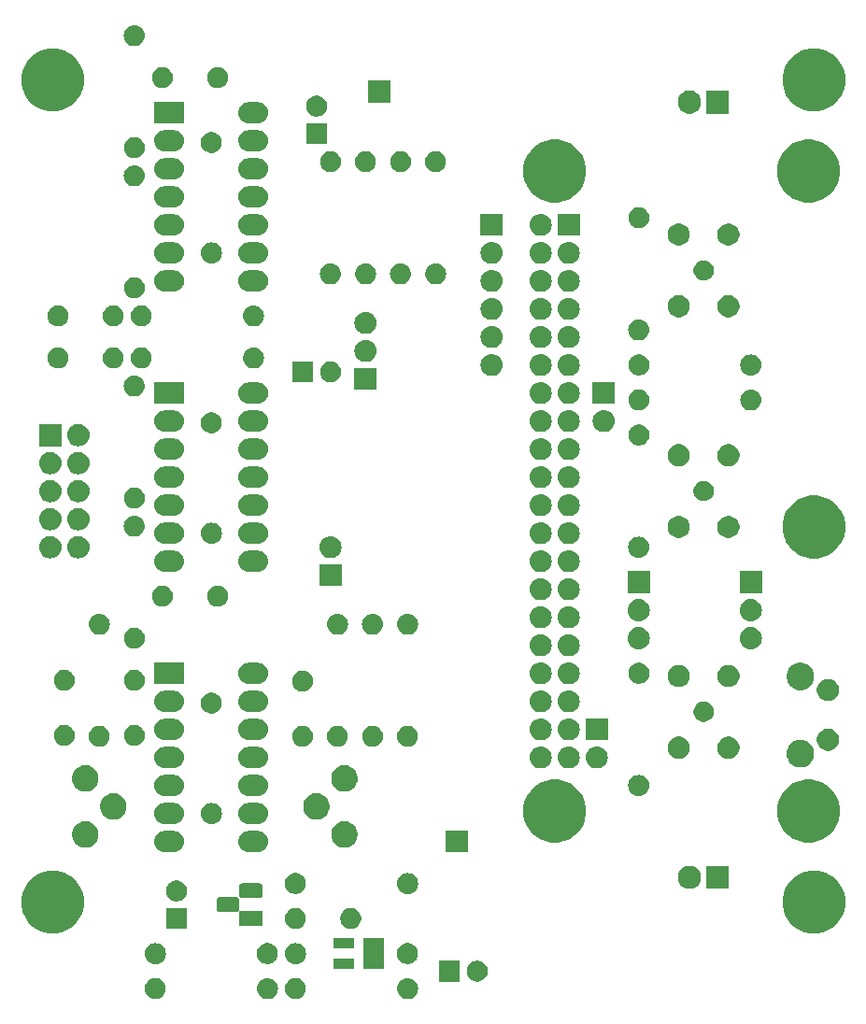
<source format=gbs>
G04 #@! TF.GenerationSoftware,KiCad,Pcbnew,5.0.2-bee76a0~70~ubuntu16.04.1*
G04 #@! TF.CreationDate,2019-04-13T12:29:28+01:00*
G04 #@! TF.ProjectId,rgb-to-hdmi,7267622d-746f-42d6-9864-6d692e6b6963,rev?*
G04 #@! TF.SameCoordinates,PX8712db8PY8b83550*
G04 #@! TF.FileFunction,Soldermask,Bot*
G04 #@! TF.FilePolarity,Negative*
%FSLAX46Y46*%
G04 Gerber Fmt 4.6, Leading zero omitted, Abs format (unit mm)*
G04 Created by KiCad (PCBNEW 5.0.2-bee76a0~70~ubuntu16.04.1) date Sat 13 Apr 2019 12:29:28 BST*
%MOMM*%
%LPD*%
G01*
G04 APERTURE LIST*
%ADD10C,0.100000*%
G04 APERTURE END LIST*
D10*
G04 #@! TO.C,SW4*
X72908000Y31716000D02*
G75*
G03X72908000Y31716000I-1143000J0D01*
G01*
X75154000Y25966000D02*
G75*
G03X75154000Y25966000I-889000J0D01*
G01*
X75154000Y30466000D02*
G75*
G03X75154000Y30466000I-889000J0D01*
G01*
X72908000Y24716000D02*
G75*
G03X72908000Y24716000I-1143000J0D01*
G01*
G36*
X23651232Y4351254D02*
X23830311Y4296931D01*
X23995344Y4208719D01*
X24140001Y4090001D01*
X24258719Y3945344D01*
X24346931Y3780311D01*
X24401254Y3601232D01*
X24419596Y3415000D01*
X24401254Y3228768D01*
X24346931Y3049689D01*
X24258719Y2884656D01*
X24140001Y2739999D01*
X23995344Y2621281D01*
X23830311Y2533069D01*
X23651232Y2478746D01*
X23511665Y2465000D01*
X23418335Y2465000D01*
X23278768Y2478746D01*
X23099689Y2533069D01*
X22934656Y2621281D01*
X22789999Y2739999D01*
X22671281Y2884656D01*
X22583069Y3049689D01*
X22528746Y3228768D01*
X22510404Y3415000D01*
X22528746Y3601232D01*
X22583069Y3780311D01*
X22671281Y3945344D01*
X22789999Y4090001D01*
X22934656Y4208719D01*
X23099689Y4296931D01*
X23278768Y4351254D01*
X23418335Y4365000D01*
X23511665Y4365000D01*
X23651232Y4351254D01*
X23651232Y4351254D01*
G37*
G36*
X26282105Y4328492D02*
X26454994Y4256879D01*
X26454998Y4256876D01*
X26599055Y4160621D01*
X26610590Y4152913D01*
X26742913Y4020590D01*
X26846879Y3864994D01*
X26918492Y3692105D01*
X26955000Y3508567D01*
X26955000Y3321433D01*
X26918492Y3137895D01*
X26846879Y2965006D01*
X26742913Y2809410D01*
X26610590Y2677087D01*
X26454994Y2573121D01*
X26282105Y2501508D01*
X26098567Y2465000D01*
X25911433Y2465000D01*
X25727895Y2501508D01*
X25555006Y2573121D01*
X25399410Y2677087D01*
X25267087Y2809410D01*
X25163121Y2965006D01*
X25091508Y3137895D01*
X25055000Y3321433D01*
X25055000Y3508567D01*
X25091508Y3692105D01*
X25163121Y3864994D01*
X25267087Y4020590D01*
X25399410Y4152913D01*
X25410946Y4160621D01*
X25555002Y4256876D01*
X25555006Y4256879D01*
X25727895Y4328492D01*
X25911433Y4365000D01*
X26098567Y4365000D01*
X26282105Y4328492D01*
X26282105Y4328492D01*
G37*
G36*
X36351232Y4351254D02*
X36530311Y4296931D01*
X36695344Y4208719D01*
X36840001Y4090001D01*
X36958719Y3945344D01*
X37046931Y3780311D01*
X37101254Y3601232D01*
X37119596Y3415000D01*
X37101254Y3228768D01*
X37046931Y3049689D01*
X36958719Y2884656D01*
X36840001Y2739999D01*
X36695344Y2621281D01*
X36530311Y2533069D01*
X36530308Y2533068D01*
X36351232Y2478746D01*
X36211665Y2465000D01*
X36118335Y2465000D01*
X35978768Y2478746D01*
X35799692Y2533068D01*
X35799689Y2533069D01*
X35634656Y2621281D01*
X35489999Y2739999D01*
X35371281Y2884656D01*
X35283069Y3049689D01*
X35228746Y3228768D01*
X35210404Y3415000D01*
X35228746Y3601232D01*
X35283069Y3780311D01*
X35371281Y3945344D01*
X35489999Y4090001D01*
X35634656Y4208719D01*
X35799689Y4296931D01*
X35978768Y4351254D01*
X36118335Y4365000D01*
X36211665Y4365000D01*
X36351232Y4351254D01*
X36351232Y4351254D01*
G37*
G36*
X13582105Y4328492D02*
X13754994Y4256879D01*
X13754998Y4256876D01*
X13899055Y4160621D01*
X13910590Y4152913D01*
X14042913Y4020590D01*
X14146879Y3864994D01*
X14218492Y3692105D01*
X14255000Y3508567D01*
X14255000Y3321433D01*
X14218492Y3137895D01*
X14146879Y2965006D01*
X14042913Y2809410D01*
X13910590Y2677087D01*
X13754994Y2573121D01*
X13582105Y2501508D01*
X13398567Y2465000D01*
X13211433Y2465000D01*
X13027895Y2501508D01*
X12855006Y2573121D01*
X12699410Y2677087D01*
X12567087Y2809410D01*
X12463121Y2965006D01*
X12391508Y3137895D01*
X12355000Y3321433D01*
X12355000Y3508567D01*
X12391508Y3692105D01*
X12463121Y3864994D01*
X12567087Y4020590D01*
X12699410Y4152913D01*
X12710946Y4160621D01*
X12855002Y4256876D01*
X12855006Y4256879D01*
X13027895Y4328492D01*
X13211433Y4365000D01*
X13398567Y4365000D01*
X13582105Y4328492D01*
X13582105Y4328492D01*
G37*
G36*
X42752105Y5915992D02*
X42924994Y5844379D01*
X42924998Y5844376D01*
X43069055Y5748121D01*
X43080590Y5740413D01*
X43212913Y5608090D01*
X43316879Y5452494D01*
X43388492Y5279605D01*
X43425000Y5096067D01*
X43425000Y4908933D01*
X43388492Y4725395D01*
X43316879Y4552506D01*
X43316876Y4552502D01*
X43212914Y4396911D01*
X43080589Y4264586D01*
X43069050Y4256876D01*
X42924994Y4160621D01*
X42752105Y4089008D01*
X42568567Y4052500D01*
X42381433Y4052500D01*
X42197895Y4089008D01*
X42025006Y4160621D01*
X41880950Y4256876D01*
X41869411Y4264586D01*
X41737086Y4396911D01*
X41633124Y4552502D01*
X41633121Y4552506D01*
X41561508Y4725395D01*
X41525000Y4908933D01*
X41525000Y5096067D01*
X41561508Y5279605D01*
X41633121Y5452494D01*
X41737087Y5608090D01*
X41869410Y5740413D01*
X41880946Y5748121D01*
X42025002Y5844376D01*
X42025006Y5844379D01*
X42197895Y5915992D01*
X42381433Y5952500D01*
X42568567Y5952500D01*
X42752105Y5915992D01*
X42752105Y5915992D01*
G37*
G36*
X40925000Y4052500D02*
X39025000Y4052500D01*
X39025000Y5952500D01*
X40925000Y5952500D01*
X40925000Y4052500D01*
X40925000Y4052500D01*
G37*
G36*
X34000000Y5165000D02*
X32140000Y5165000D01*
X32140000Y8015000D01*
X34000000Y8015000D01*
X34000000Y5165000D01*
X34000000Y5165000D01*
G37*
G36*
X31300000Y5165000D02*
X29440000Y5165000D01*
X29440000Y6115000D01*
X31300000Y6115000D01*
X31300000Y5165000D01*
X31300000Y5165000D01*
G37*
G36*
X13491232Y7526254D02*
X13670311Y7471931D01*
X13835344Y7383719D01*
X13980001Y7265001D01*
X14098719Y7120344D01*
X14186931Y6955311D01*
X14241254Y6776232D01*
X14259596Y6590000D01*
X14241254Y6403768D01*
X14186931Y6224689D01*
X14098719Y6059656D01*
X13980001Y5914999D01*
X13835344Y5796281D01*
X13670311Y5708069D01*
X13491232Y5653746D01*
X13351665Y5640000D01*
X13258335Y5640000D01*
X13118768Y5653746D01*
X12939689Y5708069D01*
X12774656Y5796281D01*
X12629999Y5914999D01*
X12511281Y6059656D01*
X12423069Y6224689D01*
X12368746Y6403768D01*
X12350404Y6590000D01*
X12368746Y6776232D01*
X12423069Y6955311D01*
X12511281Y7120344D01*
X12629999Y7265001D01*
X12774656Y7383719D01*
X12939689Y7471931D01*
X13118768Y7526254D01*
X13258335Y7540000D01*
X13351665Y7540000D01*
X13491232Y7526254D01*
X13491232Y7526254D01*
G37*
G36*
X23742105Y7503492D02*
X23914994Y7431879D01*
X24070590Y7327913D01*
X24202913Y7195590D01*
X24306879Y7039994D01*
X24378492Y6867105D01*
X24415000Y6683567D01*
X24415000Y6496433D01*
X24378492Y6312895D01*
X24306879Y6140006D01*
X24255253Y6062742D01*
X24202914Y5984411D01*
X24070589Y5852086D01*
X24059050Y5844376D01*
X23914994Y5748121D01*
X23742105Y5676508D01*
X23558567Y5640000D01*
X23371433Y5640000D01*
X23187895Y5676508D01*
X23015006Y5748121D01*
X22870950Y5844376D01*
X22859411Y5852086D01*
X22727086Y5984411D01*
X22674747Y6062742D01*
X22623121Y6140006D01*
X22551508Y6312895D01*
X22515000Y6496433D01*
X22515000Y6683567D01*
X22551508Y6867105D01*
X22623121Y7039994D01*
X22727087Y7195590D01*
X22859410Y7327913D01*
X23015006Y7431879D01*
X23187895Y7503492D01*
X23371433Y7540000D01*
X23558567Y7540000D01*
X23742105Y7503492D01*
X23742105Y7503492D01*
G37*
G36*
X26191232Y7526254D02*
X26370311Y7471931D01*
X26535344Y7383719D01*
X26680001Y7265001D01*
X26798719Y7120344D01*
X26886931Y6955311D01*
X26941254Y6776232D01*
X26959596Y6590000D01*
X26941254Y6403768D01*
X26886931Y6224689D01*
X26798719Y6059656D01*
X26680001Y5914999D01*
X26535344Y5796281D01*
X26370311Y5708069D01*
X26370308Y5708068D01*
X26191232Y5653746D01*
X26051665Y5640000D01*
X25958335Y5640000D01*
X25818768Y5653746D01*
X25639692Y5708068D01*
X25639689Y5708069D01*
X25474656Y5796281D01*
X25329999Y5914999D01*
X25211281Y6059656D01*
X25123069Y6224689D01*
X25068746Y6403768D01*
X25050404Y6590000D01*
X25068746Y6776232D01*
X25123069Y6955311D01*
X25211281Y7120344D01*
X25329999Y7265001D01*
X25474656Y7383719D01*
X25639689Y7471931D01*
X25818768Y7526254D01*
X25958335Y7540000D01*
X26051665Y7540000D01*
X26191232Y7526254D01*
X26191232Y7526254D01*
G37*
G36*
X36442105Y7503492D02*
X36614994Y7431879D01*
X36770590Y7327913D01*
X36902913Y7195590D01*
X37006879Y7039994D01*
X37078492Y6867105D01*
X37115000Y6683567D01*
X37115000Y6496433D01*
X37078492Y6312895D01*
X37006879Y6140006D01*
X36955253Y6062742D01*
X36902914Y5984411D01*
X36770589Y5852086D01*
X36759050Y5844376D01*
X36614994Y5748121D01*
X36442105Y5676508D01*
X36258567Y5640000D01*
X36071433Y5640000D01*
X35887895Y5676508D01*
X35715006Y5748121D01*
X35570950Y5844376D01*
X35559411Y5852086D01*
X35427086Y5984411D01*
X35374747Y6062742D01*
X35323121Y6140006D01*
X35251508Y6312895D01*
X35215000Y6496433D01*
X35215000Y6683567D01*
X35251508Y6867105D01*
X35323121Y7039994D01*
X35427087Y7195590D01*
X35559410Y7327913D01*
X35715006Y7431879D01*
X35887895Y7503492D01*
X36071433Y7540000D01*
X36258567Y7540000D01*
X36442105Y7503492D01*
X36442105Y7503492D01*
G37*
G36*
X31300000Y7065000D02*
X29440000Y7065000D01*
X29440000Y8015000D01*
X31300000Y8015000D01*
X31300000Y7065000D01*
X31300000Y7065000D01*
G37*
G36*
X73831314Y13990476D02*
X74073884Y13890000D01*
X74349986Y13775635D01*
X74816769Y13463741D01*
X75213741Y13066769D01*
X75525635Y12599986D01*
X75525637Y12599981D01*
X75740476Y12081314D01*
X75850000Y11530701D01*
X75850000Y10969299D01*
X75740476Y10418686D01*
X75656104Y10214994D01*
X75525635Y9900014D01*
X75213741Y9433231D01*
X74816769Y9036259D01*
X74349986Y8724365D01*
X74349981Y8724363D01*
X73831314Y8509524D01*
X73280701Y8400000D01*
X72719299Y8400000D01*
X72168686Y8509524D01*
X71650019Y8724363D01*
X71650014Y8724365D01*
X71183231Y9036259D01*
X70786259Y9433231D01*
X70474365Y9900014D01*
X70343896Y10214994D01*
X70259524Y10418686D01*
X70150000Y10969299D01*
X70150000Y11530701D01*
X70259524Y12081314D01*
X70474363Y12599981D01*
X70474365Y12599986D01*
X70786259Y13066769D01*
X71183231Y13463741D01*
X71650014Y13775635D01*
X71926116Y13890000D01*
X72168686Y13990476D01*
X72719299Y14100000D01*
X73280701Y14100000D01*
X73831314Y13990476D01*
X73831314Y13990476D01*
G37*
G36*
X4831314Y13990476D02*
X5073884Y13890000D01*
X5349986Y13775635D01*
X5816769Y13463741D01*
X6213741Y13066769D01*
X6525635Y12599986D01*
X6525637Y12599981D01*
X6740476Y12081314D01*
X6850000Y11530701D01*
X6850000Y10969299D01*
X6740476Y10418686D01*
X6656104Y10214994D01*
X6525635Y9900014D01*
X6213741Y9433231D01*
X5816769Y9036259D01*
X5349986Y8724365D01*
X5349981Y8724363D01*
X4831314Y8509524D01*
X4280701Y8400000D01*
X3719299Y8400000D01*
X3168686Y8509524D01*
X2650019Y8724363D01*
X2650014Y8724365D01*
X2183231Y9036259D01*
X1786259Y9433231D01*
X1474365Y9900014D01*
X1343896Y10214994D01*
X1259524Y10418686D01*
X1150000Y10969299D01*
X1150000Y11530701D01*
X1259524Y12081314D01*
X1474363Y12599981D01*
X1474365Y12599986D01*
X1786259Y13066769D01*
X2183231Y13463741D01*
X2650014Y13775635D01*
X2926116Y13890000D01*
X3168686Y13990476D01*
X3719299Y14100000D01*
X4280701Y14100000D01*
X4831314Y13990476D01*
X4831314Y13990476D01*
G37*
G36*
X26282105Y10678492D02*
X26454994Y10606879D01*
X26454998Y10606876D01*
X26610589Y10502914D01*
X26742914Y10370589D01*
X26795253Y10292258D01*
X26846879Y10214994D01*
X26918492Y10042105D01*
X26955000Y9858567D01*
X26955000Y9671433D01*
X26918492Y9487895D01*
X26846879Y9315006D01*
X26742913Y9159410D01*
X26610590Y9027087D01*
X26454994Y8923121D01*
X26282105Y8851508D01*
X26098567Y8815000D01*
X25911433Y8815000D01*
X25727895Y8851508D01*
X25555006Y8923121D01*
X25399410Y9027087D01*
X25267087Y9159410D01*
X25163121Y9315006D01*
X25091508Y9487895D01*
X25055000Y9671433D01*
X25055000Y9858567D01*
X25091508Y10042105D01*
X25163121Y10214994D01*
X25214747Y10292258D01*
X25267086Y10370589D01*
X25399411Y10502914D01*
X25555002Y10606876D01*
X25555006Y10606879D01*
X25727895Y10678492D01*
X25911433Y10715000D01*
X26098567Y10715000D01*
X26282105Y10678492D01*
X26282105Y10678492D01*
G37*
G36*
X31282105Y10678492D02*
X31454994Y10606879D01*
X31454998Y10606876D01*
X31610589Y10502914D01*
X31742914Y10370589D01*
X31795253Y10292258D01*
X31846879Y10214994D01*
X31918492Y10042105D01*
X31955000Y9858567D01*
X31955000Y9671433D01*
X31918492Y9487895D01*
X31846879Y9315006D01*
X31742913Y9159410D01*
X31610590Y9027087D01*
X31454994Y8923121D01*
X31282105Y8851508D01*
X31098567Y8815000D01*
X30911433Y8815000D01*
X30727895Y8851508D01*
X30555006Y8923121D01*
X30399410Y9027087D01*
X30267087Y9159410D01*
X30163121Y9315006D01*
X30091508Y9487895D01*
X30055000Y9671433D01*
X30055000Y9858567D01*
X30091508Y10042105D01*
X30163121Y10214994D01*
X30214747Y10292258D01*
X30267086Y10370589D01*
X30399411Y10502914D01*
X30555002Y10606876D01*
X30555006Y10606879D01*
X30727895Y10678492D01*
X30911433Y10715000D01*
X31098567Y10715000D01*
X31282105Y10678492D01*
X31282105Y10678492D01*
G37*
G36*
X16160000Y8815000D02*
X14260000Y8815000D01*
X14260000Y10715000D01*
X16160000Y10715000D01*
X16160000Y8815000D01*
X16160000Y8815000D01*
G37*
G36*
X23010000Y9065000D02*
X20910000Y9065000D01*
X20910000Y10463628D01*
X20909865Y10465000D01*
X23010000Y10465000D01*
X23010000Y9065000D01*
X23010000Y9065000D01*
G37*
G36*
X20666312Y11728372D02*
X20730078Y11709029D01*
X20788839Y11677620D01*
X20840347Y11635347D01*
X20882620Y11583839D01*
X20914029Y11525078D01*
X20933372Y11461312D01*
X20940000Y11394015D01*
X20940000Y10675985D01*
X20933372Y10608688D01*
X20914029Y10544922D01*
X20887039Y10494428D01*
X20885538Y10490806D01*
X20884773Y10486960D01*
X20884773Y10483040D01*
X20884810Y10482853D01*
X20882346Y10482106D01*
X20878889Y10480257D01*
X20874540Y10476316D01*
X20840347Y10434652D01*
X20788839Y10392380D01*
X20730078Y10360971D01*
X20666312Y10341628D01*
X20599015Y10335000D01*
X19180985Y10335000D01*
X19113688Y10341628D01*
X19049922Y10360971D01*
X18991161Y10392380D01*
X18939653Y10434653D01*
X18897380Y10486161D01*
X18865971Y10544922D01*
X18846628Y10608688D01*
X18840000Y10675985D01*
X18840000Y11394015D01*
X18846628Y11461312D01*
X18865971Y11525078D01*
X18897380Y11583839D01*
X18939653Y11635347D01*
X18991161Y11677620D01*
X19049922Y11709029D01*
X19113688Y11728372D01*
X19180985Y11735000D01*
X20599015Y11735000D01*
X20666312Y11728372D01*
X20666312Y11728372D01*
G37*
G36*
X15487105Y13178492D02*
X15659994Y13106879D01*
X15659998Y13106876D01*
X15815589Y13002914D01*
X15947914Y12870589D01*
X15964053Y12846435D01*
X16051879Y12714994D01*
X16123492Y12542105D01*
X16160000Y12358567D01*
X16160000Y12171433D01*
X16123492Y11987895D01*
X16051879Y11815006D01*
X16051876Y11815002D01*
X15947914Y11659411D01*
X15815589Y11527086D01*
X15803396Y11518939D01*
X15659994Y11423121D01*
X15487105Y11351508D01*
X15303567Y11315000D01*
X15116433Y11315000D01*
X14932895Y11351508D01*
X14760006Y11423121D01*
X14616604Y11518939D01*
X14604411Y11527086D01*
X14472086Y11659411D01*
X14368124Y11815002D01*
X14368121Y11815006D01*
X14296508Y11987895D01*
X14260000Y12171433D01*
X14260000Y12358567D01*
X14296508Y12542105D01*
X14368121Y12714994D01*
X14455947Y12846435D01*
X14472086Y12870589D01*
X14604411Y13002914D01*
X14760002Y13106876D01*
X14760006Y13106879D01*
X14932895Y13178492D01*
X15116433Y13215000D01*
X15303567Y13215000D01*
X15487105Y13178492D01*
X15487105Y13178492D01*
G37*
G36*
X22736312Y12998372D02*
X22800078Y12979029D01*
X22858839Y12947620D01*
X22910347Y12905347D01*
X22952620Y12853839D01*
X22984029Y12795078D01*
X23003372Y12731312D01*
X23010000Y12664015D01*
X23010000Y11945985D01*
X23003372Y11878688D01*
X22984029Y11814922D01*
X22952620Y11756161D01*
X22910347Y11704653D01*
X22858839Y11662380D01*
X22800078Y11630971D01*
X22736312Y11611628D01*
X22669015Y11605000D01*
X21250985Y11605000D01*
X21183688Y11611628D01*
X21119922Y11630971D01*
X21061161Y11662380D01*
X21009653Y11704653D01*
X20967380Y11756161D01*
X20935971Y11814922D01*
X20916628Y11878688D01*
X20910000Y11945985D01*
X20910000Y12664015D01*
X20916628Y12731312D01*
X20935971Y12795078D01*
X20967380Y12853839D01*
X21009653Y12905347D01*
X21061161Y12947620D01*
X21119922Y12979029D01*
X21183688Y12998372D01*
X21250985Y13005000D01*
X22669015Y13005000D01*
X22736312Y12998372D01*
X22736312Y12998372D01*
G37*
G36*
X36351232Y13876254D02*
X36530311Y13821931D01*
X36695344Y13733719D01*
X36840001Y13615001D01*
X36958719Y13470344D01*
X37046931Y13305311D01*
X37101254Y13126232D01*
X37119596Y12940000D01*
X37101254Y12753768D01*
X37046931Y12574689D01*
X36958719Y12409656D01*
X36840001Y12264999D01*
X36695344Y12146281D01*
X36530311Y12058069D01*
X36530308Y12058068D01*
X36351232Y12003746D01*
X36211665Y11990000D01*
X36118335Y11990000D01*
X35978768Y12003746D01*
X35799692Y12058068D01*
X35799689Y12058069D01*
X35634656Y12146281D01*
X35489999Y12264999D01*
X35371281Y12409656D01*
X35283069Y12574689D01*
X35228746Y12753768D01*
X35210404Y12940000D01*
X35228746Y13126232D01*
X35283069Y13305311D01*
X35371281Y13470344D01*
X35489999Y13615001D01*
X35634656Y13733719D01*
X35799689Y13821931D01*
X35978768Y13876254D01*
X36118335Y13890000D01*
X36211665Y13890000D01*
X36351232Y13876254D01*
X36351232Y13876254D01*
G37*
G36*
X26282105Y13853492D02*
X26454994Y13781879D01*
X26610590Y13677913D01*
X26742913Y13545590D01*
X26846879Y13389994D01*
X26918492Y13217105D01*
X26955000Y13033567D01*
X26955000Y12846433D01*
X26918492Y12662895D01*
X26846879Y12490006D01*
X26742913Y12334410D01*
X26610590Y12202087D01*
X26454994Y12098121D01*
X26282105Y12026508D01*
X26098567Y11990000D01*
X25911433Y11990000D01*
X25727895Y12026508D01*
X25555006Y12098121D01*
X25399410Y12202087D01*
X25267087Y12334410D01*
X25163121Y12490006D01*
X25091508Y12662895D01*
X25055000Y12846433D01*
X25055000Y13033567D01*
X25091508Y13217105D01*
X25163121Y13389994D01*
X25267087Y13545590D01*
X25399410Y13677913D01*
X25555006Y13781879D01*
X25727895Y13853492D01*
X25911433Y13890000D01*
X26098567Y13890000D01*
X26282105Y13853492D01*
X26282105Y13853492D01*
G37*
G36*
X62016274Y14509650D02*
X62207362Y14430498D01*
X62379336Y14315589D01*
X62525589Y14169336D01*
X62640498Y13997362D01*
X62719650Y13806274D01*
X62760000Y13603416D01*
X62760000Y13396584D01*
X62719650Y13193726D01*
X62640498Y13002638D01*
X62525589Y12830664D01*
X62379336Y12684411D01*
X62207362Y12569502D01*
X62016274Y12490350D01*
X61813416Y12450000D01*
X61606584Y12450000D01*
X61403726Y12490350D01*
X61212638Y12569502D01*
X61040664Y12684411D01*
X60894411Y12830664D01*
X60779502Y13002638D01*
X60700350Y13193726D01*
X60660000Y13396584D01*
X60660000Y13603416D01*
X60700350Y13806274D01*
X60779502Y13997362D01*
X60894411Y14169336D01*
X61040664Y14315589D01*
X61212638Y14430498D01*
X61403726Y14509650D01*
X61606584Y14550000D01*
X61813416Y14550000D01*
X62016274Y14509650D01*
X62016274Y14509650D01*
G37*
G36*
X65300000Y12450000D02*
X63200000Y12450000D01*
X63200000Y14550000D01*
X65300000Y14550000D01*
X65300000Y12450000D01*
X65300000Y12450000D01*
G37*
G36*
X41610000Y15750000D02*
X39610000Y15750000D01*
X39610000Y17750000D01*
X41610000Y17750000D01*
X41610000Y15750000D01*
X41610000Y15750000D01*
G37*
G36*
X15161232Y17686254D02*
X15171198Y17683231D01*
X15340311Y17631931D01*
X15505344Y17543719D01*
X15650001Y17425001D01*
X15768719Y17280344D01*
X15856931Y17115311D01*
X15856932Y17115308D01*
X15899687Y16974363D01*
X15911254Y16936232D01*
X15929596Y16750000D01*
X15911254Y16563768D01*
X15856931Y16384689D01*
X15768719Y16219656D01*
X15650001Y16074999D01*
X15505344Y15956281D01*
X15340311Y15868069D01*
X15340308Y15868068D01*
X15161232Y15813746D01*
X15021665Y15800000D01*
X14128335Y15800000D01*
X13988768Y15813746D01*
X13809692Y15868068D01*
X13809689Y15868069D01*
X13644656Y15956281D01*
X13499999Y16074999D01*
X13381281Y16219656D01*
X13293069Y16384689D01*
X13238746Y16563768D01*
X13220404Y16750000D01*
X13238746Y16936232D01*
X13250313Y16974363D01*
X13293068Y17115308D01*
X13293069Y17115311D01*
X13381281Y17280344D01*
X13499999Y17425001D01*
X13644656Y17543719D01*
X13809689Y17631931D01*
X13978803Y17683231D01*
X13988768Y17686254D01*
X14128335Y17700000D01*
X15021665Y17700000D01*
X15161232Y17686254D01*
X15161232Y17686254D01*
G37*
G36*
X22781232Y17686254D02*
X22791198Y17683231D01*
X22960311Y17631931D01*
X23125344Y17543719D01*
X23270001Y17425001D01*
X23388719Y17280344D01*
X23476931Y17115311D01*
X23476932Y17115308D01*
X23519687Y16974363D01*
X23531254Y16936232D01*
X23549596Y16750000D01*
X23531254Y16563768D01*
X23476931Y16384689D01*
X23388719Y16219656D01*
X23270001Y16074999D01*
X23125344Y15956281D01*
X22960311Y15868069D01*
X22960308Y15868068D01*
X22781232Y15813746D01*
X22641665Y15800000D01*
X21748335Y15800000D01*
X21608768Y15813746D01*
X21429692Y15868068D01*
X21429689Y15868069D01*
X21264656Y15956281D01*
X21119999Y16074999D01*
X21001281Y16219656D01*
X20913069Y16384689D01*
X20858746Y16563768D01*
X20840404Y16750000D01*
X20858746Y16936232D01*
X20870313Y16974363D01*
X20913068Y17115308D01*
X20913069Y17115311D01*
X21001281Y17280344D01*
X21119999Y17425001D01*
X21264656Y17543719D01*
X21429689Y17631931D01*
X21598803Y17683231D01*
X21608768Y17686254D01*
X21748335Y17700000D01*
X22641665Y17700000D01*
X22781232Y17686254D01*
X22781232Y17686254D01*
G37*
G36*
X30800027Y18538884D02*
X30902880Y18496281D01*
X31018418Y18448424D01*
X31214955Y18317102D01*
X31382102Y18149955D01*
X31513424Y17953418D01*
X31513426Y17953413D01*
X31603884Y17735027D01*
X31650000Y17503190D01*
X31650000Y17266810D01*
X31603884Y17034973D01*
X31562984Y16936232D01*
X31513424Y16816582D01*
X31382102Y16620045D01*
X31214955Y16452898D01*
X31018418Y16321576D01*
X31018413Y16321574D01*
X30800027Y16231116D01*
X30568190Y16185000D01*
X30331810Y16185000D01*
X30099973Y16231116D01*
X29881587Y16321574D01*
X29881582Y16321576D01*
X29685045Y16452898D01*
X29517898Y16620045D01*
X29386576Y16816582D01*
X29337016Y16936232D01*
X29296116Y17034973D01*
X29250000Y17266810D01*
X29250000Y17503190D01*
X29296116Y17735027D01*
X29386574Y17953413D01*
X29386576Y17953418D01*
X29517898Y18149955D01*
X29685045Y18317102D01*
X29881582Y18448424D01*
X29997120Y18496281D01*
X30099973Y18538884D01*
X30331810Y18585000D01*
X30568190Y18585000D01*
X30800027Y18538884D01*
X30800027Y18538884D01*
G37*
G36*
X7305027Y18538884D02*
X7407880Y18496281D01*
X7523418Y18448424D01*
X7719955Y18317102D01*
X7887102Y18149955D01*
X8018424Y17953418D01*
X8018426Y17953413D01*
X8108884Y17735027D01*
X8155000Y17503190D01*
X8155000Y17266810D01*
X8108884Y17034973D01*
X8067984Y16936232D01*
X8018424Y16816582D01*
X7887102Y16620045D01*
X7719955Y16452898D01*
X7523418Y16321576D01*
X7523413Y16321574D01*
X7305027Y16231116D01*
X7073190Y16185000D01*
X6836810Y16185000D01*
X6604973Y16231116D01*
X6386587Y16321574D01*
X6386582Y16321576D01*
X6190045Y16452898D01*
X6022898Y16620045D01*
X5891576Y16816582D01*
X5842016Y16936232D01*
X5801116Y17034973D01*
X5755000Y17266810D01*
X5755000Y17503190D01*
X5801116Y17735027D01*
X5891574Y17953413D01*
X5891576Y17953418D01*
X6022898Y18149955D01*
X6190045Y18317102D01*
X6386582Y18448424D01*
X6502120Y18496281D01*
X6604973Y18538884D01*
X6836810Y18585000D01*
X7073190Y18585000D01*
X7305027Y18538884D01*
X7305027Y18538884D01*
G37*
G36*
X73331314Y22240476D02*
X73634302Y22114974D01*
X73849986Y22025635D01*
X74316769Y21713741D01*
X74713741Y21316769D01*
X75025635Y20849986D01*
X75025637Y20849981D01*
X75240476Y20331314D01*
X75350000Y19780701D01*
X75350000Y19219299D01*
X75240476Y18668686D01*
X75104330Y18340000D01*
X75025635Y18150014D01*
X74713741Y17683231D01*
X74316769Y17286259D01*
X73849986Y16974365D01*
X73849981Y16974363D01*
X73331314Y16759524D01*
X72780701Y16650000D01*
X72219299Y16650000D01*
X71668686Y16759524D01*
X71150019Y16974363D01*
X71150014Y16974365D01*
X70683231Y17286259D01*
X70286259Y17683231D01*
X69974365Y18150014D01*
X69895670Y18340000D01*
X69759524Y18668686D01*
X69650000Y19219299D01*
X69650000Y19780701D01*
X69759524Y20331314D01*
X69974363Y20849981D01*
X69974365Y20849986D01*
X70286259Y21316769D01*
X70683231Y21713741D01*
X71150014Y22025635D01*
X71365698Y22114974D01*
X71668686Y22240476D01*
X72219299Y22350000D01*
X72780701Y22350000D01*
X73331314Y22240476D01*
X73331314Y22240476D01*
G37*
G36*
X50331314Y22240476D02*
X50634302Y22114974D01*
X50849986Y22025635D01*
X51316769Y21713741D01*
X51713741Y21316769D01*
X52025635Y20849986D01*
X52025637Y20849981D01*
X52240476Y20331314D01*
X52350000Y19780701D01*
X52350000Y19219299D01*
X52240476Y18668686D01*
X52104330Y18340000D01*
X52025635Y18150014D01*
X51713741Y17683231D01*
X51316769Y17286259D01*
X50849986Y16974365D01*
X50849981Y16974363D01*
X50331314Y16759524D01*
X49780701Y16650000D01*
X49219299Y16650000D01*
X48668686Y16759524D01*
X48150019Y16974363D01*
X48150014Y16974365D01*
X47683231Y17286259D01*
X47286259Y17683231D01*
X46974365Y18150014D01*
X46895670Y18340000D01*
X46759524Y18668686D01*
X46650000Y19219299D01*
X46650000Y19780701D01*
X46759524Y20331314D01*
X46974363Y20849981D01*
X46974365Y20849986D01*
X47286259Y21316769D01*
X47683231Y21713741D01*
X48150014Y22025635D01*
X48365698Y22114974D01*
X48668686Y22240476D01*
X49219299Y22350000D01*
X49780701Y22350000D01*
X50331314Y22240476D01*
X50331314Y22240476D01*
G37*
G36*
X18571232Y20226254D02*
X18750311Y20171931D01*
X18915344Y20083719D01*
X19060001Y19965001D01*
X19178719Y19820344D01*
X19266931Y19655311D01*
X19321254Y19476232D01*
X19339596Y19290000D01*
X19321254Y19103768D01*
X19266931Y18924689D01*
X19178719Y18759656D01*
X19060001Y18614999D01*
X18915344Y18496281D01*
X18750311Y18408069D01*
X18750308Y18408068D01*
X18571232Y18353746D01*
X18431665Y18340000D01*
X18338335Y18340000D01*
X18198768Y18353746D01*
X18019692Y18408068D01*
X18019689Y18408069D01*
X17854656Y18496281D01*
X17709999Y18614999D01*
X17591281Y18759656D01*
X17503069Y18924689D01*
X17448746Y19103768D01*
X17430404Y19290000D01*
X17448746Y19476232D01*
X17503069Y19655311D01*
X17591281Y19820344D01*
X17709999Y19965001D01*
X17854656Y20083719D01*
X18019689Y20171931D01*
X18198768Y20226254D01*
X18338335Y20240000D01*
X18431665Y20240000D01*
X18571232Y20226254D01*
X18571232Y20226254D01*
G37*
G36*
X22781232Y20226254D02*
X22960311Y20171931D01*
X23125344Y20083719D01*
X23270001Y19965001D01*
X23388719Y19820344D01*
X23476931Y19655311D01*
X23531254Y19476232D01*
X23549596Y19290000D01*
X23531254Y19103768D01*
X23476931Y18924689D01*
X23388719Y18759656D01*
X23270001Y18614999D01*
X23125344Y18496281D01*
X22960311Y18408069D01*
X22781232Y18353746D01*
X22641665Y18340000D01*
X21748335Y18340000D01*
X21608768Y18353746D01*
X21429689Y18408069D01*
X21264656Y18496281D01*
X21119999Y18614999D01*
X21001281Y18759656D01*
X20913069Y18924689D01*
X20858746Y19103768D01*
X20840404Y19290000D01*
X20858746Y19476232D01*
X20913069Y19655311D01*
X21001281Y19820344D01*
X21119999Y19965001D01*
X21264656Y20083719D01*
X21429689Y20171931D01*
X21608768Y20226254D01*
X21748335Y20240000D01*
X22641665Y20240000D01*
X22781232Y20226254D01*
X22781232Y20226254D01*
G37*
G36*
X15161232Y20226254D02*
X15340311Y20171931D01*
X15505344Y20083719D01*
X15650001Y19965001D01*
X15768719Y19820344D01*
X15856931Y19655311D01*
X15911254Y19476232D01*
X15929596Y19290000D01*
X15911254Y19103768D01*
X15856931Y18924689D01*
X15768719Y18759656D01*
X15650001Y18614999D01*
X15505344Y18496281D01*
X15340311Y18408069D01*
X15161232Y18353746D01*
X15021665Y18340000D01*
X14128335Y18340000D01*
X13988768Y18353746D01*
X13809689Y18408069D01*
X13644656Y18496281D01*
X13499999Y18614999D01*
X13381281Y18759656D01*
X13293069Y18924689D01*
X13238746Y19103768D01*
X13220404Y19290000D01*
X13238746Y19476232D01*
X13293069Y19655311D01*
X13381281Y19820344D01*
X13499999Y19965001D01*
X13644656Y20083719D01*
X13809689Y20171931D01*
X13988768Y20226254D01*
X14128335Y20240000D01*
X15021665Y20240000D01*
X15161232Y20226254D01*
X15161232Y20226254D01*
G37*
G36*
X28260027Y21078884D02*
X28362880Y21036281D01*
X28478418Y20988424D01*
X28674955Y20857102D01*
X28842102Y20689955D01*
X28973424Y20493418D01*
X28973426Y20493413D01*
X29063884Y20275027D01*
X29110000Y20043190D01*
X29110000Y19806810D01*
X29104806Y19780699D01*
X29063884Y19574974D01*
X28973424Y19356582D01*
X28842102Y19160045D01*
X28674955Y18992898D01*
X28478418Y18861576D01*
X28478413Y18861574D01*
X28260027Y18771116D01*
X28028190Y18725000D01*
X27791810Y18725000D01*
X27559973Y18771116D01*
X27341587Y18861574D01*
X27341582Y18861576D01*
X27145045Y18992898D01*
X26977898Y19160045D01*
X26846576Y19356582D01*
X26756116Y19574974D01*
X26715194Y19780699D01*
X26710000Y19806810D01*
X26710000Y20043190D01*
X26756116Y20275027D01*
X26846574Y20493413D01*
X26846576Y20493418D01*
X26977898Y20689955D01*
X27145045Y20857102D01*
X27341582Y20988424D01*
X27457120Y21036281D01*
X27559973Y21078884D01*
X27791810Y21125000D01*
X28028190Y21125000D01*
X28260027Y21078884D01*
X28260027Y21078884D01*
G37*
G36*
X9845027Y21078884D02*
X9947880Y21036281D01*
X10063418Y20988424D01*
X10259955Y20857102D01*
X10427102Y20689955D01*
X10558424Y20493418D01*
X10558426Y20493413D01*
X10648884Y20275027D01*
X10695000Y20043190D01*
X10695000Y19806810D01*
X10689806Y19780699D01*
X10648884Y19574974D01*
X10558424Y19356582D01*
X10427102Y19160045D01*
X10259955Y18992898D01*
X10063418Y18861576D01*
X10063413Y18861574D01*
X9845027Y18771116D01*
X9613190Y18725000D01*
X9376810Y18725000D01*
X9144973Y18771116D01*
X8926587Y18861574D01*
X8926582Y18861576D01*
X8730045Y18992898D01*
X8562898Y19160045D01*
X8431576Y19356582D01*
X8341116Y19574974D01*
X8300194Y19780699D01*
X8295000Y19806810D01*
X8295000Y20043190D01*
X8341116Y20275027D01*
X8431574Y20493413D01*
X8431576Y20493418D01*
X8562898Y20689955D01*
X8730045Y20857102D01*
X8926582Y20988424D01*
X9042120Y21036281D01*
X9144973Y21078884D01*
X9376810Y21125000D01*
X9613190Y21125000D01*
X9845027Y21078884D01*
X9845027Y21078884D01*
G37*
G36*
X15161232Y22766254D02*
X15340311Y22711931D01*
X15505344Y22623719D01*
X15650001Y22505001D01*
X15768719Y22360344D01*
X15856931Y22195311D01*
X15911254Y22016232D01*
X15929596Y21830000D01*
X15911254Y21643768D01*
X15856931Y21464689D01*
X15768719Y21299656D01*
X15650001Y21154999D01*
X15505344Y21036281D01*
X15340311Y20948069D01*
X15340308Y20948068D01*
X15161232Y20893746D01*
X15021665Y20880000D01*
X14128335Y20880000D01*
X13988768Y20893746D01*
X13809692Y20948068D01*
X13809689Y20948069D01*
X13644656Y21036281D01*
X13499999Y21154999D01*
X13381281Y21299656D01*
X13293069Y21464689D01*
X13238746Y21643768D01*
X13220404Y21830000D01*
X13238746Y22016232D01*
X13293069Y22195311D01*
X13381281Y22360344D01*
X13499999Y22505001D01*
X13644656Y22623719D01*
X13809689Y22711931D01*
X13988768Y22766254D01*
X14128335Y22780000D01*
X15021665Y22780000D01*
X15161232Y22766254D01*
X15161232Y22766254D01*
G37*
G36*
X22781232Y22766254D02*
X22960311Y22711931D01*
X23125344Y22623719D01*
X23270001Y22505001D01*
X23388719Y22360344D01*
X23476931Y22195311D01*
X23531254Y22016232D01*
X23549596Y21830000D01*
X23531254Y21643768D01*
X23476931Y21464689D01*
X23388719Y21299656D01*
X23270001Y21154999D01*
X23125344Y21036281D01*
X22960311Y20948069D01*
X22960308Y20948068D01*
X22781232Y20893746D01*
X22641665Y20880000D01*
X21748335Y20880000D01*
X21608768Y20893746D01*
X21429692Y20948068D01*
X21429689Y20948069D01*
X21264656Y21036281D01*
X21119999Y21154999D01*
X21001281Y21299656D01*
X20913069Y21464689D01*
X20858746Y21643768D01*
X20840404Y21830000D01*
X20858746Y22016232D01*
X20913069Y22195311D01*
X21001281Y22360344D01*
X21119999Y22505001D01*
X21264656Y22623719D01*
X21429689Y22711931D01*
X21608768Y22766254D01*
X21748335Y22780000D01*
X22641665Y22780000D01*
X22781232Y22766254D01*
X22781232Y22766254D01*
G37*
G36*
X57306232Y22766254D02*
X57485311Y22711931D01*
X57650344Y22623719D01*
X57795001Y22505001D01*
X57913719Y22360344D01*
X58001931Y22195311D01*
X58056254Y22016232D01*
X58074596Y21830000D01*
X58056254Y21643768D01*
X58001931Y21464689D01*
X57913719Y21299656D01*
X57795001Y21154999D01*
X57650344Y21036281D01*
X57485311Y20948069D01*
X57485308Y20948068D01*
X57306232Y20893746D01*
X57166665Y20880000D01*
X57073335Y20880000D01*
X56933768Y20893746D01*
X56754692Y20948068D01*
X56754689Y20948069D01*
X56589656Y21036281D01*
X56444999Y21154999D01*
X56326281Y21299656D01*
X56238069Y21464689D01*
X56183746Y21643768D01*
X56165404Y21830000D01*
X56183746Y22016232D01*
X56238069Y22195311D01*
X56326281Y22360344D01*
X56444999Y22505001D01*
X56589656Y22623719D01*
X56754689Y22711931D01*
X56933768Y22766254D01*
X57073335Y22780000D01*
X57166665Y22780000D01*
X57306232Y22766254D01*
X57306232Y22766254D01*
G37*
G36*
X30800027Y23618884D02*
X30902880Y23576281D01*
X31018418Y23528424D01*
X31214955Y23397102D01*
X31382102Y23229955D01*
X31513424Y23033418D01*
X31513426Y23033413D01*
X31603884Y22815027D01*
X31650000Y22583190D01*
X31650000Y22346810D01*
X31619864Y22195311D01*
X31603884Y22114974D01*
X31513424Y21896582D01*
X31382102Y21700045D01*
X31214955Y21532898D01*
X31018418Y21401576D01*
X31018413Y21401574D01*
X30800027Y21311116D01*
X30568190Y21265000D01*
X30331810Y21265000D01*
X30099973Y21311116D01*
X29881587Y21401574D01*
X29881582Y21401576D01*
X29685045Y21532898D01*
X29517898Y21700045D01*
X29386576Y21896582D01*
X29296116Y22114974D01*
X29280136Y22195311D01*
X29250000Y22346810D01*
X29250000Y22583190D01*
X29296116Y22815027D01*
X29386574Y23033413D01*
X29386576Y23033418D01*
X29517898Y23229955D01*
X29685045Y23397102D01*
X29881582Y23528424D01*
X29997120Y23576281D01*
X30099973Y23618884D01*
X30331810Y23665000D01*
X30568190Y23665000D01*
X30800027Y23618884D01*
X30800027Y23618884D01*
G37*
G36*
X7305027Y23618884D02*
X7407880Y23576281D01*
X7523418Y23528424D01*
X7719955Y23397102D01*
X7887102Y23229955D01*
X8018424Y23033418D01*
X8018426Y23033413D01*
X8108884Y22815027D01*
X8155000Y22583190D01*
X8155000Y22346810D01*
X8124864Y22195311D01*
X8108884Y22114974D01*
X8018424Y21896582D01*
X7887102Y21700045D01*
X7719955Y21532898D01*
X7523418Y21401576D01*
X7523413Y21401574D01*
X7305027Y21311116D01*
X7073190Y21265000D01*
X6836810Y21265000D01*
X6604973Y21311116D01*
X6386587Y21401574D01*
X6386582Y21401576D01*
X6190045Y21532898D01*
X6022898Y21700045D01*
X5891576Y21896582D01*
X5801116Y22114974D01*
X5785136Y22195311D01*
X5755000Y22346810D01*
X5755000Y22583190D01*
X5801116Y22815027D01*
X5891574Y23033413D01*
X5891576Y23033418D01*
X6022898Y23229955D01*
X6190045Y23397102D01*
X6386582Y23528424D01*
X6502120Y23576281D01*
X6604973Y23618884D01*
X6836810Y23665000D01*
X7073190Y23665000D01*
X7305027Y23618884D01*
X7305027Y23618884D01*
G37*
G36*
X53506034Y25355530D02*
X53668476Y25306254D01*
X53694538Y25298348D01*
X53868257Y25205493D01*
X53868259Y25205492D01*
X53868258Y25205492D01*
X54020528Y25080528D01*
X54082980Y25004429D01*
X54145493Y24928257D01*
X54238348Y24754538D01*
X54238349Y24754535D01*
X54295530Y24566034D01*
X54314838Y24370000D01*
X54295530Y24173966D01*
X54244181Y24004689D01*
X54238348Y23985462D01*
X54160412Y23839655D01*
X54145492Y23811742D01*
X54020528Y23659472D01*
X53881910Y23545712D01*
X53868257Y23534507D01*
X53694538Y23441652D01*
X53694535Y23441651D01*
X53623161Y23420000D01*
X53506034Y23384470D01*
X53359121Y23370000D01*
X53260879Y23370000D01*
X53113966Y23384470D01*
X52996839Y23420000D01*
X52925465Y23441651D01*
X52925462Y23441652D01*
X52751743Y23534507D01*
X52738090Y23545712D01*
X52599472Y23659472D01*
X52474508Y23811742D01*
X52459588Y23839655D01*
X52381652Y23985462D01*
X52375820Y24004689D01*
X52324470Y24173966D01*
X52305162Y24370000D01*
X52324470Y24566034D01*
X52381651Y24754535D01*
X52381652Y24754538D01*
X52474507Y24928257D01*
X52537020Y25004429D01*
X52599472Y25080528D01*
X52751742Y25205492D01*
X52751741Y25205492D01*
X52751743Y25205493D01*
X52925462Y25298348D01*
X52951525Y25306254D01*
X53113966Y25355530D01*
X53260879Y25370000D01*
X53359121Y25370000D01*
X53506034Y25355530D01*
X53506034Y25355530D01*
G37*
G36*
X50966034Y25355530D02*
X51128476Y25306254D01*
X51154538Y25298348D01*
X51328257Y25205493D01*
X51328259Y25205492D01*
X51328258Y25205492D01*
X51480528Y25080528D01*
X51542980Y25004429D01*
X51605493Y24928257D01*
X51698348Y24754538D01*
X51698349Y24754535D01*
X51755530Y24566034D01*
X51774838Y24370000D01*
X51755530Y24173966D01*
X51704181Y24004689D01*
X51698348Y23985462D01*
X51620412Y23839655D01*
X51605492Y23811742D01*
X51480528Y23659472D01*
X51341910Y23545712D01*
X51328257Y23534507D01*
X51154538Y23441652D01*
X51154535Y23441651D01*
X51083161Y23420000D01*
X50966034Y23384470D01*
X50819121Y23370000D01*
X50720879Y23370000D01*
X50573966Y23384470D01*
X50456839Y23420000D01*
X50385465Y23441651D01*
X50385462Y23441652D01*
X50211743Y23534507D01*
X50198090Y23545712D01*
X50059472Y23659472D01*
X49934508Y23811742D01*
X49919588Y23839655D01*
X49841652Y23985462D01*
X49835820Y24004689D01*
X49784470Y24173966D01*
X49765162Y24370000D01*
X49784470Y24566034D01*
X49841651Y24754535D01*
X49841652Y24754538D01*
X49934507Y24928257D01*
X49997020Y25004429D01*
X50059472Y25080528D01*
X50211742Y25205492D01*
X50211741Y25205492D01*
X50211743Y25205493D01*
X50385462Y25298348D01*
X50411525Y25306254D01*
X50573966Y25355530D01*
X50720879Y25370000D01*
X50819121Y25370000D01*
X50966034Y25355530D01*
X50966034Y25355530D01*
G37*
G36*
X48426034Y25355530D02*
X48588476Y25306254D01*
X48614538Y25298348D01*
X48788257Y25205493D01*
X48788259Y25205492D01*
X48788258Y25205492D01*
X48940528Y25080528D01*
X49002980Y25004429D01*
X49065493Y24928257D01*
X49158348Y24754538D01*
X49158349Y24754535D01*
X49215530Y24566034D01*
X49234838Y24370000D01*
X49215530Y24173966D01*
X49164181Y24004689D01*
X49158348Y23985462D01*
X49080412Y23839655D01*
X49065492Y23811742D01*
X48940528Y23659472D01*
X48801910Y23545712D01*
X48788257Y23534507D01*
X48614538Y23441652D01*
X48614535Y23441651D01*
X48543161Y23420000D01*
X48426034Y23384470D01*
X48279121Y23370000D01*
X48180879Y23370000D01*
X48033966Y23384470D01*
X47916839Y23420000D01*
X47845465Y23441651D01*
X47845462Y23441652D01*
X47671743Y23534507D01*
X47658090Y23545712D01*
X47519472Y23659472D01*
X47394508Y23811742D01*
X47379588Y23839655D01*
X47301652Y23985462D01*
X47295820Y24004689D01*
X47244470Y24173966D01*
X47225162Y24370000D01*
X47244470Y24566034D01*
X47301651Y24754535D01*
X47301652Y24754538D01*
X47394507Y24928257D01*
X47457020Y25004429D01*
X47519472Y25080528D01*
X47671742Y25205492D01*
X47671741Y25205492D01*
X47671743Y25205493D01*
X47845462Y25298348D01*
X47871525Y25306254D01*
X48033966Y25355530D01*
X48180879Y25370000D01*
X48279121Y25370000D01*
X48426034Y25355530D01*
X48426034Y25355530D01*
G37*
G36*
X22781232Y25306254D02*
X22960311Y25251931D01*
X23125344Y25163719D01*
X23270001Y25045001D01*
X23388719Y24900344D01*
X23476931Y24735311D01*
X23531254Y24556232D01*
X23549596Y24370000D01*
X23531254Y24183768D01*
X23476931Y24004689D01*
X23388719Y23839656D01*
X23270001Y23694999D01*
X23125344Y23576281D01*
X22960311Y23488069D01*
X22781232Y23433746D01*
X22641665Y23420000D01*
X21748335Y23420000D01*
X21608768Y23433746D01*
X21429689Y23488069D01*
X21264656Y23576281D01*
X21119999Y23694999D01*
X21001281Y23839656D01*
X20913069Y24004689D01*
X20858746Y24183768D01*
X20840404Y24370000D01*
X20858746Y24556232D01*
X20913069Y24735311D01*
X21001281Y24900344D01*
X21119999Y25045001D01*
X21264656Y25163719D01*
X21429689Y25251931D01*
X21608768Y25306254D01*
X21748335Y25320000D01*
X22641665Y25320000D01*
X22781232Y25306254D01*
X22781232Y25306254D01*
G37*
G36*
X15161232Y25306254D02*
X15340311Y25251931D01*
X15505344Y25163719D01*
X15650001Y25045001D01*
X15768719Y24900344D01*
X15856931Y24735311D01*
X15911254Y24556232D01*
X15929596Y24370000D01*
X15911254Y24183768D01*
X15856931Y24004689D01*
X15768719Y23839656D01*
X15650001Y23694999D01*
X15505344Y23576281D01*
X15340311Y23488069D01*
X15161232Y23433746D01*
X15021665Y23420000D01*
X14128335Y23420000D01*
X13988768Y23433746D01*
X13809689Y23488069D01*
X13644656Y23576281D01*
X13499999Y23694999D01*
X13381281Y23839656D01*
X13293069Y24004689D01*
X13238746Y24183768D01*
X13220404Y24370000D01*
X13238746Y24556232D01*
X13293069Y24735311D01*
X13381281Y24900344D01*
X13499999Y25045001D01*
X13644656Y25163719D01*
X13809689Y25251931D01*
X13988768Y25306254D01*
X14128335Y25320000D01*
X15021665Y25320000D01*
X15161232Y25306254D01*
X15161232Y25306254D01*
G37*
G36*
X72129611Y25917963D02*
X72251415Y25867510D01*
X72357102Y25823733D01*
X72561828Y25686939D01*
X72735939Y25512828D01*
X72872733Y25308102D01*
X72872735Y25308097D01*
X72966963Y25080611D01*
X73015000Y24839114D01*
X73015000Y24592886D01*
X72970665Y24370000D01*
X72966963Y24351390D01*
X72872733Y24123898D01*
X72735939Y23919172D01*
X72561828Y23745061D01*
X72357102Y23608267D01*
X72357097Y23608265D01*
X72129611Y23514037D01*
X71888114Y23466000D01*
X71641886Y23466000D01*
X71400389Y23514037D01*
X71172903Y23608265D01*
X71172898Y23608267D01*
X70968172Y23745061D01*
X70794061Y23919172D01*
X70657267Y24123898D01*
X70563037Y24351390D01*
X70559335Y24370000D01*
X70515000Y24592886D01*
X70515000Y24839114D01*
X70563037Y25080611D01*
X70657265Y25308097D01*
X70657267Y25308102D01*
X70794061Y25512828D01*
X70968172Y25686939D01*
X71172898Y25823733D01*
X71278585Y25867510D01*
X71400389Y25917963D01*
X71641886Y25966000D01*
X71888114Y25966000D01*
X72129611Y25917963D01*
X72129611Y25917963D01*
G37*
G36*
X61041689Y26211571D02*
X61223678Y26136189D01*
X61387463Y26026751D01*
X61526751Y25887463D01*
X61636189Y25723678D01*
X61711571Y25541689D01*
X61750000Y25348491D01*
X61750000Y25151509D01*
X61711571Y24958311D01*
X61636189Y24776322D01*
X61526751Y24612537D01*
X61387463Y24473249D01*
X61223678Y24363811D01*
X61041689Y24288429D01*
X60848491Y24250000D01*
X60651509Y24250000D01*
X60458311Y24288429D01*
X60276322Y24363811D01*
X60112537Y24473249D01*
X59973249Y24612537D01*
X59863811Y24776322D01*
X59788429Y24958311D01*
X59750000Y25151509D01*
X59750000Y25348491D01*
X59788429Y25541689D01*
X59863811Y25723678D01*
X59973249Y25887463D01*
X60112537Y26026751D01*
X60276322Y26136189D01*
X60458311Y26211571D01*
X60651509Y26250000D01*
X60848491Y26250000D01*
X61041689Y26211571D01*
X61041689Y26211571D01*
G37*
G36*
X65541689Y26211571D02*
X65723678Y26136189D01*
X65887463Y26026751D01*
X66026751Y25887463D01*
X66136189Y25723678D01*
X66211571Y25541689D01*
X66250000Y25348491D01*
X66250000Y25151509D01*
X66211571Y24958311D01*
X66136189Y24776322D01*
X66026751Y24612537D01*
X65887463Y24473249D01*
X65723678Y24363811D01*
X65541689Y24288429D01*
X65348491Y24250000D01*
X65151509Y24250000D01*
X64958311Y24288429D01*
X64776322Y24363811D01*
X64612537Y24473249D01*
X64473249Y24612537D01*
X64363811Y24776322D01*
X64288429Y24958311D01*
X64250000Y25151509D01*
X64250000Y25348491D01*
X64288429Y25541689D01*
X64363811Y25723678D01*
X64473249Y25887463D01*
X64612537Y26026751D01*
X64776322Y26136189D01*
X64958311Y26211571D01*
X65151509Y26250000D01*
X65348491Y26250000D01*
X65541689Y26211571D01*
X65541689Y26211571D01*
G37*
G36*
X74556689Y26927571D02*
X74738678Y26852189D01*
X74902463Y26742751D01*
X75041751Y26603463D01*
X75151189Y26439678D01*
X75226571Y26257689D01*
X75265000Y26064491D01*
X75265000Y25867509D01*
X75226571Y25674311D01*
X75151189Y25492322D01*
X75041751Y25328537D01*
X74902463Y25189249D01*
X74738678Y25079811D01*
X74556689Y25004429D01*
X74363491Y24966000D01*
X74166509Y24966000D01*
X73973311Y25004429D01*
X73791322Y25079811D01*
X73627537Y25189249D01*
X73488249Y25328537D01*
X73378811Y25492322D01*
X73303429Y25674311D01*
X73265000Y25867509D01*
X73265000Y26064491D01*
X73303429Y26257689D01*
X73378811Y26439678D01*
X73488249Y26603463D01*
X73627537Y26742751D01*
X73791322Y26852189D01*
X73973311Y26927571D01*
X74166509Y26966000D01*
X74363491Y26966000D01*
X74556689Y26927571D01*
X74556689Y26927571D01*
G37*
G36*
X26917105Y27188492D02*
X27089994Y27116879D01*
X27245590Y27012913D01*
X27377913Y26880590D01*
X27481879Y26724994D01*
X27553492Y26552105D01*
X27590000Y26368567D01*
X27590000Y26181433D01*
X27553492Y25997895D01*
X27481879Y25825006D01*
X27481028Y25823733D01*
X27377914Y25669411D01*
X27245589Y25537086D01*
X27178589Y25492318D01*
X27089994Y25433121D01*
X26917105Y25361508D01*
X26733567Y25325000D01*
X26546433Y25325000D01*
X26362895Y25361508D01*
X26190006Y25433121D01*
X26101411Y25492318D01*
X26034411Y25537086D01*
X25902086Y25669411D01*
X25798972Y25823733D01*
X25798121Y25825006D01*
X25726508Y25997895D01*
X25690000Y26181433D01*
X25690000Y26368567D01*
X25726508Y26552105D01*
X25798121Y26724994D01*
X25902087Y26880590D01*
X26034410Y27012913D01*
X26190006Y27116879D01*
X26362895Y27188492D01*
X26546433Y27225000D01*
X26733567Y27225000D01*
X26917105Y27188492D01*
X26917105Y27188492D01*
G37*
G36*
X8502105Y27188492D02*
X8674994Y27116879D01*
X8830590Y27012913D01*
X8962913Y26880590D01*
X9066879Y26724994D01*
X9138492Y26552105D01*
X9175000Y26368567D01*
X9175000Y26181433D01*
X9138492Y25997895D01*
X9066879Y25825006D01*
X9066028Y25823733D01*
X8962914Y25669411D01*
X8830589Y25537086D01*
X8763589Y25492318D01*
X8674994Y25433121D01*
X8502105Y25361508D01*
X8318567Y25325000D01*
X8131433Y25325000D01*
X7947895Y25361508D01*
X7775006Y25433121D01*
X7686411Y25492318D01*
X7619411Y25537086D01*
X7487086Y25669411D01*
X7383972Y25823733D01*
X7383121Y25825006D01*
X7311508Y25997895D01*
X7275000Y26181433D01*
X7275000Y26368567D01*
X7311508Y26552105D01*
X7383121Y26724994D01*
X7487087Y26880590D01*
X7619410Y27012913D01*
X7775006Y27116879D01*
X7947895Y27188492D01*
X8131433Y27225000D01*
X8318567Y27225000D01*
X8502105Y27188492D01*
X8502105Y27188492D01*
G37*
G36*
X30092105Y27188492D02*
X30264994Y27116879D01*
X30420590Y27012913D01*
X30552913Y26880590D01*
X30656879Y26724994D01*
X30728492Y26552105D01*
X30765000Y26368567D01*
X30765000Y26181433D01*
X30728492Y25997895D01*
X30656879Y25825006D01*
X30656028Y25823733D01*
X30552914Y25669411D01*
X30420589Y25537086D01*
X30353589Y25492318D01*
X30264994Y25433121D01*
X30092105Y25361508D01*
X29908567Y25325000D01*
X29721433Y25325000D01*
X29537895Y25361508D01*
X29365006Y25433121D01*
X29276411Y25492318D01*
X29209411Y25537086D01*
X29077086Y25669411D01*
X28973972Y25823733D01*
X28973121Y25825006D01*
X28901508Y25997895D01*
X28865000Y26181433D01*
X28865000Y26368567D01*
X28901508Y26552105D01*
X28973121Y26724994D01*
X29077087Y26880590D01*
X29209410Y27012913D01*
X29365006Y27116879D01*
X29537895Y27188492D01*
X29721433Y27225000D01*
X29908567Y27225000D01*
X30092105Y27188492D01*
X30092105Y27188492D01*
G37*
G36*
X33267105Y27188492D02*
X33439994Y27116879D01*
X33595590Y27012913D01*
X33727913Y26880590D01*
X33831879Y26724994D01*
X33903492Y26552105D01*
X33940000Y26368567D01*
X33940000Y26181433D01*
X33903492Y25997895D01*
X33831879Y25825006D01*
X33831028Y25823733D01*
X33727914Y25669411D01*
X33595589Y25537086D01*
X33528589Y25492318D01*
X33439994Y25433121D01*
X33267105Y25361508D01*
X33083567Y25325000D01*
X32896433Y25325000D01*
X32712895Y25361508D01*
X32540006Y25433121D01*
X32451411Y25492318D01*
X32384411Y25537086D01*
X32252086Y25669411D01*
X32148972Y25823733D01*
X32148121Y25825006D01*
X32076508Y25997895D01*
X32040000Y26181433D01*
X32040000Y26368567D01*
X32076508Y26552105D01*
X32148121Y26724994D01*
X32252087Y26880590D01*
X32384410Y27012913D01*
X32540006Y27116879D01*
X32712895Y27188492D01*
X32896433Y27225000D01*
X33083567Y27225000D01*
X33267105Y27188492D01*
X33267105Y27188492D01*
G37*
G36*
X36442105Y27188492D02*
X36614994Y27116879D01*
X36770590Y27012913D01*
X36902913Y26880590D01*
X37006879Y26724994D01*
X37078492Y26552105D01*
X37115000Y26368567D01*
X37115000Y26181433D01*
X37078492Y25997895D01*
X37006879Y25825006D01*
X37006028Y25823733D01*
X36902914Y25669411D01*
X36770589Y25537086D01*
X36703589Y25492318D01*
X36614994Y25433121D01*
X36442105Y25361508D01*
X36258567Y25325000D01*
X36071433Y25325000D01*
X35887895Y25361508D01*
X35715006Y25433121D01*
X35626411Y25492318D01*
X35559411Y25537086D01*
X35427086Y25669411D01*
X35323972Y25823733D01*
X35323121Y25825006D01*
X35251508Y25997895D01*
X35215000Y26181433D01*
X35215000Y26368567D01*
X35251508Y26552105D01*
X35323121Y26724994D01*
X35427087Y26880590D01*
X35559410Y27012913D01*
X35715006Y27116879D01*
X35887895Y27188492D01*
X36071433Y27225000D01*
X36258567Y27225000D01*
X36442105Y27188492D01*
X36442105Y27188492D01*
G37*
G36*
X11677105Y27268492D02*
X11849994Y27196879D01*
X11927258Y27145253D01*
X11969723Y27116879D01*
X12005590Y27092913D01*
X12137913Y26960590D01*
X12241879Y26804994D01*
X12313492Y26632105D01*
X12350000Y26448567D01*
X12350000Y26261433D01*
X12313492Y26077895D01*
X12241879Y25905006D01*
X12137913Y25749410D01*
X12005590Y25617087D01*
X11849994Y25513121D01*
X11677105Y25441508D01*
X11493567Y25405000D01*
X11306433Y25405000D01*
X11122895Y25441508D01*
X10950006Y25513121D01*
X10794410Y25617087D01*
X10662087Y25749410D01*
X10558121Y25905006D01*
X10486508Y26077895D01*
X10450000Y26261433D01*
X10450000Y26448567D01*
X10486508Y26632105D01*
X10558121Y26804994D01*
X10662087Y26960590D01*
X10794410Y27092913D01*
X10830278Y27116879D01*
X10872742Y27145253D01*
X10950006Y27196879D01*
X11122895Y27268492D01*
X11306433Y27305000D01*
X11493567Y27305000D01*
X11677105Y27268492D01*
X11677105Y27268492D01*
G37*
G36*
X5327105Y27268492D02*
X5499994Y27196879D01*
X5577258Y27145253D01*
X5619723Y27116879D01*
X5655590Y27092913D01*
X5787913Y26960590D01*
X5891879Y26804994D01*
X5963492Y26632105D01*
X6000000Y26448567D01*
X6000000Y26261433D01*
X5963492Y26077895D01*
X5891879Y25905006D01*
X5787913Y25749410D01*
X5655590Y25617087D01*
X5499994Y25513121D01*
X5327105Y25441508D01*
X5143567Y25405000D01*
X4956433Y25405000D01*
X4772895Y25441508D01*
X4600006Y25513121D01*
X4444410Y25617087D01*
X4312087Y25749410D01*
X4208121Y25905006D01*
X4136508Y26077895D01*
X4100000Y26261433D01*
X4100000Y26448567D01*
X4136508Y26632105D01*
X4208121Y26804994D01*
X4312087Y26960590D01*
X4444410Y27092913D01*
X4480278Y27116879D01*
X4522742Y27145253D01*
X4600006Y27196879D01*
X4772895Y27268492D01*
X4956433Y27305000D01*
X5143567Y27305000D01*
X5327105Y27268492D01*
X5327105Y27268492D01*
G37*
G36*
X48426034Y27895530D02*
X48588476Y27846254D01*
X48614538Y27838348D01*
X48788257Y27745493D01*
X48788259Y27745492D01*
X48788258Y27745492D01*
X48940528Y27620528D01*
X49054288Y27481910D01*
X49065493Y27468257D01*
X49158348Y27294538D01*
X49158349Y27294535D01*
X49215530Y27106034D01*
X49234838Y26910000D01*
X49215530Y26713966D01*
X49164181Y26544689D01*
X49158348Y26525462D01*
X49065493Y26351743D01*
X49065492Y26351742D01*
X48940528Y26199472D01*
X48801910Y26085712D01*
X48788257Y26074507D01*
X48614538Y25981652D01*
X48614535Y25981651D01*
X48562940Y25966000D01*
X48426034Y25924470D01*
X48279121Y25910000D01*
X48180879Y25910000D01*
X48033966Y25924470D01*
X47897060Y25966000D01*
X47845465Y25981651D01*
X47845462Y25981652D01*
X47671743Y26074507D01*
X47658090Y26085712D01*
X47519472Y26199472D01*
X47394508Y26351742D01*
X47394507Y26351743D01*
X47301652Y26525462D01*
X47295820Y26544689D01*
X47244470Y26713966D01*
X47225162Y26910000D01*
X47244470Y27106034D01*
X47301651Y27294535D01*
X47301652Y27294538D01*
X47394507Y27468257D01*
X47405712Y27481910D01*
X47519472Y27620528D01*
X47671742Y27745492D01*
X47671741Y27745492D01*
X47671743Y27745493D01*
X47845462Y27838348D01*
X47871525Y27846254D01*
X48033966Y27895530D01*
X48180879Y27910000D01*
X48279121Y27910000D01*
X48426034Y27895530D01*
X48426034Y27895530D01*
G37*
G36*
X54310000Y25910000D02*
X52310000Y25910000D01*
X52310000Y27910000D01*
X54310000Y27910000D01*
X54310000Y25910000D01*
X54310000Y25910000D01*
G37*
G36*
X50966034Y27895530D02*
X51128476Y27846254D01*
X51154538Y27838348D01*
X51328257Y27745493D01*
X51328259Y27745492D01*
X51328258Y27745492D01*
X51480528Y27620528D01*
X51594288Y27481910D01*
X51605493Y27468257D01*
X51698348Y27294538D01*
X51698349Y27294535D01*
X51755530Y27106034D01*
X51774838Y26910000D01*
X51755530Y26713966D01*
X51704181Y26544689D01*
X51698348Y26525462D01*
X51605493Y26351743D01*
X51605492Y26351742D01*
X51480528Y26199472D01*
X51341910Y26085712D01*
X51328257Y26074507D01*
X51154538Y25981652D01*
X51154535Y25981651D01*
X51102940Y25966000D01*
X50966034Y25924470D01*
X50819121Y25910000D01*
X50720879Y25910000D01*
X50573966Y25924470D01*
X50437060Y25966000D01*
X50385465Y25981651D01*
X50385462Y25981652D01*
X50211743Y26074507D01*
X50198090Y26085712D01*
X50059472Y26199472D01*
X49934508Y26351742D01*
X49934507Y26351743D01*
X49841652Y26525462D01*
X49835820Y26544689D01*
X49784470Y26713966D01*
X49765162Y26910000D01*
X49784470Y27106034D01*
X49841651Y27294535D01*
X49841652Y27294538D01*
X49934507Y27468257D01*
X49945712Y27481910D01*
X50059472Y27620528D01*
X50211742Y27745492D01*
X50211741Y27745492D01*
X50211743Y27745493D01*
X50385462Y27838348D01*
X50411525Y27846254D01*
X50573966Y27895530D01*
X50720879Y27910000D01*
X50819121Y27910000D01*
X50966034Y27895530D01*
X50966034Y27895530D01*
G37*
G36*
X22781232Y27846254D02*
X22960311Y27791931D01*
X23125344Y27703719D01*
X23270001Y27585001D01*
X23388719Y27440344D01*
X23476931Y27275311D01*
X23531254Y27096232D01*
X23549596Y26910000D01*
X23531254Y26723768D01*
X23476931Y26544689D01*
X23388719Y26379656D01*
X23270001Y26234999D01*
X23125344Y26116281D01*
X22960311Y26028069D01*
X22960308Y26028068D01*
X22781232Y25973746D01*
X22641665Y25960000D01*
X21748335Y25960000D01*
X21608768Y25973746D01*
X21429692Y26028068D01*
X21429689Y26028069D01*
X21264656Y26116281D01*
X21119999Y26234999D01*
X21001281Y26379656D01*
X20913069Y26544689D01*
X20858746Y26723768D01*
X20840404Y26910000D01*
X20858746Y27096232D01*
X20913069Y27275311D01*
X21001281Y27440344D01*
X21119999Y27585001D01*
X21264656Y27703719D01*
X21429689Y27791931D01*
X21608768Y27846254D01*
X21748335Y27860000D01*
X22641665Y27860000D01*
X22781232Y27846254D01*
X22781232Y27846254D01*
G37*
G36*
X15161232Y27846254D02*
X15340311Y27791931D01*
X15505344Y27703719D01*
X15650001Y27585001D01*
X15768719Y27440344D01*
X15856931Y27275311D01*
X15911254Y27096232D01*
X15929596Y26910000D01*
X15911254Y26723768D01*
X15856931Y26544689D01*
X15768719Y26379656D01*
X15650001Y26234999D01*
X15505344Y26116281D01*
X15340311Y26028069D01*
X15340308Y26028068D01*
X15161232Y25973746D01*
X15021665Y25960000D01*
X14128335Y25960000D01*
X13988768Y25973746D01*
X13809692Y26028068D01*
X13809689Y26028069D01*
X13644656Y26116281D01*
X13499999Y26234999D01*
X13381281Y26379656D01*
X13293069Y26544689D01*
X13238746Y26723768D01*
X13220404Y26910000D01*
X13238746Y27096232D01*
X13293069Y27275311D01*
X13381281Y27440344D01*
X13499999Y27585001D01*
X13644656Y27703719D01*
X13809689Y27791931D01*
X13988768Y27846254D01*
X14128335Y27860000D01*
X15021665Y27860000D01*
X15161232Y27846254D01*
X15161232Y27846254D01*
G37*
G36*
X63266021Y29376953D02*
X63424055Y29311493D01*
X63431999Y29308202D01*
X63581366Y29208398D01*
X63708398Y29081366D01*
X63808202Y28931999D01*
X63808204Y28931994D01*
X63876953Y28766021D01*
X63912000Y28589824D01*
X63912000Y28410176D01*
X63876953Y28233979D01*
X63811493Y28075945D01*
X63808202Y28068001D01*
X63708398Y27918634D01*
X63581366Y27791602D01*
X63431999Y27691798D01*
X63431994Y27691796D01*
X63266021Y27623047D01*
X63089824Y27588000D01*
X62910176Y27588000D01*
X62733979Y27623047D01*
X62568006Y27691796D01*
X62568001Y27691798D01*
X62418634Y27791602D01*
X62291602Y27918634D01*
X62191798Y28068001D01*
X62188507Y28075945D01*
X62123047Y28233979D01*
X62088000Y28410176D01*
X62088000Y28589824D01*
X62123047Y28766021D01*
X62191796Y28931994D01*
X62191798Y28931999D01*
X62291602Y29081366D01*
X62418634Y29208398D01*
X62568001Y29308202D01*
X62575945Y29311493D01*
X62733979Y29376953D01*
X62910176Y29412000D01*
X63089824Y29412000D01*
X63266021Y29376953D01*
X63266021Y29376953D01*
G37*
G36*
X18662105Y30203492D02*
X18834994Y30131879D01*
X18990590Y30027913D01*
X19122913Y29895590D01*
X19226879Y29739994D01*
X19298492Y29567105D01*
X19335000Y29383567D01*
X19335000Y29196433D01*
X19298492Y29012895D01*
X19226879Y28840006D01*
X19226876Y28840002D01*
X19122914Y28684411D01*
X18990589Y28552086D01*
X18933209Y28513746D01*
X18834994Y28448121D01*
X18662105Y28376508D01*
X18478567Y28340000D01*
X18291433Y28340000D01*
X18107895Y28376508D01*
X17935006Y28448121D01*
X17836791Y28513746D01*
X17779411Y28552086D01*
X17647086Y28684411D01*
X17543124Y28840002D01*
X17543121Y28840006D01*
X17471508Y29012895D01*
X17435000Y29196433D01*
X17435000Y29383567D01*
X17471508Y29567105D01*
X17543121Y29739994D01*
X17647087Y29895590D01*
X17779410Y30027913D01*
X17935006Y30131879D01*
X18107895Y30203492D01*
X18291433Y30240000D01*
X18478567Y30240000D01*
X18662105Y30203492D01*
X18662105Y30203492D01*
G37*
G36*
X50966034Y30435530D02*
X51128476Y30386254D01*
X51154538Y30378348D01*
X51328257Y30285493D01*
X51328259Y30285492D01*
X51328258Y30285492D01*
X51480528Y30160528D01*
X51589361Y30027914D01*
X51605493Y30008257D01*
X51698348Y29834538D01*
X51698349Y29834535D01*
X51755530Y29646034D01*
X51774838Y29450000D01*
X51755530Y29253966D01*
X51703173Y29081366D01*
X51698348Y29065462D01*
X51620412Y28919655D01*
X51605492Y28891742D01*
X51480528Y28739472D01*
X51341910Y28625712D01*
X51328257Y28614507D01*
X51154538Y28521652D01*
X51154535Y28521651D01*
X51083161Y28500000D01*
X50966034Y28464470D01*
X50819121Y28450000D01*
X50720879Y28450000D01*
X50573966Y28464470D01*
X50456839Y28500000D01*
X50385465Y28521651D01*
X50385462Y28521652D01*
X50211743Y28614507D01*
X50198090Y28625712D01*
X50059472Y28739472D01*
X49934508Y28891742D01*
X49919588Y28919655D01*
X49841652Y29065462D01*
X49836828Y29081366D01*
X49784470Y29253966D01*
X49765162Y29450000D01*
X49784470Y29646034D01*
X49841651Y29834535D01*
X49841652Y29834538D01*
X49934507Y30008257D01*
X49950639Y30027914D01*
X50059472Y30160528D01*
X50211742Y30285492D01*
X50211741Y30285492D01*
X50211743Y30285493D01*
X50385462Y30378348D01*
X50411525Y30386254D01*
X50573966Y30435530D01*
X50720879Y30450000D01*
X50819121Y30450000D01*
X50966034Y30435530D01*
X50966034Y30435530D01*
G37*
G36*
X48426034Y30435530D02*
X48588476Y30386254D01*
X48614538Y30378348D01*
X48788257Y30285493D01*
X48788259Y30285492D01*
X48788258Y30285492D01*
X48940528Y30160528D01*
X49049361Y30027914D01*
X49065493Y30008257D01*
X49158348Y29834538D01*
X49158349Y29834535D01*
X49215530Y29646034D01*
X49234838Y29450000D01*
X49215530Y29253966D01*
X49163173Y29081366D01*
X49158348Y29065462D01*
X49080412Y28919655D01*
X49065492Y28891742D01*
X48940528Y28739472D01*
X48801910Y28625712D01*
X48788257Y28614507D01*
X48614538Y28521652D01*
X48614535Y28521651D01*
X48543161Y28500000D01*
X48426034Y28464470D01*
X48279121Y28450000D01*
X48180879Y28450000D01*
X48033966Y28464470D01*
X47916839Y28500000D01*
X47845465Y28521651D01*
X47845462Y28521652D01*
X47671743Y28614507D01*
X47658090Y28625712D01*
X47519472Y28739472D01*
X47394508Y28891742D01*
X47379588Y28919655D01*
X47301652Y29065462D01*
X47296828Y29081366D01*
X47244470Y29253966D01*
X47225162Y29450000D01*
X47244470Y29646034D01*
X47301651Y29834535D01*
X47301652Y29834538D01*
X47394507Y30008257D01*
X47410639Y30027914D01*
X47519472Y30160528D01*
X47671742Y30285492D01*
X47671741Y30285492D01*
X47671743Y30285493D01*
X47845462Y30378348D01*
X47871525Y30386254D01*
X48033966Y30435530D01*
X48180879Y30450000D01*
X48279121Y30450000D01*
X48426034Y30435530D01*
X48426034Y30435530D01*
G37*
G36*
X22781232Y30386254D02*
X22960311Y30331931D01*
X23125344Y30243719D01*
X23270001Y30125001D01*
X23388719Y29980344D01*
X23476931Y29815311D01*
X23476932Y29815308D01*
X23528281Y29646034D01*
X23531254Y29636232D01*
X23549596Y29450000D01*
X23531254Y29263768D01*
X23476931Y29084689D01*
X23388719Y28919656D01*
X23270001Y28774999D01*
X23125344Y28656281D01*
X22960311Y28568069D01*
X22960308Y28568068D01*
X22781232Y28513746D01*
X22641665Y28500000D01*
X21748335Y28500000D01*
X21608768Y28513746D01*
X21429692Y28568068D01*
X21429689Y28568069D01*
X21264656Y28656281D01*
X21119999Y28774999D01*
X21001281Y28919656D01*
X20913069Y29084689D01*
X20858746Y29263768D01*
X20840404Y29450000D01*
X20858746Y29636232D01*
X20861719Y29646034D01*
X20913068Y29815308D01*
X20913069Y29815311D01*
X21001281Y29980344D01*
X21119999Y30125001D01*
X21264656Y30243719D01*
X21429689Y30331931D01*
X21608768Y30386254D01*
X21748335Y30400000D01*
X22641665Y30400000D01*
X22781232Y30386254D01*
X22781232Y30386254D01*
G37*
G36*
X15161232Y30386254D02*
X15340311Y30331931D01*
X15505344Y30243719D01*
X15650001Y30125001D01*
X15768719Y29980344D01*
X15856931Y29815311D01*
X15856932Y29815308D01*
X15908281Y29646034D01*
X15911254Y29636232D01*
X15929596Y29450000D01*
X15911254Y29263768D01*
X15856931Y29084689D01*
X15768719Y28919656D01*
X15650001Y28774999D01*
X15505344Y28656281D01*
X15340311Y28568069D01*
X15340308Y28568068D01*
X15161232Y28513746D01*
X15021665Y28500000D01*
X14128335Y28500000D01*
X13988768Y28513746D01*
X13809692Y28568068D01*
X13809689Y28568069D01*
X13644656Y28656281D01*
X13499999Y28774999D01*
X13381281Y28919656D01*
X13293069Y29084689D01*
X13238746Y29263768D01*
X13220404Y29450000D01*
X13238746Y29636232D01*
X13241719Y29646034D01*
X13293068Y29815308D01*
X13293069Y29815311D01*
X13381281Y29980344D01*
X13499999Y30125001D01*
X13644656Y30243719D01*
X13809689Y30331931D01*
X13988768Y30386254D01*
X14128335Y30400000D01*
X15021665Y30400000D01*
X15161232Y30386254D01*
X15161232Y30386254D01*
G37*
G36*
X74556689Y31427571D02*
X74738678Y31352189D01*
X74902463Y31242751D01*
X75041751Y31103463D01*
X75151189Y30939678D01*
X75226571Y30757689D01*
X75265000Y30564491D01*
X75265000Y30367509D01*
X75226571Y30174311D01*
X75151189Y29992322D01*
X75041751Y29828537D01*
X74902463Y29689249D01*
X74738678Y29579811D01*
X74556689Y29504429D01*
X74363491Y29466000D01*
X74166509Y29466000D01*
X73973311Y29504429D01*
X73791322Y29579811D01*
X73627537Y29689249D01*
X73488249Y29828537D01*
X73378811Y29992322D01*
X73303429Y30174311D01*
X73265000Y30367509D01*
X73265000Y30564491D01*
X73303429Y30757689D01*
X73378811Y30939678D01*
X73488249Y31103463D01*
X73627537Y31242751D01*
X73791322Y31352189D01*
X73973311Y31427571D01*
X74166509Y31466000D01*
X74363491Y31466000D01*
X74556689Y31427571D01*
X74556689Y31427571D01*
G37*
G36*
X26917105Y32188492D02*
X27089994Y32116879D01*
X27139849Y32083567D01*
X27245589Y32012914D01*
X27377914Y31880589D01*
X27405627Y31839113D01*
X27481879Y31724994D01*
X27553492Y31552105D01*
X27590000Y31368567D01*
X27590000Y31181433D01*
X27553492Y30997895D01*
X27481879Y30825006D01*
X27431762Y30750000D01*
X27377914Y30669411D01*
X27245589Y30537086D01*
X27167258Y30484747D01*
X27089994Y30433121D01*
X26917105Y30361508D01*
X26733567Y30325000D01*
X26546433Y30325000D01*
X26362895Y30361508D01*
X26190006Y30433121D01*
X26112742Y30484747D01*
X26034411Y30537086D01*
X25902086Y30669411D01*
X25848238Y30750000D01*
X25798121Y30825006D01*
X25726508Y30997895D01*
X25690000Y31181433D01*
X25690000Y31368567D01*
X25726508Y31552105D01*
X25798121Y31724994D01*
X25874373Y31839113D01*
X25902086Y31880589D01*
X26034411Y32012914D01*
X26140151Y32083567D01*
X26190006Y32116879D01*
X26362895Y32188492D01*
X26546433Y32225000D01*
X26733567Y32225000D01*
X26917105Y32188492D01*
X26917105Y32188492D01*
G37*
G36*
X11677105Y32268492D02*
X11849994Y32196879D01*
X11880894Y32176232D01*
X11969723Y32116879D01*
X12005590Y32092913D01*
X12137913Y31960590D01*
X12241879Y31804994D01*
X12313492Y31632105D01*
X12350000Y31448567D01*
X12350000Y31261433D01*
X12313492Y31077895D01*
X12241879Y30905006D01*
X12241876Y30905002D01*
X12138308Y30750000D01*
X12137913Y30749410D01*
X12005590Y30617087D01*
X11849994Y30513121D01*
X11677105Y30441508D01*
X11493567Y30405000D01*
X11306433Y30405000D01*
X11122895Y30441508D01*
X10950006Y30513121D01*
X10794410Y30617087D01*
X10662087Y30749410D01*
X10661693Y30750000D01*
X10558124Y30905002D01*
X10558121Y30905006D01*
X10486508Y31077895D01*
X10450000Y31261433D01*
X10450000Y31448567D01*
X10486508Y31632105D01*
X10558121Y31804994D01*
X10662087Y31960590D01*
X10794410Y32092913D01*
X10830278Y32116879D01*
X10919106Y32176232D01*
X10950006Y32196879D01*
X11122895Y32268492D01*
X11306433Y32305000D01*
X11493567Y32305000D01*
X11677105Y32268492D01*
X11677105Y32268492D01*
G37*
G36*
X5327105Y32268492D02*
X5499994Y32196879D01*
X5530894Y32176232D01*
X5619723Y32116879D01*
X5655590Y32092913D01*
X5787913Y31960590D01*
X5891879Y31804994D01*
X5963492Y31632105D01*
X6000000Y31448567D01*
X6000000Y31261433D01*
X5963492Y31077895D01*
X5891879Y30905006D01*
X5891876Y30905002D01*
X5788308Y30750000D01*
X5787913Y30749410D01*
X5655590Y30617087D01*
X5499994Y30513121D01*
X5327105Y30441508D01*
X5143567Y30405000D01*
X4956433Y30405000D01*
X4772895Y30441508D01*
X4600006Y30513121D01*
X4444410Y30617087D01*
X4312087Y30749410D01*
X4311693Y30750000D01*
X4208124Y30905002D01*
X4208121Y30905006D01*
X4136508Y31077895D01*
X4100000Y31261433D01*
X4100000Y31448567D01*
X4136508Y31632105D01*
X4208121Y31804994D01*
X4312087Y31960590D01*
X4444410Y32092913D01*
X4480278Y32116879D01*
X4569106Y32176232D01*
X4600006Y32196879D01*
X4772895Y32268492D01*
X4956433Y32305000D01*
X5143567Y32305000D01*
X5327105Y32268492D01*
X5327105Y32268492D01*
G37*
G36*
X72129611Y32917963D02*
X72323785Y32837533D01*
X72357102Y32823733D01*
X72561828Y32686939D01*
X72735939Y32512828D01*
X72872733Y32308102D01*
X72872735Y32308097D01*
X72966963Y32080611D01*
X73015000Y31839114D01*
X73015000Y31592886D01*
X72966963Y31351389D01*
X72902715Y31196282D01*
X72872733Y31123898D01*
X72735939Y30919172D01*
X72561828Y30745061D01*
X72357102Y30608267D01*
X72357097Y30608265D01*
X72129611Y30514037D01*
X71888114Y30466000D01*
X71641886Y30466000D01*
X71400389Y30514037D01*
X71172903Y30608265D01*
X71172898Y30608267D01*
X70968172Y30745061D01*
X70794061Y30919172D01*
X70657267Y31123898D01*
X70627285Y31196282D01*
X70563037Y31351389D01*
X70515000Y31592886D01*
X70515000Y31839114D01*
X70563037Y32080611D01*
X70657265Y32308097D01*
X70657267Y32308102D01*
X70794061Y32512828D01*
X70968172Y32686939D01*
X71172898Y32823733D01*
X71206215Y32837533D01*
X71400389Y32917963D01*
X71641886Y32966000D01*
X71888114Y32966000D01*
X72129611Y32917963D01*
X72129611Y32917963D01*
G37*
G36*
X61041689Y32711571D02*
X61223678Y32636189D01*
X61387463Y32526751D01*
X61526751Y32387463D01*
X61636189Y32223678D01*
X61711571Y32041689D01*
X61750000Y31848491D01*
X61750000Y31651509D01*
X61711571Y31458311D01*
X61636189Y31276322D01*
X61526751Y31112537D01*
X61387463Y30973249D01*
X61223678Y30863811D01*
X61041689Y30788429D01*
X60848491Y30750000D01*
X60651509Y30750000D01*
X60458311Y30788429D01*
X60276322Y30863811D01*
X60112537Y30973249D01*
X59973249Y31112537D01*
X59863811Y31276322D01*
X59788429Y31458311D01*
X59750000Y31651509D01*
X59750000Y31848491D01*
X59788429Y32041689D01*
X59863811Y32223678D01*
X59973249Y32387463D01*
X60112537Y32526751D01*
X60276322Y32636189D01*
X60458311Y32711571D01*
X60651509Y32750000D01*
X60848491Y32750000D01*
X61041689Y32711571D01*
X61041689Y32711571D01*
G37*
G36*
X65541689Y32711571D02*
X65723678Y32636189D01*
X65887463Y32526751D01*
X66026751Y32387463D01*
X66136189Y32223678D01*
X66211571Y32041689D01*
X66250000Y31848491D01*
X66250000Y31651509D01*
X66211571Y31458311D01*
X66136189Y31276322D01*
X66026751Y31112537D01*
X65887463Y30973249D01*
X65723678Y30863811D01*
X65541689Y30788429D01*
X65348491Y30750000D01*
X65151509Y30750000D01*
X64958311Y30788429D01*
X64776322Y30863811D01*
X64612537Y30973249D01*
X64473249Y31112537D01*
X64363811Y31276322D01*
X64288429Y31458311D01*
X64250000Y31651509D01*
X64250000Y31848491D01*
X64288429Y32041689D01*
X64363811Y32223678D01*
X64473249Y32387463D01*
X64612537Y32526751D01*
X64776322Y32636189D01*
X64958311Y32711571D01*
X65151509Y32750000D01*
X65348491Y32750000D01*
X65541689Y32711571D01*
X65541689Y32711571D01*
G37*
G36*
X48426034Y32975530D02*
X48588476Y32926254D01*
X48614538Y32918348D01*
X48788257Y32825493D01*
X48801910Y32814288D01*
X48940528Y32700528D01*
X49054288Y32561910D01*
X49065493Y32548257D01*
X49158348Y32374538D01*
X49158349Y32374535D01*
X49215530Y32186034D01*
X49234838Y31990000D01*
X49215530Y31793966D01*
X49164181Y31624689D01*
X49158348Y31605462D01*
X49065493Y31431743D01*
X49065492Y31431742D01*
X48940528Y31279472D01*
X48821069Y31181435D01*
X48788257Y31154507D01*
X48614538Y31061652D01*
X48614535Y31061651D01*
X48543161Y31040000D01*
X48426034Y31004470D01*
X48279121Y30990000D01*
X48180879Y30990000D01*
X48033966Y31004470D01*
X47916839Y31040000D01*
X47845465Y31061651D01*
X47845462Y31061652D01*
X47671743Y31154507D01*
X47638931Y31181435D01*
X47519472Y31279472D01*
X47394508Y31431742D01*
X47394507Y31431743D01*
X47301652Y31605462D01*
X47295820Y31624689D01*
X47244470Y31793966D01*
X47225162Y31990000D01*
X47244470Y32186034D01*
X47301651Y32374535D01*
X47301652Y32374538D01*
X47394507Y32548257D01*
X47405712Y32561910D01*
X47519472Y32700528D01*
X47658090Y32814288D01*
X47671743Y32825493D01*
X47845462Y32918348D01*
X47871525Y32926254D01*
X48033966Y32975530D01*
X48180879Y32990000D01*
X48279121Y32990000D01*
X48426034Y32975530D01*
X48426034Y32975530D01*
G37*
G36*
X50966034Y32975530D02*
X51128476Y32926254D01*
X51154538Y32918348D01*
X51328257Y32825493D01*
X51341910Y32814288D01*
X51480528Y32700528D01*
X51594288Y32561910D01*
X51605493Y32548257D01*
X51698348Y32374538D01*
X51698349Y32374535D01*
X51755530Y32186034D01*
X51774838Y31990000D01*
X51755530Y31793966D01*
X51704181Y31624689D01*
X51698348Y31605462D01*
X51605493Y31431743D01*
X51605492Y31431742D01*
X51480528Y31279472D01*
X51361069Y31181435D01*
X51328257Y31154507D01*
X51154538Y31061652D01*
X51154535Y31061651D01*
X51083161Y31040000D01*
X50966034Y31004470D01*
X50819121Y30990000D01*
X50720879Y30990000D01*
X50573966Y31004470D01*
X50456839Y31040000D01*
X50385465Y31061651D01*
X50385462Y31061652D01*
X50211743Y31154507D01*
X50178931Y31181435D01*
X50059472Y31279472D01*
X49934508Y31431742D01*
X49934507Y31431743D01*
X49841652Y31605462D01*
X49835820Y31624689D01*
X49784470Y31793966D01*
X49765162Y31990000D01*
X49784470Y32186034D01*
X49841651Y32374535D01*
X49841652Y32374538D01*
X49934507Y32548257D01*
X49945712Y32561910D01*
X50059472Y32700528D01*
X50198090Y32814288D01*
X50211743Y32825493D01*
X50385462Y32918348D01*
X50411525Y32926254D01*
X50573966Y32975530D01*
X50720879Y32990000D01*
X50819121Y32990000D01*
X50966034Y32975530D01*
X50966034Y32975530D01*
G37*
G36*
X22781232Y32926254D02*
X22960311Y32871931D01*
X23125344Y32783719D01*
X23270001Y32665001D01*
X23388719Y32520344D01*
X23476931Y32355311D01*
X23531254Y32176232D01*
X23549596Y31990000D01*
X23531254Y31803768D01*
X23476931Y31624689D01*
X23388719Y31459656D01*
X23270001Y31314999D01*
X23125344Y31196281D01*
X22960311Y31108069D01*
X22781232Y31053746D01*
X22641665Y31040000D01*
X21748335Y31040000D01*
X21608768Y31053746D01*
X21429689Y31108069D01*
X21264656Y31196281D01*
X21119999Y31314999D01*
X21001281Y31459656D01*
X20913069Y31624689D01*
X20858746Y31803768D01*
X20840404Y31990000D01*
X20858746Y32176232D01*
X20913069Y32355311D01*
X21001281Y32520344D01*
X21119999Y32665001D01*
X21264656Y32783719D01*
X21429689Y32871931D01*
X21608768Y32926254D01*
X21748335Y32940000D01*
X22641665Y32940000D01*
X22781232Y32926254D01*
X22781232Y32926254D01*
G37*
G36*
X15925000Y31040000D02*
X13225000Y31040000D01*
X13225000Y32940000D01*
X15925000Y32940000D01*
X15925000Y31040000D01*
X15925000Y31040000D01*
G37*
G36*
X57397105Y32903492D02*
X57569994Y32831879D01*
X57582182Y32823735D01*
X57692535Y32750000D01*
X57725590Y32727913D01*
X57857913Y32595590D01*
X57961879Y32439994D01*
X58033492Y32267105D01*
X58070000Y32083567D01*
X58070000Y31896433D01*
X58033492Y31712895D01*
X57961879Y31540006D01*
X57857913Y31384410D01*
X57725590Y31252087D01*
X57569994Y31148121D01*
X57397105Y31076508D01*
X57213567Y31040000D01*
X57026433Y31040000D01*
X56842895Y31076508D01*
X56670006Y31148121D01*
X56514410Y31252087D01*
X56382087Y31384410D01*
X56278121Y31540006D01*
X56206508Y31712895D01*
X56170000Y31896433D01*
X56170000Y32083567D01*
X56206508Y32267105D01*
X56278121Y32439994D01*
X56382087Y32595590D01*
X56514410Y32727913D01*
X56547466Y32750000D01*
X56657818Y32823735D01*
X56670006Y32831879D01*
X56842895Y32903492D01*
X57026433Y32940000D01*
X57213567Y32940000D01*
X57397105Y32903492D01*
X57397105Y32903492D01*
G37*
G36*
X50966034Y35515530D02*
X51021364Y35498746D01*
X51154538Y35458348D01*
X51328257Y35365493D01*
X51328259Y35365492D01*
X51328258Y35365492D01*
X51480528Y35240528D01*
X51594288Y35101910D01*
X51605493Y35088257D01*
X51698348Y34914538D01*
X51698349Y34914535D01*
X51706430Y34887895D01*
X51755530Y34726034D01*
X51774838Y34530000D01*
X51755530Y34333966D01*
X51698348Y34145462D01*
X51605493Y33971743D01*
X51605492Y33971742D01*
X51480528Y33819472D01*
X51341910Y33705712D01*
X51328257Y33694507D01*
X51154538Y33601652D01*
X50966034Y33544470D01*
X50819121Y33530000D01*
X50720879Y33530000D01*
X50573966Y33544470D01*
X50385462Y33601652D01*
X50211743Y33694507D01*
X50198090Y33705712D01*
X50059472Y33819472D01*
X49934508Y33971742D01*
X49934507Y33971743D01*
X49841652Y34145462D01*
X49784470Y34333966D01*
X49765162Y34530000D01*
X49784470Y34726034D01*
X49833570Y34887895D01*
X49841651Y34914535D01*
X49841652Y34914538D01*
X49934507Y35088257D01*
X49945712Y35101910D01*
X50059472Y35240528D01*
X50211742Y35365492D01*
X50211741Y35365492D01*
X50211743Y35365493D01*
X50385462Y35458348D01*
X50518637Y35498746D01*
X50573966Y35515530D01*
X50720879Y35530000D01*
X50819121Y35530000D01*
X50966034Y35515530D01*
X50966034Y35515530D01*
G37*
G36*
X48426034Y35515530D02*
X48481364Y35498746D01*
X48614538Y35458348D01*
X48788257Y35365493D01*
X48788259Y35365492D01*
X48788258Y35365492D01*
X48940528Y35240528D01*
X49054288Y35101910D01*
X49065493Y35088257D01*
X49158348Y34914538D01*
X49158349Y34914535D01*
X49166430Y34887895D01*
X49215530Y34726034D01*
X49234838Y34530000D01*
X49215530Y34333966D01*
X49158348Y34145462D01*
X49065493Y33971743D01*
X49065492Y33971742D01*
X48940528Y33819472D01*
X48801910Y33705712D01*
X48788257Y33694507D01*
X48614538Y33601652D01*
X48426034Y33544470D01*
X48279121Y33530000D01*
X48180879Y33530000D01*
X48033966Y33544470D01*
X47845462Y33601652D01*
X47671743Y33694507D01*
X47658090Y33705712D01*
X47519472Y33819472D01*
X47394508Y33971742D01*
X47394507Y33971743D01*
X47301652Y34145462D01*
X47244470Y34333966D01*
X47225162Y34530000D01*
X47244470Y34726034D01*
X47293570Y34887895D01*
X47301651Y34914535D01*
X47301652Y34914538D01*
X47394507Y35088257D01*
X47405712Y35101910D01*
X47519472Y35240528D01*
X47671742Y35365492D01*
X47671741Y35365492D01*
X47671743Y35365493D01*
X47845462Y35458348D01*
X47978637Y35498746D01*
X48033966Y35515530D01*
X48180879Y35530000D01*
X48279121Y35530000D01*
X48426034Y35515530D01*
X48426034Y35515530D01*
G37*
G36*
X67476034Y36150530D02*
X67664538Y36093348D01*
X67838257Y36000493D01*
X67838259Y36000492D01*
X67838258Y36000492D01*
X67990528Y35875528D01*
X68104288Y35736910D01*
X68115493Y35723257D01*
X68208348Y35549538D01*
X68265530Y35361034D01*
X68284838Y35165000D01*
X68265530Y34968966D01*
X68208348Y34780462D01*
X68115493Y34606743D01*
X68115492Y34606742D01*
X67990528Y34454472D01*
X67851910Y34340712D01*
X67838257Y34329507D01*
X67664538Y34236652D01*
X67476034Y34179470D01*
X67329121Y34165000D01*
X67230879Y34165000D01*
X67083966Y34179470D01*
X66895462Y34236652D01*
X66721743Y34329507D01*
X66708090Y34340712D01*
X66569472Y34454472D01*
X66444508Y34606742D01*
X66444507Y34606743D01*
X66351652Y34780462D01*
X66294470Y34968966D01*
X66275162Y35165000D01*
X66294470Y35361034D01*
X66351652Y35549538D01*
X66444507Y35723257D01*
X66455712Y35736910D01*
X66569472Y35875528D01*
X66721742Y36000492D01*
X66721741Y36000492D01*
X66721743Y36000493D01*
X66895462Y36093348D01*
X67083966Y36150530D01*
X67230879Y36165000D01*
X67329121Y36165000D01*
X67476034Y36150530D01*
X67476034Y36150530D01*
G37*
G36*
X57316034Y36150530D02*
X57504538Y36093348D01*
X57678257Y36000493D01*
X57678259Y36000492D01*
X57678258Y36000492D01*
X57830528Y35875528D01*
X57944288Y35736910D01*
X57955493Y35723257D01*
X58048348Y35549538D01*
X58105530Y35361034D01*
X58124838Y35165000D01*
X58105530Y34968966D01*
X58048348Y34780462D01*
X57955493Y34606743D01*
X57955492Y34606742D01*
X57830528Y34454472D01*
X57691910Y34340712D01*
X57678257Y34329507D01*
X57504538Y34236652D01*
X57316034Y34179470D01*
X57169121Y34165000D01*
X57070879Y34165000D01*
X56923966Y34179470D01*
X56735462Y34236652D01*
X56561743Y34329507D01*
X56548090Y34340712D01*
X56409472Y34454472D01*
X56284508Y34606742D01*
X56284507Y34606743D01*
X56191652Y34780462D01*
X56134470Y34968966D01*
X56115162Y35165000D01*
X56134470Y35361034D01*
X56191652Y35549538D01*
X56284507Y35723257D01*
X56295712Y35736910D01*
X56409472Y35875528D01*
X56561742Y36000492D01*
X56561741Y36000492D01*
X56561743Y36000493D01*
X56735462Y36093348D01*
X56923966Y36150530D01*
X57070879Y36165000D01*
X57169121Y36165000D01*
X57316034Y36150530D01*
X57316034Y36150530D01*
G37*
G36*
X11677105Y36078492D02*
X11849994Y36006879D01*
X11927258Y35955253D01*
X12002982Y35904656D01*
X12005590Y35902913D01*
X12137913Y35770590D01*
X12241879Y35614994D01*
X12313492Y35442105D01*
X12350000Y35258567D01*
X12350000Y35071433D01*
X12313492Y34887895D01*
X12241879Y34715006D01*
X12137913Y34559410D01*
X12005590Y34427087D01*
X11849994Y34323121D01*
X11677105Y34251508D01*
X11493567Y34215000D01*
X11306433Y34215000D01*
X11122895Y34251508D01*
X10950006Y34323121D01*
X10794410Y34427087D01*
X10662087Y34559410D01*
X10558121Y34715006D01*
X10486508Y34887895D01*
X10450000Y35071433D01*
X10450000Y35258567D01*
X10486508Y35442105D01*
X10558121Y35614994D01*
X10662087Y35770590D01*
X10794410Y35902913D01*
X10797019Y35904656D01*
X10872742Y35955253D01*
X10950006Y36006879D01*
X11122895Y36078492D01*
X11306433Y36115000D01*
X11493567Y36115000D01*
X11677105Y36078492D01*
X11677105Y36078492D01*
G37*
G36*
X36351232Y37371254D02*
X36530311Y37316931D01*
X36695344Y37228719D01*
X36840001Y37110001D01*
X36958719Y36965344D01*
X37046931Y36800311D01*
X37101254Y36621232D01*
X37119596Y36435000D01*
X37101254Y36248768D01*
X37046931Y36069689D01*
X36958719Y35904656D01*
X36840001Y35759999D01*
X36695344Y35641281D01*
X36530311Y35553069D01*
X36530308Y35553068D01*
X36351232Y35498746D01*
X36211665Y35485000D01*
X36118335Y35485000D01*
X35978768Y35498746D01*
X35799692Y35553068D01*
X35799689Y35553069D01*
X35634656Y35641281D01*
X35489999Y35759999D01*
X35371281Y35904656D01*
X35283069Y36069689D01*
X35228746Y36248768D01*
X35210404Y36435000D01*
X35228746Y36621232D01*
X35283069Y36800311D01*
X35371281Y36965344D01*
X35489999Y37110001D01*
X35634656Y37228719D01*
X35799689Y37316931D01*
X35978768Y37371254D01*
X36118335Y37385000D01*
X36211665Y37385000D01*
X36351232Y37371254D01*
X36351232Y37371254D01*
G37*
G36*
X30001232Y37371254D02*
X30180311Y37316931D01*
X30345344Y37228719D01*
X30490001Y37110001D01*
X30608719Y36965344D01*
X30696931Y36800311D01*
X30751254Y36621232D01*
X30769596Y36435000D01*
X30751254Y36248768D01*
X30696931Y36069689D01*
X30608719Y35904656D01*
X30490001Y35759999D01*
X30345344Y35641281D01*
X30180311Y35553069D01*
X30180308Y35553068D01*
X30001232Y35498746D01*
X29861665Y35485000D01*
X29768335Y35485000D01*
X29628768Y35498746D01*
X29449692Y35553068D01*
X29449689Y35553069D01*
X29284656Y35641281D01*
X29139999Y35759999D01*
X29021281Y35904656D01*
X28933069Y36069689D01*
X28878746Y36248768D01*
X28860404Y36435000D01*
X28878746Y36621232D01*
X28933069Y36800311D01*
X29021281Y36965344D01*
X29139999Y37110001D01*
X29284656Y37228719D01*
X29449689Y37316931D01*
X29628768Y37371254D01*
X29768335Y37385000D01*
X29861665Y37385000D01*
X30001232Y37371254D01*
X30001232Y37371254D01*
G37*
G36*
X8411232Y37371254D02*
X8590311Y37316931D01*
X8755344Y37228719D01*
X8900001Y37110001D01*
X9018719Y36965344D01*
X9106931Y36800311D01*
X9161254Y36621232D01*
X9179596Y36435000D01*
X9161254Y36248768D01*
X9106931Y36069689D01*
X9018719Y35904656D01*
X8900001Y35759999D01*
X8755344Y35641281D01*
X8590311Y35553069D01*
X8590308Y35553068D01*
X8411232Y35498746D01*
X8271665Y35485000D01*
X8178335Y35485000D01*
X8038768Y35498746D01*
X7859692Y35553068D01*
X7859689Y35553069D01*
X7694656Y35641281D01*
X7549999Y35759999D01*
X7431281Y35904656D01*
X7343069Y36069689D01*
X7288746Y36248768D01*
X7270404Y36435000D01*
X7288746Y36621232D01*
X7343069Y36800311D01*
X7431281Y36965344D01*
X7549999Y37110001D01*
X7694656Y37228719D01*
X7859689Y37316931D01*
X8038768Y37371254D01*
X8178335Y37385000D01*
X8271665Y37385000D01*
X8411232Y37371254D01*
X8411232Y37371254D01*
G37*
G36*
X33176232Y37371254D02*
X33355311Y37316931D01*
X33520344Y37228719D01*
X33665001Y37110001D01*
X33783719Y36965344D01*
X33871931Y36800311D01*
X33926254Y36621232D01*
X33944596Y36435000D01*
X33926254Y36248768D01*
X33871931Y36069689D01*
X33783719Y35904656D01*
X33665001Y35759999D01*
X33520344Y35641281D01*
X33355311Y35553069D01*
X33355308Y35553068D01*
X33176232Y35498746D01*
X33036665Y35485000D01*
X32943335Y35485000D01*
X32803768Y35498746D01*
X32624692Y35553068D01*
X32624689Y35553069D01*
X32459656Y35641281D01*
X32314999Y35759999D01*
X32196281Y35904656D01*
X32108069Y36069689D01*
X32053746Y36248768D01*
X32035404Y36435000D01*
X32053746Y36621232D01*
X32108069Y36800311D01*
X32196281Y36965344D01*
X32314999Y37110001D01*
X32459656Y37228719D01*
X32624689Y37316931D01*
X32803768Y37371254D01*
X32943335Y37385000D01*
X33036665Y37385000D01*
X33176232Y37371254D01*
X33176232Y37371254D01*
G37*
G36*
X48426034Y38055530D02*
X48614538Y37998348D01*
X48788257Y37905493D01*
X48788259Y37905492D01*
X48788258Y37905492D01*
X48940528Y37780528D01*
X49054288Y37641910D01*
X49065493Y37628257D01*
X49158348Y37454538D01*
X49215530Y37266034D01*
X49234838Y37070000D01*
X49215530Y36873966D01*
X49158348Y36685462D01*
X49124016Y36621232D01*
X49065492Y36511742D01*
X48940528Y36359472D01*
X48805634Y36248768D01*
X48788257Y36234507D01*
X48614538Y36141652D01*
X48426034Y36084470D01*
X48279121Y36070000D01*
X48180879Y36070000D01*
X48033966Y36084470D01*
X47845462Y36141652D01*
X47671743Y36234507D01*
X47654366Y36248768D01*
X47519472Y36359472D01*
X47394508Y36511742D01*
X47335984Y36621232D01*
X47301652Y36685462D01*
X47244470Y36873966D01*
X47225162Y37070000D01*
X47244470Y37266034D01*
X47301652Y37454538D01*
X47394507Y37628257D01*
X47405712Y37641910D01*
X47519472Y37780528D01*
X47671742Y37905492D01*
X47671741Y37905492D01*
X47671743Y37905493D01*
X47845462Y37998348D01*
X48033966Y38055530D01*
X48180879Y38070000D01*
X48279121Y38070000D01*
X48426034Y38055530D01*
X48426034Y38055530D01*
G37*
G36*
X50966034Y38055530D02*
X51154538Y37998348D01*
X51328257Y37905493D01*
X51328259Y37905492D01*
X51328258Y37905492D01*
X51480528Y37780528D01*
X51594288Y37641910D01*
X51605493Y37628257D01*
X51698348Y37454538D01*
X51755530Y37266034D01*
X51774838Y37070000D01*
X51755530Y36873966D01*
X51698348Y36685462D01*
X51664016Y36621232D01*
X51605492Y36511742D01*
X51480528Y36359472D01*
X51345634Y36248768D01*
X51328257Y36234507D01*
X51154538Y36141652D01*
X50966034Y36084470D01*
X50819121Y36070000D01*
X50720879Y36070000D01*
X50573966Y36084470D01*
X50385462Y36141652D01*
X50211743Y36234507D01*
X50194366Y36248768D01*
X50059472Y36359472D01*
X49934508Y36511742D01*
X49875984Y36621232D01*
X49841652Y36685462D01*
X49784470Y36873966D01*
X49765162Y37070000D01*
X49784470Y37266034D01*
X49841652Y37454538D01*
X49934507Y37628257D01*
X49945712Y37641910D01*
X50059472Y37780528D01*
X50211742Y37905492D01*
X50211741Y37905492D01*
X50211743Y37905493D01*
X50385462Y37998348D01*
X50573966Y38055530D01*
X50720879Y38070000D01*
X50819121Y38070000D01*
X50966034Y38055530D01*
X50966034Y38055530D01*
G37*
G36*
X57316034Y38690530D02*
X57504538Y38633348D01*
X57678257Y38540493D01*
X57678259Y38540492D01*
X57678258Y38540492D01*
X57830528Y38415528D01*
X57944288Y38276910D01*
X57955493Y38263257D01*
X58048348Y38089538D01*
X58048349Y38089535D01*
X58056851Y38061508D01*
X58105530Y37901034D01*
X58124838Y37705000D01*
X58105530Y37508966D01*
X58048348Y37320462D01*
X57955493Y37146743D01*
X57955492Y37146742D01*
X57830528Y36994472D01*
X57691910Y36880712D01*
X57678257Y36869507D01*
X57504538Y36776652D01*
X57316034Y36719470D01*
X57169121Y36705000D01*
X57070879Y36705000D01*
X56923966Y36719470D01*
X56735462Y36776652D01*
X56561743Y36869507D01*
X56548090Y36880712D01*
X56409472Y36994472D01*
X56284508Y37146742D01*
X56284507Y37146743D01*
X56191652Y37320462D01*
X56134470Y37508966D01*
X56115162Y37705000D01*
X56134470Y37901034D01*
X56183149Y38061508D01*
X56191651Y38089535D01*
X56191652Y38089538D01*
X56284507Y38263257D01*
X56295712Y38276910D01*
X56409472Y38415528D01*
X56561742Y38540492D01*
X56561741Y38540492D01*
X56561743Y38540493D01*
X56735462Y38633348D01*
X56923966Y38690530D01*
X57070879Y38705000D01*
X57169121Y38705000D01*
X57316034Y38690530D01*
X57316034Y38690530D01*
G37*
G36*
X67476034Y38690530D02*
X67664538Y38633348D01*
X67838257Y38540493D01*
X67838259Y38540492D01*
X67838258Y38540492D01*
X67990528Y38415528D01*
X68104288Y38276910D01*
X68115493Y38263257D01*
X68208348Y38089538D01*
X68208349Y38089535D01*
X68216851Y38061508D01*
X68265530Y37901034D01*
X68284838Y37705000D01*
X68265530Y37508966D01*
X68208348Y37320462D01*
X68115493Y37146743D01*
X68115492Y37146742D01*
X67990528Y36994472D01*
X67851910Y36880712D01*
X67838257Y36869507D01*
X67664538Y36776652D01*
X67476034Y36719470D01*
X67329121Y36705000D01*
X67230879Y36705000D01*
X67083966Y36719470D01*
X66895462Y36776652D01*
X66721743Y36869507D01*
X66708090Y36880712D01*
X66569472Y36994472D01*
X66444508Y37146742D01*
X66444507Y37146743D01*
X66351652Y37320462D01*
X66294470Y37508966D01*
X66275162Y37705000D01*
X66294470Y37901034D01*
X66343149Y38061508D01*
X66351651Y38089535D01*
X66351652Y38089538D01*
X66444507Y38263257D01*
X66455712Y38276910D01*
X66569472Y38415528D01*
X66721742Y38540492D01*
X66721741Y38540492D01*
X66721743Y38540493D01*
X66895462Y38633348D01*
X67083966Y38690530D01*
X67230879Y38705000D01*
X67329121Y38705000D01*
X67476034Y38690530D01*
X67476034Y38690530D01*
G37*
G36*
X14217105Y39888492D02*
X14389994Y39816879D01*
X14545590Y39712913D01*
X14677913Y39580590D01*
X14781879Y39424994D01*
X14853492Y39252105D01*
X14890000Y39068567D01*
X14890000Y38881433D01*
X14853492Y38697895D01*
X14781879Y38525006D01*
X14781876Y38525002D01*
X14708728Y38415527D01*
X14677913Y38369410D01*
X14545590Y38237087D01*
X14389994Y38133121D01*
X14217105Y38061508D01*
X14033567Y38025000D01*
X13846433Y38025000D01*
X13662895Y38061508D01*
X13490006Y38133121D01*
X13334410Y38237087D01*
X13202087Y38369410D01*
X13171273Y38415527D01*
X13098124Y38525002D01*
X13098121Y38525006D01*
X13026508Y38697895D01*
X12990000Y38881433D01*
X12990000Y39068567D01*
X13026508Y39252105D01*
X13098121Y39424994D01*
X13202087Y39580590D01*
X13334410Y39712913D01*
X13490006Y39816879D01*
X13662895Y39888492D01*
X13846433Y39925000D01*
X14033567Y39925000D01*
X14217105Y39888492D01*
X14217105Y39888492D01*
G37*
G36*
X19217105Y39888492D02*
X19389994Y39816879D01*
X19545590Y39712913D01*
X19677913Y39580590D01*
X19781879Y39424994D01*
X19853492Y39252105D01*
X19890000Y39068567D01*
X19890000Y38881433D01*
X19853492Y38697895D01*
X19781879Y38525006D01*
X19781876Y38525002D01*
X19708728Y38415527D01*
X19677913Y38369410D01*
X19545590Y38237087D01*
X19389994Y38133121D01*
X19217105Y38061508D01*
X19033567Y38025000D01*
X18846433Y38025000D01*
X18662895Y38061508D01*
X18490006Y38133121D01*
X18334410Y38237087D01*
X18202087Y38369410D01*
X18171273Y38415527D01*
X18098124Y38525002D01*
X18098121Y38525006D01*
X18026508Y38697895D01*
X17990000Y38881433D01*
X17990000Y39068567D01*
X18026508Y39252105D01*
X18098121Y39424994D01*
X18202087Y39580590D01*
X18334410Y39712913D01*
X18490006Y39816879D01*
X18662895Y39888492D01*
X18846433Y39925000D01*
X19033567Y39925000D01*
X19217105Y39888492D01*
X19217105Y39888492D01*
G37*
G36*
X48426034Y40595530D02*
X48614538Y40538348D01*
X48788257Y40445493D01*
X48788259Y40445492D01*
X48788258Y40445492D01*
X48940528Y40320528D01*
X49054288Y40181910D01*
X49065493Y40168257D01*
X49158348Y39994538D01*
X49158349Y39994535D01*
X49215530Y39806034D01*
X49234838Y39610000D01*
X49215530Y39413966D01*
X49166430Y39252103D01*
X49158348Y39225462D01*
X49065493Y39051743D01*
X49065492Y39051742D01*
X48940528Y38899472D01*
X48801910Y38785712D01*
X48788257Y38774507D01*
X48614538Y38681652D01*
X48426034Y38624470D01*
X48279121Y38610000D01*
X48180879Y38610000D01*
X48033966Y38624470D01*
X47845462Y38681652D01*
X47671743Y38774507D01*
X47658090Y38785712D01*
X47519472Y38899472D01*
X47394508Y39051742D01*
X47394507Y39051743D01*
X47301652Y39225462D01*
X47293571Y39252103D01*
X47244470Y39413966D01*
X47225162Y39610000D01*
X47244470Y39806034D01*
X47301651Y39994535D01*
X47301652Y39994538D01*
X47394507Y40168257D01*
X47405712Y40181910D01*
X47519472Y40320528D01*
X47671742Y40445492D01*
X47671741Y40445492D01*
X47671743Y40445493D01*
X47845462Y40538348D01*
X48033966Y40595530D01*
X48180879Y40610000D01*
X48279121Y40610000D01*
X48426034Y40595530D01*
X48426034Y40595530D01*
G37*
G36*
X50966034Y40595530D02*
X51154538Y40538348D01*
X51328257Y40445493D01*
X51328259Y40445492D01*
X51328258Y40445492D01*
X51480528Y40320528D01*
X51594288Y40181910D01*
X51605493Y40168257D01*
X51698348Y39994538D01*
X51698349Y39994535D01*
X51755530Y39806034D01*
X51774838Y39610000D01*
X51755530Y39413966D01*
X51706430Y39252103D01*
X51698348Y39225462D01*
X51605493Y39051743D01*
X51605492Y39051742D01*
X51480528Y38899472D01*
X51341910Y38785712D01*
X51328257Y38774507D01*
X51154538Y38681652D01*
X50966034Y38624470D01*
X50819121Y38610000D01*
X50720879Y38610000D01*
X50573966Y38624470D01*
X50385462Y38681652D01*
X50211743Y38774507D01*
X50198090Y38785712D01*
X50059472Y38899472D01*
X49934508Y39051742D01*
X49934507Y39051743D01*
X49841652Y39225462D01*
X49833571Y39252103D01*
X49784470Y39413966D01*
X49765162Y39610000D01*
X49784470Y39806034D01*
X49841651Y39994535D01*
X49841652Y39994538D01*
X49934507Y40168257D01*
X49945712Y40181910D01*
X50059472Y40320528D01*
X50211742Y40445492D01*
X50211741Y40445492D01*
X50211743Y40445493D01*
X50385462Y40538348D01*
X50573966Y40595530D01*
X50720879Y40610000D01*
X50819121Y40610000D01*
X50966034Y40595530D01*
X50966034Y40595530D01*
G37*
G36*
X68280000Y39245000D02*
X66280000Y39245000D01*
X66280000Y41245000D01*
X68280000Y41245000D01*
X68280000Y39245000D01*
X68280000Y39245000D01*
G37*
G36*
X58120000Y39245000D02*
X56120000Y39245000D01*
X56120000Y41245000D01*
X58120000Y41245000D01*
X58120000Y39245000D01*
X58120000Y39245000D01*
G37*
G36*
X30180000Y39880000D02*
X28180000Y39880000D01*
X28180000Y41880000D01*
X30180000Y41880000D01*
X30180000Y39880000D01*
X30180000Y39880000D01*
G37*
G36*
X48426034Y43135530D02*
X48588476Y43086254D01*
X48614538Y43078348D01*
X48788257Y42985493D01*
X48788259Y42985492D01*
X48788258Y42985492D01*
X48940528Y42860528D01*
X49052273Y42724365D01*
X49065493Y42708257D01*
X49158348Y42534538D01*
X49158349Y42534535D01*
X49215530Y42346034D01*
X49234838Y42150000D01*
X49215530Y41953966D01*
X49164181Y41784689D01*
X49158348Y41765462D01*
X49080412Y41619655D01*
X49065492Y41591742D01*
X48940528Y41439472D01*
X48801910Y41325712D01*
X48788257Y41314507D01*
X48614538Y41221652D01*
X48614535Y41221651D01*
X48543161Y41200000D01*
X48426034Y41164470D01*
X48279121Y41150000D01*
X48180879Y41150000D01*
X48033966Y41164470D01*
X47916839Y41200000D01*
X47845465Y41221651D01*
X47845462Y41221652D01*
X47671743Y41314507D01*
X47658090Y41325712D01*
X47519472Y41439472D01*
X47394508Y41591742D01*
X47379588Y41619655D01*
X47301652Y41765462D01*
X47295820Y41784689D01*
X47244470Y41953966D01*
X47225162Y42150000D01*
X47244470Y42346034D01*
X47301651Y42534535D01*
X47301652Y42534538D01*
X47394507Y42708257D01*
X47407727Y42724365D01*
X47519472Y42860528D01*
X47671742Y42985492D01*
X47671741Y42985492D01*
X47671743Y42985493D01*
X47845462Y43078348D01*
X47871525Y43086254D01*
X48033966Y43135530D01*
X48180879Y43150000D01*
X48279121Y43150000D01*
X48426034Y43135530D01*
X48426034Y43135530D01*
G37*
G36*
X50966034Y43135530D02*
X51128476Y43086254D01*
X51154538Y43078348D01*
X51328257Y42985493D01*
X51328259Y42985492D01*
X51328258Y42985492D01*
X51480528Y42860528D01*
X51592273Y42724365D01*
X51605493Y42708257D01*
X51698348Y42534538D01*
X51698349Y42534535D01*
X51755530Y42346034D01*
X51774838Y42150000D01*
X51755530Y41953966D01*
X51704181Y41784689D01*
X51698348Y41765462D01*
X51620412Y41619655D01*
X51605492Y41591742D01*
X51480528Y41439472D01*
X51341910Y41325712D01*
X51328257Y41314507D01*
X51154538Y41221652D01*
X51154535Y41221651D01*
X51083161Y41200000D01*
X50966034Y41164470D01*
X50819121Y41150000D01*
X50720879Y41150000D01*
X50573966Y41164470D01*
X50456839Y41200000D01*
X50385465Y41221651D01*
X50385462Y41221652D01*
X50211743Y41314507D01*
X50198090Y41325712D01*
X50059472Y41439472D01*
X49934508Y41591742D01*
X49919588Y41619655D01*
X49841652Y41765462D01*
X49835820Y41784689D01*
X49784470Y41953966D01*
X49765162Y42150000D01*
X49784470Y42346034D01*
X49841651Y42534535D01*
X49841652Y42534538D01*
X49934507Y42708257D01*
X49947727Y42724365D01*
X50059472Y42860528D01*
X50211742Y42985492D01*
X50211741Y42985492D01*
X50211743Y42985493D01*
X50385462Y43078348D01*
X50411525Y43086254D01*
X50573966Y43135530D01*
X50720879Y43150000D01*
X50819121Y43150000D01*
X50966034Y43135530D01*
X50966034Y43135530D01*
G37*
G36*
X22781232Y43086254D02*
X22946044Y43036259D01*
X22960311Y43031931D01*
X23125344Y42943719D01*
X23270001Y42825001D01*
X23388719Y42680344D01*
X23476931Y42515311D01*
X23476932Y42515308D01*
X23484108Y42491652D01*
X23531254Y42336232D01*
X23549596Y42150000D01*
X23531254Y41963768D01*
X23476931Y41784689D01*
X23388719Y41619656D01*
X23270001Y41474999D01*
X23125344Y41356281D01*
X22960311Y41268069D01*
X22781232Y41213746D01*
X22641665Y41200000D01*
X21748335Y41200000D01*
X21608768Y41213746D01*
X21429689Y41268069D01*
X21264656Y41356281D01*
X21119999Y41474999D01*
X21001281Y41619656D01*
X20913069Y41784689D01*
X20858746Y41963768D01*
X20840404Y42150000D01*
X20858746Y42336232D01*
X20905892Y42491652D01*
X20913068Y42515308D01*
X20913069Y42515311D01*
X21001281Y42680344D01*
X21119999Y42825001D01*
X21264656Y42943719D01*
X21429689Y43031931D01*
X21443957Y43036259D01*
X21608768Y43086254D01*
X21748335Y43100000D01*
X22641665Y43100000D01*
X22781232Y43086254D01*
X22781232Y43086254D01*
G37*
G36*
X15161232Y43086254D02*
X15326044Y43036259D01*
X15340311Y43031931D01*
X15505344Y42943719D01*
X15650001Y42825001D01*
X15768719Y42680344D01*
X15856931Y42515311D01*
X15856932Y42515308D01*
X15864108Y42491652D01*
X15911254Y42336232D01*
X15929596Y42150000D01*
X15911254Y41963768D01*
X15856931Y41784689D01*
X15768719Y41619656D01*
X15650001Y41474999D01*
X15505344Y41356281D01*
X15340311Y41268069D01*
X15161232Y41213746D01*
X15021665Y41200000D01*
X14128335Y41200000D01*
X13988768Y41213746D01*
X13809689Y41268069D01*
X13644656Y41356281D01*
X13499999Y41474999D01*
X13381281Y41619656D01*
X13293069Y41784689D01*
X13238746Y41963768D01*
X13220404Y42150000D01*
X13238746Y42336232D01*
X13285892Y42491652D01*
X13293068Y42515308D01*
X13293069Y42515311D01*
X13381281Y42680344D01*
X13499999Y42825001D01*
X13644656Y42943719D01*
X13809689Y43031931D01*
X13823957Y43036259D01*
X13988768Y43086254D01*
X14128335Y43100000D01*
X15021665Y43100000D01*
X15161232Y43086254D01*
X15161232Y43086254D01*
G37*
G36*
X73831314Y47990476D02*
X74274027Y47807098D01*
X74349986Y47775635D01*
X74816769Y47463741D01*
X75213741Y47066769D01*
X75525635Y46599986D01*
X75525637Y46599981D01*
X75740476Y46081314D01*
X75850000Y45530701D01*
X75850000Y44969299D01*
X75740476Y44418686D01*
X75606401Y44095001D01*
X75525635Y43900014D01*
X75213741Y43433231D01*
X74816769Y43036259D01*
X74349986Y42724365D01*
X74349981Y42724363D01*
X73831314Y42509524D01*
X73280701Y42400000D01*
X72719299Y42400000D01*
X72168686Y42509524D01*
X71650019Y42724363D01*
X71650014Y42724365D01*
X71183231Y43036259D01*
X70786259Y43433231D01*
X70474365Y43900014D01*
X70393599Y44095001D01*
X70259524Y44418686D01*
X70150000Y44969299D01*
X70150000Y45530701D01*
X70259524Y46081314D01*
X70474363Y46599981D01*
X70474365Y46599986D01*
X70786259Y47066769D01*
X71183231Y47463741D01*
X71650014Y47775635D01*
X71725973Y47807098D01*
X72168686Y47990476D01*
X72719299Y48100000D01*
X73280701Y48100000D01*
X73831314Y47990476D01*
X73831314Y47990476D01*
G37*
G36*
X3978700Y44418934D02*
X4169765Y44360975D01*
X4169767Y44360974D01*
X4345850Y44266856D01*
X4500191Y44140191D01*
X4626856Y43985850D01*
X4697060Y43854507D01*
X4720975Y43809765D01*
X4778934Y43618700D01*
X4798504Y43420000D01*
X4778934Y43221300D01*
X4721490Y43031932D01*
X4720974Y43030233D01*
X4626856Y42854150D01*
X4500191Y42699809D01*
X4345850Y42573144D01*
X4169767Y42479026D01*
X4169765Y42479025D01*
X4022887Y42434470D01*
X3978700Y42421066D01*
X3829792Y42406400D01*
X3730208Y42406400D01*
X3581300Y42421066D01*
X3537113Y42434470D01*
X3390235Y42479025D01*
X3390233Y42479026D01*
X3214150Y42573144D01*
X3059809Y42699809D01*
X2933144Y42854150D01*
X2839026Y43030233D01*
X2838511Y43031932D01*
X2781066Y43221300D01*
X2761496Y43420000D01*
X2781066Y43618700D01*
X2839025Y43809765D01*
X2862940Y43854507D01*
X2933144Y43985850D01*
X3059809Y44140191D01*
X3214150Y44266856D01*
X3390233Y44360974D01*
X3390235Y44360975D01*
X3581300Y44418934D01*
X3730208Y44433600D01*
X3829792Y44433600D01*
X3978700Y44418934D01*
X3978700Y44418934D01*
G37*
G36*
X6518700Y44418934D02*
X6709765Y44360975D01*
X6709767Y44360974D01*
X6885850Y44266856D01*
X7040191Y44140191D01*
X7166856Y43985850D01*
X7237060Y43854507D01*
X7260975Y43809765D01*
X7318934Y43618700D01*
X7338504Y43420000D01*
X7318934Y43221300D01*
X7261490Y43031932D01*
X7260974Y43030233D01*
X7166856Y42854150D01*
X7040191Y42699809D01*
X6885850Y42573144D01*
X6709767Y42479026D01*
X6709765Y42479025D01*
X6518700Y42421066D01*
X6369792Y42406400D01*
X6270208Y42406400D01*
X6121300Y42421066D01*
X5930235Y42479025D01*
X5930233Y42479026D01*
X5754150Y42573144D01*
X5599809Y42699809D01*
X5473144Y42854150D01*
X5379026Y43030233D01*
X5378511Y43031932D01*
X5321066Y43221300D01*
X5301496Y43420000D01*
X5321066Y43618700D01*
X5379025Y43809765D01*
X5402940Y43854507D01*
X5473144Y43985850D01*
X5599809Y44140191D01*
X5754150Y44266856D01*
X5930233Y44360974D01*
X5930235Y44360975D01*
X6121300Y44418934D01*
X6270208Y44433600D01*
X6369792Y44433600D01*
X6518700Y44418934D01*
X6518700Y44418934D01*
G37*
G36*
X29376034Y44405530D02*
X29538476Y44356254D01*
X29564538Y44348348D01*
X29738257Y44255493D01*
X29738259Y44255492D01*
X29738258Y44255492D01*
X29890528Y44130528D01*
X30004288Y43991910D01*
X30015493Y43978257D01*
X30108348Y43804538D01*
X30108349Y43804535D01*
X30165530Y43616034D01*
X30184838Y43420000D01*
X30165530Y43223966D01*
X30114181Y43054689D01*
X30108348Y43035462D01*
X30015493Y42861743D01*
X30009261Y42854149D01*
X29890528Y42709472D01*
X29751910Y42595712D01*
X29738257Y42584507D01*
X29564538Y42491652D01*
X29564535Y42491651D01*
X29493161Y42470000D01*
X29376034Y42434470D01*
X29229121Y42420000D01*
X29130879Y42420000D01*
X28983966Y42434470D01*
X28866839Y42470000D01*
X28795465Y42491651D01*
X28795462Y42491652D01*
X28621743Y42584507D01*
X28608090Y42595712D01*
X28469472Y42709472D01*
X28350739Y42854149D01*
X28344507Y42861743D01*
X28251652Y43035462D01*
X28245820Y43054689D01*
X28194470Y43223966D01*
X28175162Y43420000D01*
X28194470Y43616034D01*
X28251651Y43804535D01*
X28251652Y43804538D01*
X28344507Y43978257D01*
X28355712Y43991910D01*
X28469472Y44130528D01*
X28621742Y44255492D01*
X28621741Y44255492D01*
X28621743Y44255493D01*
X28795462Y44348348D01*
X28821525Y44356254D01*
X28983966Y44405530D01*
X29130879Y44420000D01*
X29229121Y44420000D01*
X29376034Y44405530D01*
X29376034Y44405530D01*
G37*
G36*
X57306232Y44356254D02*
X57485311Y44301931D01*
X57650344Y44213719D01*
X57795001Y44095001D01*
X57913719Y43950344D01*
X58001931Y43785311D01*
X58056254Y43606232D01*
X58074596Y43420000D01*
X58056254Y43233768D01*
X58001931Y43054689D01*
X57913719Y42889656D01*
X57795001Y42744999D01*
X57650344Y42626281D01*
X57485311Y42538069D01*
X57485308Y42538068D01*
X57306232Y42483746D01*
X57166665Y42470000D01*
X57073335Y42470000D01*
X56933768Y42483746D01*
X56754692Y42538068D01*
X56754689Y42538069D01*
X56589656Y42626281D01*
X56444999Y42744999D01*
X56326281Y42889656D01*
X56238069Y43054689D01*
X56183746Y43233768D01*
X56165404Y43420000D01*
X56183746Y43606232D01*
X56238069Y43785311D01*
X56326281Y43950344D01*
X56444999Y44095001D01*
X56589656Y44213719D01*
X56754689Y44301931D01*
X56933768Y44356254D01*
X57073335Y44370000D01*
X57166665Y44370000D01*
X57306232Y44356254D01*
X57306232Y44356254D01*
G37*
G36*
X48426034Y45675530D02*
X48588476Y45626254D01*
X48614538Y45618348D01*
X48788257Y45525493D01*
X48788259Y45525492D01*
X48788258Y45525492D01*
X48940528Y45400528D01*
X49054288Y45261910D01*
X49065493Y45248257D01*
X49158348Y45074538D01*
X49158349Y45074535D01*
X49215530Y44886034D01*
X49234838Y44690000D01*
X49215530Y44493966D01*
X49164181Y44324689D01*
X49158348Y44305462D01*
X49065493Y44131743D01*
X49065492Y44131742D01*
X48940528Y43979472D01*
X48801910Y43865712D01*
X48788257Y43854507D01*
X48614538Y43761652D01*
X48614535Y43761651D01*
X48543161Y43740000D01*
X48426034Y43704470D01*
X48279121Y43690000D01*
X48180879Y43690000D01*
X48033966Y43704470D01*
X47916839Y43740000D01*
X47845465Y43761651D01*
X47845462Y43761652D01*
X47671743Y43854507D01*
X47658090Y43865712D01*
X47519472Y43979472D01*
X47394508Y44131742D01*
X47394507Y44131743D01*
X47301652Y44305462D01*
X47295820Y44324689D01*
X47244470Y44493966D01*
X47225162Y44690000D01*
X47244470Y44886034D01*
X47301651Y45074535D01*
X47301652Y45074538D01*
X47394507Y45248257D01*
X47405712Y45261910D01*
X47519472Y45400528D01*
X47671742Y45525492D01*
X47671741Y45525492D01*
X47671743Y45525493D01*
X47845462Y45618348D01*
X47871525Y45626254D01*
X48033966Y45675530D01*
X48180879Y45690000D01*
X48279121Y45690000D01*
X48426034Y45675530D01*
X48426034Y45675530D01*
G37*
G36*
X50966034Y45675530D02*
X51128476Y45626254D01*
X51154538Y45618348D01*
X51328257Y45525493D01*
X51328259Y45525492D01*
X51328258Y45525492D01*
X51480528Y45400528D01*
X51594288Y45261910D01*
X51605493Y45248257D01*
X51698348Y45074538D01*
X51698349Y45074535D01*
X51755530Y44886034D01*
X51774838Y44690000D01*
X51755530Y44493966D01*
X51704181Y44324689D01*
X51698348Y44305462D01*
X51605493Y44131743D01*
X51605492Y44131742D01*
X51480528Y43979472D01*
X51341910Y43865712D01*
X51328257Y43854507D01*
X51154538Y43761652D01*
X51154535Y43761651D01*
X51083161Y43740000D01*
X50966034Y43704470D01*
X50819121Y43690000D01*
X50720879Y43690000D01*
X50573966Y43704470D01*
X50456839Y43740000D01*
X50385465Y43761651D01*
X50385462Y43761652D01*
X50211743Y43854507D01*
X50198090Y43865712D01*
X50059472Y43979472D01*
X49934508Y44131742D01*
X49934507Y44131743D01*
X49841652Y44305462D01*
X49835820Y44324689D01*
X49784470Y44493966D01*
X49765162Y44690000D01*
X49784470Y44886034D01*
X49841651Y45074535D01*
X49841652Y45074538D01*
X49934507Y45248257D01*
X49945712Y45261910D01*
X50059472Y45400528D01*
X50211742Y45525492D01*
X50211741Y45525492D01*
X50211743Y45525493D01*
X50385462Y45618348D01*
X50411525Y45626254D01*
X50573966Y45675530D01*
X50720879Y45690000D01*
X50819121Y45690000D01*
X50966034Y45675530D01*
X50966034Y45675530D01*
G37*
G36*
X18571232Y45626254D02*
X18750311Y45571931D01*
X18915344Y45483719D01*
X19060001Y45365001D01*
X19178719Y45220344D01*
X19266931Y45055311D01*
X19266932Y45055308D01*
X19321254Y44876232D01*
X19339596Y44690000D01*
X19321254Y44503768D01*
X19278800Y44363814D01*
X19266931Y44324689D01*
X19178719Y44159656D01*
X19060001Y44014999D01*
X18915344Y43896281D01*
X18750311Y43808069D01*
X18750308Y43808068D01*
X18571232Y43753746D01*
X18431665Y43740000D01*
X18338335Y43740000D01*
X18198768Y43753746D01*
X18019692Y43808068D01*
X18019689Y43808069D01*
X17854656Y43896281D01*
X17709999Y44014999D01*
X17591281Y44159656D01*
X17503069Y44324689D01*
X17491201Y44363814D01*
X17448746Y44503768D01*
X17430404Y44690000D01*
X17448746Y44876232D01*
X17503068Y45055308D01*
X17503069Y45055311D01*
X17591281Y45220344D01*
X17709999Y45365001D01*
X17854656Y45483719D01*
X18019689Y45571931D01*
X18198768Y45626254D01*
X18338335Y45640000D01*
X18431665Y45640000D01*
X18571232Y45626254D01*
X18571232Y45626254D01*
G37*
G36*
X22781232Y45626254D02*
X22960311Y45571931D01*
X23125344Y45483719D01*
X23270001Y45365001D01*
X23388719Y45220344D01*
X23476931Y45055311D01*
X23476932Y45055308D01*
X23531254Y44876232D01*
X23549596Y44690000D01*
X23531254Y44503768D01*
X23488800Y44363814D01*
X23476931Y44324689D01*
X23388719Y44159656D01*
X23270001Y44014999D01*
X23125344Y43896281D01*
X22960311Y43808069D01*
X22781232Y43753746D01*
X22641665Y43740000D01*
X21748335Y43740000D01*
X21608768Y43753746D01*
X21429689Y43808069D01*
X21264656Y43896281D01*
X21119999Y44014999D01*
X21001281Y44159656D01*
X20913069Y44324689D01*
X20901201Y44363814D01*
X20858746Y44503768D01*
X20840404Y44690000D01*
X20858746Y44876232D01*
X20913068Y45055308D01*
X20913069Y45055311D01*
X21001281Y45220344D01*
X21119999Y45365001D01*
X21264656Y45483719D01*
X21429689Y45571931D01*
X21608768Y45626254D01*
X21748335Y45640000D01*
X22641665Y45640000D01*
X22781232Y45626254D01*
X22781232Y45626254D01*
G37*
G36*
X15161232Y45626254D02*
X15340311Y45571931D01*
X15505344Y45483719D01*
X15650001Y45365001D01*
X15768719Y45220344D01*
X15856931Y45055311D01*
X15856932Y45055308D01*
X15911254Y44876232D01*
X15929596Y44690000D01*
X15911254Y44503768D01*
X15868800Y44363814D01*
X15856931Y44324689D01*
X15768719Y44159656D01*
X15650001Y44014999D01*
X15505344Y43896281D01*
X15340311Y43808069D01*
X15161232Y43753746D01*
X15021665Y43740000D01*
X14128335Y43740000D01*
X13988768Y43753746D01*
X13809689Y43808069D01*
X13644656Y43896281D01*
X13499999Y44014999D01*
X13381281Y44159656D01*
X13293069Y44324689D01*
X13281201Y44363814D01*
X13238746Y44503768D01*
X13220404Y44690000D01*
X13238746Y44876232D01*
X13293068Y45055308D01*
X13293069Y45055311D01*
X13381281Y45220344D01*
X13499999Y45365001D01*
X13644656Y45483719D01*
X13809689Y45571931D01*
X13988768Y45626254D01*
X14128335Y45640000D01*
X15021665Y45640000D01*
X15161232Y45626254D01*
X15161232Y45626254D01*
G37*
G36*
X65541689Y46211571D02*
X65723678Y46136189D01*
X65887463Y46026751D01*
X66026751Y45887463D01*
X66136189Y45723678D01*
X66211571Y45541689D01*
X66250000Y45348491D01*
X66250000Y45151509D01*
X66211571Y44958311D01*
X66136189Y44776322D01*
X66026751Y44612537D01*
X65887463Y44473249D01*
X65723678Y44363811D01*
X65541689Y44288429D01*
X65348491Y44250000D01*
X65151509Y44250000D01*
X64958311Y44288429D01*
X64776322Y44363811D01*
X64612537Y44473249D01*
X64473249Y44612537D01*
X64363811Y44776322D01*
X64288429Y44958311D01*
X64250000Y45151509D01*
X64250000Y45348491D01*
X64288429Y45541689D01*
X64363811Y45723678D01*
X64473249Y45887463D01*
X64612537Y46026751D01*
X64776322Y46136189D01*
X64958311Y46211571D01*
X65151509Y46250000D01*
X65348491Y46250000D01*
X65541689Y46211571D01*
X65541689Y46211571D01*
G37*
G36*
X61041689Y46211571D02*
X61223678Y46136189D01*
X61387463Y46026751D01*
X61526751Y45887463D01*
X61636189Y45723678D01*
X61711571Y45541689D01*
X61750000Y45348491D01*
X61750000Y45151509D01*
X61711571Y44958311D01*
X61636189Y44776322D01*
X61526751Y44612537D01*
X61387463Y44473249D01*
X61223678Y44363811D01*
X61041689Y44288429D01*
X60848491Y44250000D01*
X60651509Y44250000D01*
X60458311Y44288429D01*
X60276322Y44363811D01*
X60112537Y44473249D01*
X59973249Y44612537D01*
X59863811Y44776322D01*
X59788429Y44958311D01*
X59750000Y45151509D01*
X59750000Y45348491D01*
X59788429Y45541689D01*
X59863811Y45723678D01*
X59973249Y45887463D01*
X60112537Y46026751D01*
X60276322Y46136189D01*
X60458311Y46211571D01*
X60651509Y46250000D01*
X60848491Y46250000D01*
X61041689Y46211571D01*
X61041689Y46211571D01*
G37*
G36*
X11586232Y46261254D02*
X11750019Y46211570D01*
X11765311Y46206931D01*
X11930344Y46118719D01*
X12075001Y46000001D01*
X12193719Y45855344D01*
X12281931Y45690311D01*
X12281932Y45690308D01*
X12303760Y45618349D01*
X12336254Y45511232D01*
X12354596Y45325000D01*
X12336254Y45138768D01*
X12281931Y44959689D01*
X12193719Y44794656D01*
X12075001Y44649999D01*
X11930344Y44531281D01*
X11765311Y44443069D01*
X11765308Y44443068D01*
X11586232Y44388746D01*
X11446665Y44375000D01*
X11353335Y44375000D01*
X11213768Y44388746D01*
X11034692Y44443068D01*
X11034689Y44443069D01*
X10869656Y44531281D01*
X10724999Y44649999D01*
X10606281Y44794656D01*
X10518069Y44959689D01*
X10463746Y45138768D01*
X10445404Y45325000D01*
X10463746Y45511232D01*
X10496240Y45618349D01*
X10518068Y45690308D01*
X10518069Y45690311D01*
X10606281Y45855344D01*
X10724999Y46000001D01*
X10869656Y46118719D01*
X11034689Y46206931D01*
X11049982Y46211570D01*
X11213768Y46261254D01*
X11353335Y46275000D01*
X11446665Y46275000D01*
X11586232Y46261254D01*
X11586232Y46261254D01*
G37*
G36*
X3978700Y46958934D02*
X4169765Y46900975D01*
X4169767Y46900974D01*
X4345850Y46806856D01*
X4500191Y46680191D01*
X4626856Y46525850D01*
X4697060Y46394507D01*
X4720975Y46349765D01*
X4778934Y46158700D01*
X4798504Y45960000D01*
X4778934Y45761300D01*
X4721490Y45571932D01*
X4720974Y45570233D01*
X4626856Y45394150D01*
X4500191Y45239809D01*
X4345850Y45113144D01*
X4237646Y45055308D01*
X4169765Y45019025D01*
X3978700Y44961066D01*
X3829792Y44946400D01*
X3730208Y44946400D01*
X3581300Y44961066D01*
X3390235Y45019025D01*
X3322354Y45055308D01*
X3214150Y45113144D01*
X3059809Y45239809D01*
X2933144Y45394150D01*
X2839026Y45570233D01*
X2838511Y45571932D01*
X2781066Y45761300D01*
X2761496Y45960000D01*
X2781066Y46158700D01*
X2839025Y46349765D01*
X2862940Y46394507D01*
X2933144Y46525850D01*
X3059809Y46680191D01*
X3214150Y46806856D01*
X3390233Y46900974D01*
X3390235Y46900975D01*
X3581300Y46958934D01*
X3730208Y46973600D01*
X3829792Y46973600D01*
X3978700Y46958934D01*
X3978700Y46958934D01*
G37*
G36*
X6518700Y46958934D02*
X6709765Y46900975D01*
X6709767Y46900974D01*
X6885850Y46806856D01*
X7040191Y46680191D01*
X7166856Y46525850D01*
X7237060Y46394507D01*
X7260975Y46349765D01*
X7318934Y46158700D01*
X7338504Y45960000D01*
X7318934Y45761300D01*
X7261490Y45571932D01*
X7260974Y45570233D01*
X7166856Y45394150D01*
X7040191Y45239809D01*
X6885850Y45113144D01*
X6777646Y45055308D01*
X6709765Y45019025D01*
X6518700Y44961066D01*
X6369792Y44946400D01*
X6270208Y44946400D01*
X6121300Y44961066D01*
X5930235Y45019025D01*
X5862354Y45055308D01*
X5754150Y45113144D01*
X5599809Y45239809D01*
X5473144Y45394150D01*
X5379026Y45570233D01*
X5378511Y45571932D01*
X5321066Y45761300D01*
X5301496Y45960000D01*
X5321066Y46158700D01*
X5379025Y46349765D01*
X5402940Y46394507D01*
X5473144Y46525850D01*
X5599809Y46680191D01*
X5754150Y46806856D01*
X5930233Y46900974D01*
X5930235Y46900975D01*
X6121300Y46958934D01*
X6270208Y46973600D01*
X6369792Y46973600D01*
X6518700Y46958934D01*
X6518700Y46958934D01*
G37*
G36*
X50966034Y48215530D02*
X51128476Y48166254D01*
X51154538Y48158348D01*
X51328257Y48065493D01*
X51328259Y48065492D01*
X51328258Y48065492D01*
X51480528Y47940528D01*
X51594288Y47801910D01*
X51605493Y47788257D01*
X51698348Y47614538D01*
X51698349Y47614535D01*
X51755530Y47426034D01*
X51774838Y47230000D01*
X51755530Y47033966D01*
X51704181Y46864689D01*
X51698348Y46845462D01*
X51605493Y46671743D01*
X51605492Y46671742D01*
X51480528Y46519472D01*
X51341910Y46405712D01*
X51328257Y46394507D01*
X51154538Y46301652D01*
X51154535Y46301651D01*
X50984264Y46250000D01*
X50966034Y46244470D01*
X50819121Y46230000D01*
X50720879Y46230000D01*
X50573966Y46244470D01*
X50555736Y46250000D01*
X50385465Y46301651D01*
X50385462Y46301652D01*
X50211743Y46394507D01*
X50198090Y46405712D01*
X50059472Y46519472D01*
X49934508Y46671742D01*
X49934507Y46671743D01*
X49841652Y46845462D01*
X49835820Y46864689D01*
X49784470Y47033966D01*
X49765162Y47230000D01*
X49784470Y47426034D01*
X49841651Y47614535D01*
X49841652Y47614538D01*
X49934507Y47788257D01*
X49945712Y47801910D01*
X50059472Y47940528D01*
X50211742Y48065492D01*
X50211741Y48065492D01*
X50211743Y48065493D01*
X50385462Y48158348D01*
X50411525Y48166254D01*
X50573966Y48215530D01*
X50720879Y48230000D01*
X50819121Y48230000D01*
X50966034Y48215530D01*
X50966034Y48215530D01*
G37*
G36*
X48426034Y48215530D02*
X48588476Y48166254D01*
X48614538Y48158348D01*
X48788257Y48065493D01*
X48788259Y48065492D01*
X48788258Y48065492D01*
X48940528Y47940528D01*
X49054288Y47801910D01*
X49065493Y47788257D01*
X49158348Y47614538D01*
X49158349Y47614535D01*
X49215530Y47426034D01*
X49234838Y47230000D01*
X49215530Y47033966D01*
X49164181Y46864689D01*
X49158348Y46845462D01*
X49065493Y46671743D01*
X49065492Y46671742D01*
X48940528Y46519472D01*
X48801910Y46405712D01*
X48788257Y46394507D01*
X48614538Y46301652D01*
X48614535Y46301651D01*
X48444264Y46250000D01*
X48426034Y46244470D01*
X48279121Y46230000D01*
X48180879Y46230000D01*
X48033966Y46244470D01*
X48015736Y46250000D01*
X47845465Y46301651D01*
X47845462Y46301652D01*
X47671743Y46394507D01*
X47658090Y46405712D01*
X47519472Y46519472D01*
X47394508Y46671742D01*
X47394507Y46671743D01*
X47301652Y46845462D01*
X47295820Y46864689D01*
X47244470Y47033966D01*
X47225162Y47230000D01*
X47244470Y47426034D01*
X47301651Y47614535D01*
X47301652Y47614538D01*
X47394507Y47788257D01*
X47405712Y47801910D01*
X47519472Y47940528D01*
X47671742Y48065492D01*
X47671741Y48065492D01*
X47671743Y48065493D01*
X47845462Y48158348D01*
X47871525Y48166254D01*
X48033966Y48215530D01*
X48180879Y48230000D01*
X48279121Y48230000D01*
X48426034Y48215530D01*
X48426034Y48215530D01*
G37*
G36*
X22781232Y48166254D02*
X22960311Y48111931D01*
X23125344Y48023719D01*
X23270001Y47905001D01*
X23388719Y47760344D01*
X23476931Y47595311D01*
X23531254Y47416232D01*
X23549596Y47230000D01*
X23531254Y47043768D01*
X23476931Y46864689D01*
X23388719Y46699656D01*
X23270001Y46554999D01*
X23125344Y46436281D01*
X22960311Y46348069D01*
X22960308Y46348068D01*
X22781232Y46293746D01*
X22641665Y46280000D01*
X21748335Y46280000D01*
X21608768Y46293746D01*
X21429692Y46348068D01*
X21429689Y46348069D01*
X21264656Y46436281D01*
X21119999Y46554999D01*
X21001281Y46699656D01*
X20913069Y46864689D01*
X20858746Y47043768D01*
X20840404Y47230000D01*
X20858746Y47416232D01*
X20913069Y47595311D01*
X21001281Y47760344D01*
X21119999Y47905001D01*
X21264656Y48023719D01*
X21429689Y48111931D01*
X21608768Y48166254D01*
X21748335Y48180000D01*
X22641665Y48180000D01*
X22781232Y48166254D01*
X22781232Y48166254D01*
G37*
G36*
X15161232Y48166254D02*
X15340311Y48111931D01*
X15505344Y48023719D01*
X15650001Y47905001D01*
X15768719Y47760344D01*
X15856931Y47595311D01*
X15911254Y47416232D01*
X15929596Y47230000D01*
X15911254Y47043768D01*
X15856931Y46864689D01*
X15768719Y46699656D01*
X15650001Y46554999D01*
X15505344Y46436281D01*
X15340311Y46348069D01*
X15340308Y46348068D01*
X15161232Y46293746D01*
X15021665Y46280000D01*
X14128335Y46280000D01*
X13988768Y46293746D01*
X13809692Y46348068D01*
X13809689Y46348069D01*
X13644656Y46436281D01*
X13499999Y46554999D01*
X13381281Y46699656D01*
X13293069Y46864689D01*
X13238746Y47043768D01*
X13220404Y47230000D01*
X13238746Y47416232D01*
X13293069Y47595311D01*
X13381281Y47760344D01*
X13499999Y47905001D01*
X13644656Y48023719D01*
X13809689Y48111931D01*
X13988768Y48166254D01*
X14128335Y48180000D01*
X15021665Y48180000D01*
X15161232Y48166254D01*
X15161232Y48166254D01*
G37*
G36*
X11677105Y48778492D02*
X11849994Y48706879D01*
X12005590Y48602913D01*
X12137913Y48470590D01*
X12241879Y48314994D01*
X12313492Y48142105D01*
X12350000Y47958567D01*
X12350000Y47771433D01*
X12313492Y47587895D01*
X12241879Y47415006D01*
X12137913Y47259410D01*
X12005590Y47127087D01*
X11849994Y47023121D01*
X11677105Y46951508D01*
X11493567Y46915000D01*
X11306433Y46915000D01*
X11122895Y46951508D01*
X10950006Y47023121D01*
X10794410Y47127087D01*
X10662087Y47259410D01*
X10558121Y47415006D01*
X10486508Y47587895D01*
X10450000Y47771433D01*
X10450000Y47958567D01*
X10486508Y48142105D01*
X10558121Y48314994D01*
X10662087Y48470590D01*
X10794410Y48602913D01*
X10950006Y48706879D01*
X11122895Y48778492D01*
X11306433Y48815000D01*
X11493567Y48815000D01*
X11677105Y48778492D01*
X11677105Y48778492D01*
G37*
G36*
X6518700Y49498934D02*
X6709765Y49440975D01*
X6709767Y49440974D01*
X6885850Y49346856D01*
X7040191Y49220191D01*
X7166856Y49065850D01*
X7238403Y48931994D01*
X7260975Y48889765D01*
X7318934Y48698700D01*
X7338504Y48500000D01*
X7318934Y48301300D01*
X7261490Y48111932D01*
X7260974Y48110233D01*
X7166856Y47934150D01*
X7040191Y47779809D01*
X6885850Y47653144D01*
X6763781Y47587897D01*
X6709765Y47559025D01*
X6518700Y47501066D01*
X6369792Y47486400D01*
X6270208Y47486400D01*
X6121300Y47501066D01*
X5930235Y47559025D01*
X5876219Y47587897D01*
X5754150Y47653144D01*
X5599809Y47779809D01*
X5473144Y47934150D01*
X5379026Y48110233D01*
X5378511Y48111932D01*
X5321066Y48301300D01*
X5301496Y48500000D01*
X5321066Y48698700D01*
X5379025Y48889765D01*
X5401597Y48931994D01*
X5473144Y49065850D01*
X5599809Y49220191D01*
X5754150Y49346856D01*
X5930233Y49440974D01*
X5930235Y49440975D01*
X6121300Y49498934D01*
X6270208Y49513600D01*
X6369792Y49513600D01*
X6518700Y49498934D01*
X6518700Y49498934D01*
G37*
G36*
X3978700Y49498934D02*
X4169765Y49440975D01*
X4169767Y49440974D01*
X4345850Y49346856D01*
X4500191Y49220191D01*
X4626856Y49065850D01*
X4698403Y48931994D01*
X4720975Y48889765D01*
X4778934Y48698700D01*
X4798504Y48500000D01*
X4778934Y48301300D01*
X4721490Y48111932D01*
X4720974Y48110233D01*
X4626856Y47934150D01*
X4500191Y47779809D01*
X4345850Y47653144D01*
X4223781Y47587897D01*
X4169765Y47559025D01*
X3978700Y47501066D01*
X3829792Y47486400D01*
X3730208Y47486400D01*
X3581300Y47501066D01*
X3390235Y47559025D01*
X3336219Y47587897D01*
X3214150Y47653144D01*
X3059809Y47779809D01*
X2933144Y47934150D01*
X2839026Y48110233D01*
X2838511Y48111932D01*
X2781066Y48301300D01*
X2761496Y48500000D01*
X2781066Y48698700D01*
X2839025Y48889765D01*
X2861597Y48931994D01*
X2933144Y49065850D01*
X3059809Y49220191D01*
X3214150Y49346856D01*
X3390233Y49440974D01*
X3390235Y49440975D01*
X3581300Y49498934D01*
X3730208Y49513600D01*
X3829792Y49513600D01*
X3978700Y49498934D01*
X3978700Y49498934D01*
G37*
G36*
X63266021Y49376953D02*
X63424055Y49311493D01*
X63431999Y49308202D01*
X63581366Y49208398D01*
X63708398Y49081366D01*
X63808202Y48931999D01*
X63808204Y48931994D01*
X63876953Y48766021D01*
X63912000Y48589824D01*
X63912000Y48410176D01*
X63876953Y48233979D01*
X63825696Y48110235D01*
X63808202Y48068001D01*
X63708398Y47918634D01*
X63581366Y47791602D01*
X63431999Y47691798D01*
X63431994Y47691796D01*
X63266021Y47623047D01*
X63089824Y47588000D01*
X62910176Y47588000D01*
X62733979Y47623047D01*
X62568006Y47691796D01*
X62568001Y47691798D01*
X62418634Y47791602D01*
X62291602Y47918634D01*
X62191798Y48068001D01*
X62174304Y48110235D01*
X62123047Y48233979D01*
X62088000Y48410176D01*
X62088000Y48589824D01*
X62123047Y48766021D01*
X62191796Y48931994D01*
X62191798Y48931999D01*
X62291602Y49081366D01*
X62418634Y49208398D01*
X62568001Y49308202D01*
X62575945Y49311493D01*
X62733979Y49376953D01*
X62910176Y49412000D01*
X63089824Y49412000D01*
X63266021Y49376953D01*
X63266021Y49376953D01*
G37*
G36*
X50966034Y50755530D02*
X51128476Y50706254D01*
X51154538Y50698348D01*
X51328257Y50605493D01*
X51328259Y50605492D01*
X51328258Y50605492D01*
X51480528Y50480528D01*
X51594288Y50341910D01*
X51605493Y50328257D01*
X51698348Y50154538D01*
X51698349Y50154535D01*
X51755530Y49966034D01*
X51774838Y49770000D01*
X51755530Y49573966D01*
X51704181Y49404689D01*
X51698348Y49385462D01*
X51605493Y49211743D01*
X51605492Y49211742D01*
X51480528Y49059472D01*
X51341910Y48945712D01*
X51328257Y48934507D01*
X51154538Y48841652D01*
X51154535Y48841651D01*
X51083161Y48820000D01*
X50966034Y48784470D01*
X50819121Y48770000D01*
X50720879Y48770000D01*
X50573966Y48784470D01*
X50456839Y48820000D01*
X50385465Y48841651D01*
X50385462Y48841652D01*
X50211743Y48934507D01*
X50198090Y48945712D01*
X50059472Y49059472D01*
X49934508Y49211742D01*
X49934507Y49211743D01*
X49841652Y49385462D01*
X49835820Y49404689D01*
X49784470Y49573966D01*
X49765162Y49770000D01*
X49784470Y49966034D01*
X49841651Y50154535D01*
X49841652Y50154538D01*
X49934507Y50328257D01*
X49945712Y50341910D01*
X50059472Y50480528D01*
X50211742Y50605492D01*
X50211741Y50605492D01*
X50211743Y50605493D01*
X50385462Y50698348D01*
X50411525Y50706254D01*
X50573966Y50755530D01*
X50720879Y50770000D01*
X50819121Y50770000D01*
X50966034Y50755530D01*
X50966034Y50755530D01*
G37*
G36*
X48426034Y50755530D02*
X48588476Y50706254D01*
X48614538Y50698348D01*
X48788257Y50605493D01*
X48788259Y50605492D01*
X48788258Y50605492D01*
X48940528Y50480528D01*
X49054288Y50341910D01*
X49065493Y50328257D01*
X49158348Y50154538D01*
X49158349Y50154535D01*
X49215530Y49966034D01*
X49234838Y49770000D01*
X49215530Y49573966D01*
X49164181Y49404689D01*
X49158348Y49385462D01*
X49065493Y49211743D01*
X49065492Y49211742D01*
X48940528Y49059472D01*
X48801910Y48945712D01*
X48788257Y48934507D01*
X48614538Y48841652D01*
X48614535Y48841651D01*
X48543161Y48820000D01*
X48426034Y48784470D01*
X48279121Y48770000D01*
X48180879Y48770000D01*
X48033966Y48784470D01*
X47916839Y48820000D01*
X47845465Y48841651D01*
X47845462Y48841652D01*
X47671743Y48934507D01*
X47658090Y48945712D01*
X47519472Y49059472D01*
X47394508Y49211742D01*
X47394507Y49211743D01*
X47301652Y49385462D01*
X47295820Y49404689D01*
X47244470Y49573966D01*
X47225162Y49770000D01*
X47244470Y49966034D01*
X47301651Y50154535D01*
X47301652Y50154538D01*
X47394507Y50328257D01*
X47405712Y50341910D01*
X47519472Y50480528D01*
X47671742Y50605492D01*
X47671741Y50605492D01*
X47671743Y50605493D01*
X47845462Y50698348D01*
X47871525Y50706254D01*
X48033966Y50755530D01*
X48180879Y50770000D01*
X48279121Y50770000D01*
X48426034Y50755530D01*
X48426034Y50755530D01*
G37*
G36*
X15161232Y50706254D02*
X15340311Y50651931D01*
X15505344Y50563719D01*
X15650001Y50445001D01*
X15768719Y50300344D01*
X15856931Y50135311D01*
X15911254Y49956232D01*
X15929596Y49770000D01*
X15911254Y49583768D01*
X15856931Y49404689D01*
X15768719Y49239656D01*
X15650001Y49094999D01*
X15505344Y48976281D01*
X15340311Y48888069D01*
X15161232Y48833746D01*
X15021665Y48820000D01*
X14128335Y48820000D01*
X13988768Y48833746D01*
X13809689Y48888069D01*
X13644656Y48976281D01*
X13499999Y49094999D01*
X13381281Y49239656D01*
X13293069Y49404689D01*
X13238746Y49583768D01*
X13220404Y49770000D01*
X13238746Y49956232D01*
X13293069Y50135311D01*
X13381281Y50300344D01*
X13499999Y50445001D01*
X13644656Y50563719D01*
X13809689Y50651931D01*
X13988768Y50706254D01*
X14128335Y50720000D01*
X15021665Y50720000D01*
X15161232Y50706254D01*
X15161232Y50706254D01*
G37*
G36*
X22781232Y50706254D02*
X22960311Y50651931D01*
X23125344Y50563719D01*
X23270001Y50445001D01*
X23388719Y50300344D01*
X23476931Y50135311D01*
X23531254Y49956232D01*
X23549596Y49770000D01*
X23531254Y49583768D01*
X23476931Y49404689D01*
X23388719Y49239656D01*
X23270001Y49094999D01*
X23125344Y48976281D01*
X22960311Y48888069D01*
X22781232Y48833746D01*
X22641665Y48820000D01*
X21748335Y48820000D01*
X21608768Y48833746D01*
X21429689Y48888069D01*
X21264656Y48976281D01*
X21119999Y49094999D01*
X21001281Y49239656D01*
X20913069Y49404689D01*
X20858746Y49583768D01*
X20840404Y49770000D01*
X20858746Y49956232D01*
X20913069Y50135311D01*
X21001281Y50300344D01*
X21119999Y50445001D01*
X21264656Y50563719D01*
X21429689Y50651931D01*
X21608768Y50706254D01*
X21748335Y50720000D01*
X22641665Y50720000D01*
X22781232Y50706254D01*
X22781232Y50706254D01*
G37*
G36*
X6518700Y52038934D02*
X6709765Y51980975D01*
X6709767Y51980974D01*
X6885850Y51886856D01*
X7040191Y51760191D01*
X7166856Y51605850D01*
X7237060Y51474507D01*
X7260975Y51429765D01*
X7318934Y51238700D01*
X7338504Y51040000D01*
X7318934Y50841300D01*
X7261490Y50651932D01*
X7260974Y50650233D01*
X7166856Y50474150D01*
X7040191Y50319809D01*
X6885850Y50193144D01*
X6777646Y50135308D01*
X6709765Y50099025D01*
X6518700Y50041066D01*
X6369792Y50026400D01*
X6270208Y50026400D01*
X6121300Y50041066D01*
X5930235Y50099025D01*
X5862354Y50135308D01*
X5754150Y50193144D01*
X5599809Y50319809D01*
X5473144Y50474150D01*
X5379026Y50650233D01*
X5378511Y50651932D01*
X5321066Y50841300D01*
X5301496Y51040000D01*
X5321066Y51238700D01*
X5379025Y51429765D01*
X5402940Y51474507D01*
X5473144Y51605850D01*
X5599809Y51760191D01*
X5754150Y51886856D01*
X5930233Y51980974D01*
X5930235Y51980975D01*
X6121300Y52038934D01*
X6270208Y52053600D01*
X6369792Y52053600D01*
X6518700Y52038934D01*
X6518700Y52038934D01*
G37*
G36*
X3978700Y52038934D02*
X4169765Y51980975D01*
X4169767Y51980974D01*
X4345850Y51886856D01*
X4500191Y51760191D01*
X4626856Y51605850D01*
X4697060Y51474507D01*
X4720975Y51429765D01*
X4778934Y51238700D01*
X4798504Y51040000D01*
X4778934Y50841300D01*
X4721490Y50651932D01*
X4720974Y50650233D01*
X4626856Y50474150D01*
X4500191Y50319809D01*
X4345850Y50193144D01*
X4237646Y50135308D01*
X4169765Y50099025D01*
X3978700Y50041066D01*
X3829792Y50026400D01*
X3730208Y50026400D01*
X3581300Y50041066D01*
X3390235Y50099025D01*
X3322354Y50135308D01*
X3214150Y50193144D01*
X3059809Y50319809D01*
X2933144Y50474150D01*
X2839026Y50650233D01*
X2838511Y50651932D01*
X2781066Y50841300D01*
X2761496Y51040000D01*
X2781066Y51238700D01*
X2839025Y51429765D01*
X2862940Y51474507D01*
X2933144Y51605850D01*
X3059809Y51760191D01*
X3214150Y51886856D01*
X3390233Y51980974D01*
X3390235Y51980975D01*
X3581300Y52038934D01*
X3730208Y52053600D01*
X3829792Y52053600D01*
X3978700Y52038934D01*
X3978700Y52038934D01*
G37*
G36*
X65541689Y52711571D02*
X65723678Y52636189D01*
X65887463Y52526751D01*
X66026751Y52387463D01*
X66136189Y52223678D01*
X66211571Y52041689D01*
X66250000Y51848491D01*
X66250000Y51651509D01*
X66211571Y51458311D01*
X66136189Y51276322D01*
X66026751Y51112537D01*
X65887463Y50973249D01*
X65723678Y50863811D01*
X65541689Y50788429D01*
X65348491Y50750000D01*
X65151509Y50750000D01*
X64958311Y50788429D01*
X64776322Y50863811D01*
X64612537Y50973249D01*
X64473249Y51112537D01*
X64363811Y51276322D01*
X64288429Y51458311D01*
X64250000Y51651509D01*
X64250000Y51848491D01*
X64288429Y52041689D01*
X64363811Y52223678D01*
X64473249Y52387463D01*
X64612537Y52526751D01*
X64776322Y52636189D01*
X64958311Y52711571D01*
X65151509Y52750000D01*
X65348491Y52750000D01*
X65541689Y52711571D01*
X65541689Y52711571D01*
G37*
G36*
X61041689Y52711571D02*
X61223678Y52636189D01*
X61387463Y52526751D01*
X61526751Y52387463D01*
X61636189Y52223678D01*
X61711571Y52041689D01*
X61750000Y51848491D01*
X61750000Y51651509D01*
X61711571Y51458311D01*
X61636189Y51276322D01*
X61526751Y51112537D01*
X61387463Y50973249D01*
X61223678Y50863811D01*
X61041689Y50788429D01*
X60848491Y50750000D01*
X60651509Y50750000D01*
X60458311Y50788429D01*
X60276322Y50863811D01*
X60112537Y50973249D01*
X59973249Y51112537D01*
X59863811Y51276322D01*
X59788429Y51458311D01*
X59750000Y51651509D01*
X59750000Y51848491D01*
X59788429Y52041689D01*
X59863811Y52223678D01*
X59973249Y52387463D01*
X60112537Y52526751D01*
X60276322Y52636189D01*
X60458311Y52711571D01*
X60651509Y52750000D01*
X60848491Y52750000D01*
X61041689Y52711571D01*
X61041689Y52711571D01*
G37*
G36*
X48426034Y53295530D02*
X48588476Y53246254D01*
X48614538Y53238348D01*
X48788257Y53145493D01*
X48788259Y53145492D01*
X48788258Y53145492D01*
X48940528Y53020528D01*
X49054288Y52881910D01*
X49065493Y52868257D01*
X49158348Y52694538D01*
X49158349Y52694535D01*
X49215530Y52506034D01*
X49234838Y52310000D01*
X49215530Y52113966D01*
X49164181Y51944689D01*
X49158348Y51925462D01*
X49065493Y51751743D01*
X49065492Y51751742D01*
X48940528Y51599472D01*
X48801910Y51485712D01*
X48788257Y51474507D01*
X48614538Y51381652D01*
X48614535Y51381651D01*
X48543161Y51360000D01*
X48426034Y51324470D01*
X48279121Y51310000D01*
X48180879Y51310000D01*
X48033966Y51324470D01*
X47916839Y51360000D01*
X47845465Y51381651D01*
X47845462Y51381652D01*
X47671743Y51474507D01*
X47658090Y51485712D01*
X47519472Y51599472D01*
X47394508Y51751742D01*
X47394507Y51751743D01*
X47301652Y51925462D01*
X47295820Y51944689D01*
X47244470Y52113966D01*
X47225162Y52310000D01*
X47244470Y52506034D01*
X47301651Y52694535D01*
X47301652Y52694538D01*
X47394507Y52868257D01*
X47405712Y52881910D01*
X47519472Y53020528D01*
X47671742Y53145492D01*
X47671741Y53145492D01*
X47671743Y53145493D01*
X47845462Y53238348D01*
X47871525Y53246254D01*
X48033966Y53295530D01*
X48180879Y53310000D01*
X48279121Y53310000D01*
X48426034Y53295530D01*
X48426034Y53295530D01*
G37*
G36*
X50966034Y53295530D02*
X51128476Y53246254D01*
X51154538Y53238348D01*
X51328257Y53145493D01*
X51328259Y53145492D01*
X51328258Y53145492D01*
X51480528Y53020528D01*
X51594288Y52881910D01*
X51605493Y52868257D01*
X51698348Y52694538D01*
X51698349Y52694535D01*
X51755530Y52506034D01*
X51774838Y52310000D01*
X51755530Y52113966D01*
X51704181Y51944689D01*
X51698348Y51925462D01*
X51605493Y51751743D01*
X51605492Y51751742D01*
X51480528Y51599472D01*
X51341910Y51485712D01*
X51328257Y51474507D01*
X51154538Y51381652D01*
X51154535Y51381651D01*
X51083161Y51360000D01*
X50966034Y51324470D01*
X50819121Y51310000D01*
X50720879Y51310000D01*
X50573966Y51324470D01*
X50456839Y51360000D01*
X50385465Y51381651D01*
X50385462Y51381652D01*
X50211743Y51474507D01*
X50198090Y51485712D01*
X50059472Y51599472D01*
X49934508Y51751742D01*
X49934507Y51751743D01*
X49841652Y51925462D01*
X49835820Y51944689D01*
X49784470Y52113966D01*
X49765162Y52310000D01*
X49784470Y52506034D01*
X49841651Y52694535D01*
X49841652Y52694538D01*
X49934507Y52868257D01*
X49945712Y52881910D01*
X50059472Y53020528D01*
X50211742Y53145492D01*
X50211741Y53145492D01*
X50211743Y53145493D01*
X50385462Y53238348D01*
X50411525Y53246254D01*
X50573966Y53295530D01*
X50720879Y53310000D01*
X50819121Y53310000D01*
X50966034Y53295530D01*
X50966034Y53295530D01*
G37*
G36*
X15161232Y53246254D02*
X15340311Y53191931D01*
X15505344Y53103719D01*
X15650001Y52985001D01*
X15768719Y52840344D01*
X15856931Y52675311D01*
X15856932Y52675308D01*
X15870676Y52630000D01*
X15911254Y52496232D01*
X15929596Y52310000D01*
X15911254Y52123768D01*
X15856931Y51944689D01*
X15768719Y51779656D01*
X15650001Y51634999D01*
X15505344Y51516281D01*
X15340311Y51428069D01*
X15340308Y51428068D01*
X15161232Y51373746D01*
X15021665Y51360000D01*
X14128335Y51360000D01*
X13988768Y51373746D01*
X13809692Y51428068D01*
X13809689Y51428069D01*
X13644656Y51516281D01*
X13499999Y51634999D01*
X13381281Y51779656D01*
X13293069Y51944689D01*
X13238746Y52123768D01*
X13220404Y52310000D01*
X13238746Y52496232D01*
X13279324Y52630000D01*
X13293068Y52675308D01*
X13293069Y52675311D01*
X13381281Y52840344D01*
X13499999Y52985001D01*
X13644656Y53103719D01*
X13809689Y53191931D01*
X13988768Y53246254D01*
X14128335Y53260000D01*
X15021665Y53260000D01*
X15161232Y53246254D01*
X15161232Y53246254D01*
G37*
G36*
X22781232Y53246254D02*
X22960311Y53191931D01*
X23125344Y53103719D01*
X23270001Y52985001D01*
X23388719Y52840344D01*
X23476931Y52675311D01*
X23476932Y52675308D01*
X23490676Y52630000D01*
X23531254Y52496232D01*
X23549596Y52310000D01*
X23531254Y52123768D01*
X23476931Y51944689D01*
X23388719Y51779656D01*
X23270001Y51634999D01*
X23125344Y51516281D01*
X22960311Y51428069D01*
X22960308Y51428068D01*
X22781232Y51373746D01*
X22641665Y51360000D01*
X21748335Y51360000D01*
X21608768Y51373746D01*
X21429692Y51428068D01*
X21429689Y51428069D01*
X21264656Y51516281D01*
X21119999Y51634999D01*
X21001281Y51779656D01*
X20913069Y51944689D01*
X20858746Y52123768D01*
X20840404Y52310000D01*
X20858746Y52496232D01*
X20899324Y52630000D01*
X20913068Y52675308D01*
X20913069Y52675311D01*
X21001281Y52840344D01*
X21119999Y52985001D01*
X21264656Y53103719D01*
X21429689Y53191931D01*
X21608768Y53246254D01*
X21748335Y53260000D01*
X22641665Y53260000D01*
X22781232Y53246254D01*
X22781232Y53246254D01*
G37*
G36*
X4793600Y52566400D02*
X2766400Y52566400D01*
X2766400Y54593600D01*
X4793600Y54593600D01*
X4793600Y52566400D01*
X4793600Y52566400D01*
G37*
G36*
X6518700Y54578934D02*
X6709765Y54520975D01*
X6709767Y54520974D01*
X6885850Y54426856D01*
X7040191Y54300191D01*
X7166856Y54145850D01*
X7237060Y54014507D01*
X7260975Y53969765D01*
X7318934Y53778700D01*
X7338504Y53580000D01*
X7318934Y53381300D01*
X7261490Y53191932D01*
X7260974Y53190233D01*
X7166856Y53014150D01*
X7040191Y52859809D01*
X6885850Y52733144D01*
X6777646Y52675308D01*
X6709765Y52639025D01*
X6518700Y52581066D01*
X6369792Y52566400D01*
X6270208Y52566400D01*
X6121300Y52581066D01*
X5930235Y52639025D01*
X5862354Y52675308D01*
X5754150Y52733144D01*
X5599809Y52859809D01*
X5473144Y53014150D01*
X5379026Y53190233D01*
X5378511Y53191932D01*
X5321066Y53381300D01*
X5301496Y53580000D01*
X5321066Y53778700D01*
X5379025Y53969765D01*
X5402940Y54014507D01*
X5473144Y54145850D01*
X5599809Y54300191D01*
X5754150Y54426856D01*
X5930233Y54520974D01*
X5930235Y54520975D01*
X6121300Y54578934D01*
X6270208Y54593600D01*
X6369792Y54593600D01*
X6518700Y54578934D01*
X6518700Y54578934D01*
G37*
G36*
X57397105Y54493492D02*
X57569994Y54421879D01*
X57583439Y54412895D01*
X57725589Y54317914D01*
X57857914Y54185589D01*
X57888728Y54139472D01*
X57961879Y54029994D01*
X58033492Y53857105D01*
X58070000Y53673567D01*
X58070000Y53486433D01*
X58033492Y53302895D01*
X57961879Y53130006D01*
X57944314Y53103718D01*
X57857914Y52974411D01*
X57725589Y52842086D01*
X57647258Y52789747D01*
X57569994Y52738121D01*
X57397105Y52666508D01*
X57213567Y52630000D01*
X57026433Y52630000D01*
X56842895Y52666508D01*
X56670006Y52738121D01*
X56592742Y52789747D01*
X56514411Y52842086D01*
X56382086Y52974411D01*
X56295686Y53103718D01*
X56278121Y53130006D01*
X56206508Y53302895D01*
X56170000Y53486433D01*
X56170000Y53673567D01*
X56206508Y53857105D01*
X56278121Y54029994D01*
X56351272Y54139472D01*
X56382086Y54185589D01*
X56514411Y54317914D01*
X56656561Y54412895D01*
X56670006Y54421879D01*
X56842895Y54493492D01*
X57026433Y54530000D01*
X57213567Y54530000D01*
X57397105Y54493492D01*
X57397105Y54493492D01*
G37*
G36*
X18662105Y55603492D02*
X18834994Y55531879D01*
X18990590Y55427913D01*
X19122913Y55295590D01*
X19226879Y55139994D01*
X19298492Y54967105D01*
X19335000Y54783567D01*
X19335000Y54596433D01*
X19298492Y54412895D01*
X19226879Y54240006D01*
X19226876Y54240002D01*
X19122914Y54084411D01*
X18990589Y53952086D01*
X18933209Y53913746D01*
X18834994Y53848121D01*
X18662105Y53776508D01*
X18478567Y53740000D01*
X18291433Y53740000D01*
X18107895Y53776508D01*
X17935006Y53848121D01*
X17836791Y53913746D01*
X17779411Y53952086D01*
X17647086Y54084411D01*
X17543124Y54240002D01*
X17543121Y54240006D01*
X17471508Y54412895D01*
X17435000Y54596433D01*
X17435000Y54783567D01*
X17471508Y54967105D01*
X17543121Y55139994D01*
X17647087Y55295590D01*
X17779410Y55427913D01*
X17935006Y55531879D01*
X18107895Y55603492D01*
X18291433Y55640000D01*
X18478567Y55640000D01*
X18662105Y55603492D01*
X18662105Y55603492D01*
G37*
G36*
X50966034Y55835530D02*
X51128476Y55786254D01*
X51154538Y55778348D01*
X51328257Y55685493D01*
X51328259Y55685492D01*
X51328258Y55685492D01*
X51480528Y55560528D01*
X51589361Y55427914D01*
X51605493Y55408257D01*
X51698348Y55234538D01*
X51698349Y55234535D01*
X51755530Y55046034D01*
X51774838Y54850000D01*
X51755530Y54653966D01*
X51704181Y54484689D01*
X51698348Y54465462D01*
X51605493Y54291743D01*
X51605492Y54291742D01*
X51480528Y54139472D01*
X51347133Y54029998D01*
X51328257Y54014507D01*
X51154538Y53921652D01*
X51154535Y53921651D01*
X51083161Y53900000D01*
X50966034Y53864470D01*
X50819121Y53850000D01*
X50720879Y53850000D01*
X50573966Y53864470D01*
X50456839Y53900000D01*
X50385465Y53921651D01*
X50385462Y53921652D01*
X50211743Y54014507D01*
X50192867Y54029998D01*
X50059472Y54139472D01*
X49934508Y54291742D01*
X49934507Y54291743D01*
X49841652Y54465462D01*
X49835820Y54484689D01*
X49784470Y54653966D01*
X49765162Y54850000D01*
X49784470Y55046034D01*
X49841651Y55234535D01*
X49841652Y55234538D01*
X49934507Y55408257D01*
X49950639Y55427914D01*
X50059472Y55560528D01*
X50211742Y55685492D01*
X50211741Y55685492D01*
X50211743Y55685493D01*
X50385462Y55778348D01*
X50411525Y55786254D01*
X50573966Y55835530D01*
X50720879Y55850000D01*
X50819121Y55850000D01*
X50966034Y55835530D01*
X50966034Y55835530D01*
G37*
G36*
X48426034Y55835530D02*
X48588476Y55786254D01*
X48614538Y55778348D01*
X48788257Y55685493D01*
X48788259Y55685492D01*
X48788258Y55685492D01*
X48940528Y55560528D01*
X49049361Y55427914D01*
X49065493Y55408257D01*
X49158348Y55234538D01*
X49158349Y55234535D01*
X49215530Y55046034D01*
X49234838Y54850000D01*
X49215530Y54653966D01*
X49164181Y54484689D01*
X49158348Y54465462D01*
X49065493Y54291743D01*
X49065492Y54291742D01*
X48940528Y54139472D01*
X48807133Y54029998D01*
X48788257Y54014507D01*
X48614538Y53921652D01*
X48614535Y53921651D01*
X48543161Y53900000D01*
X48426034Y53864470D01*
X48279121Y53850000D01*
X48180879Y53850000D01*
X48033966Y53864470D01*
X47916839Y53900000D01*
X47845465Y53921651D01*
X47845462Y53921652D01*
X47671743Y54014507D01*
X47652867Y54029998D01*
X47519472Y54139472D01*
X47394508Y54291742D01*
X47394507Y54291743D01*
X47301652Y54465462D01*
X47295820Y54484689D01*
X47244470Y54653966D01*
X47225162Y54850000D01*
X47244470Y55046034D01*
X47301651Y55234535D01*
X47301652Y55234538D01*
X47394507Y55408257D01*
X47410639Y55427914D01*
X47519472Y55560528D01*
X47671742Y55685492D01*
X47671741Y55685492D01*
X47671743Y55685493D01*
X47845462Y55778348D01*
X47871525Y55786254D01*
X48033966Y55835530D01*
X48180879Y55850000D01*
X48279121Y55850000D01*
X48426034Y55835530D01*
X48426034Y55835530D01*
G37*
G36*
X54141034Y55835530D02*
X54303476Y55786254D01*
X54329538Y55778348D01*
X54503257Y55685493D01*
X54503259Y55685492D01*
X54503258Y55685492D01*
X54655528Y55560528D01*
X54764361Y55427914D01*
X54780493Y55408257D01*
X54873348Y55234538D01*
X54873349Y55234535D01*
X54930530Y55046034D01*
X54949838Y54850000D01*
X54930530Y54653966D01*
X54879181Y54484689D01*
X54873348Y54465462D01*
X54780493Y54291743D01*
X54780492Y54291742D01*
X54655528Y54139472D01*
X54522133Y54029998D01*
X54503257Y54014507D01*
X54329538Y53921652D01*
X54329535Y53921651D01*
X54258161Y53900000D01*
X54141034Y53864470D01*
X53994121Y53850000D01*
X53895879Y53850000D01*
X53748966Y53864470D01*
X53631839Y53900000D01*
X53560465Y53921651D01*
X53560462Y53921652D01*
X53386743Y54014507D01*
X53367867Y54029998D01*
X53234472Y54139472D01*
X53109508Y54291742D01*
X53109507Y54291743D01*
X53016652Y54465462D01*
X53010820Y54484689D01*
X52959470Y54653966D01*
X52940162Y54850000D01*
X52959470Y55046034D01*
X53016651Y55234535D01*
X53016652Y55234538D01*
X53109507Y55408257D01*
X53125639Y55427914D01*
X53234472Y55560528D01*
X53386742Y55685492D01*
X53386741Y55685492D01*
X53386743Y55685493D01*
X53560462Y55778348D01*
X53586525Y55786254D01*
X53748966Y55835530D01*
X53895879Y55850000D01*
X53994121Y55850000D01*
X54141034Y55835530D01*
X54141034Y55835530D01*
G37*
G36*
X15161232Y55786254D02*
X15340311Y55731931D01*
X15505344Y55643719D01*
X15650001Y55525001D01*
X15768719Y55380344D01*
X15856931Y55215311D01*
X15911254Y55036232D01*
X15929596Y54850000D01*
X15911254Y54663768D01*
X15856931Y54484689D01*
X15768719Y54319656D01*
X15650001Y54174999D01*
X15505344Y54056281D01*
X15340311Y53968069D01*
X15340308Y53968068D01*
X15287622Y53952086D01*
X15161232Y53913746D01*
X15021665Y53900000D01*
X14128335Y53900000D01*
X13988768Y53913746D01*
X13862378Y53952086D01*
X13809692Y53968068D01*
X13809689Y53968069D01*
X13644656Y54056281D01*
X13499999Y54174999D01*
X13381281Y54319656D01*
X13293069Y54484689D01*
X13238746Y54663768D01*
X13220404Y54850000D01*
X13238746Y55036232D01*
X13293069Y55215311D01*
X13381281Y55380344D01*
X13499999Y55525001D01*
X13644656Y55643719D01*
X13809689Y55731931D01*
X13988768Y55786254D01*
X14128335Y55800000D01*
X15021665Y55800000D01*
X15161232Y55786254D01*
X15161232Y55786254D01*
G37*
G36*
X22781232Y55786254D02*
X22960311Y55731931D01*
X23125344Y55643719D01*
X23270001Y55525001D01*
X23388719Y55380344D01*
X23476931Y55215311D01*
X23531254Y55036232D01*
X23549596Y54850000D01*
X23531254Y54663768D01*
X23476931Y54484689D01*
X23388719Y54319656D01*
X23270001Y54174999D01*
X23125344Y54056281D01*
X22960311Y53968069D01*
X22960308Y53968068D01*
X22907622Y53952086D01*
X22781232Y53913746D01*
X22641665Y53900000D01*
X21748335Y53900000D01*
X21608768Y53913746D01*
X21482378Y53952086D01*
X21429692Y53968068D01*
X21429689Y53968069D01*
X21264656Y54056281D01*
X21119999Y54174999D01*
X21001281Y54319656D01*
X20913069Y54484689D01*
X20858746Y54663768D01*
X20840404Y54850000D01*
X20858746Y55036232D01*
X20913069Y55215311D01*
X21001281Y55380344D01*
X21119999Y55525001D01*
X21264656Y55643719D01*
X21429689Y55731931D01*
X21608768Y55786254D01*
X21748335Y55800000D01*
X22641665Y55800000D01*
X22781232Y55786254D01*
X22781232Y55786254D01*
G37*
G36*
X57397105Y57668492D02*
X57569994Y57596879D01*
X57600894Y57576232D01*
X57722982Y57494656D01*
X57725590Y57492913D01*
X57857913Y57360590D01*
X57961879Y57204994D01*
X58033492Y57032105D01*
X58070000Y56848567D01*
X58070000Y56661433D01*
X58033492Y56477895D01*
X57961879Y56305006D01*
X57857913Y56149410D01*
X57725590Y56017087D01*
X57569994Y55913121D01*
X57397105Y55841508D01*
X57213567Y55805000D01*
X57026433Y55805000D01*
X56842895Y55841508D01*
X56670006Y55913121D01*
X56514410Y56017087D01*
X56382087Y56149410D01*
X56278121Y56305006D01*
X56206508Y56477895D01*
X56170000Y56661433D01*
X56170000Y56848567D01*
X56206508Y57032105D01*
X56278121Y57204994D01*
X56382087Y57360590D01*
X56514410Y57492913D01*
X56517019Y57494656D01*
X56639106Y57576232D01*
X56670006Y57596879D01*
X56842895Y57668492D01*
X57026433Y57705000D01*
X57213567Y57705000D01*
X57397105Y57668492D01*
X57397105Y57668492D01*
G37*
G36*
X67466232Y57691254D02*
X67645311Y57636931D01*
X67810344Y57548719D01*
X67955001Y57430001D01*
X68073719Y57285344D01*
X68161931Y57120311D01*
X68161932Y57120308D01*
X68216254Y56941232D01*
X68234596Y56755000D01*
X68216254Y56568768D01*
X68181363Y56453746D01*
X68161931Y56389689D01*
X68073719Y56224656D01*
X67955001Y56079999D01*
X67810344Y55961281D01*
X67645311Y55873069D01*
X67645308Y55873068D01*
X67466232Y55818746D01*
X67326665Y55805000D01*
X67233335Y55805000D01*
X67093768Y55818746D01*
X66914692Y55873068D01*
X66914689Y55873069D01*
X66749656Y55961281D01*
X66604999Y56079999D01*
X66486281Y56224656D01*
X66398069Y56389689D01*
X66378638Y56453746D01*
X66343746Y56568768D01*
X66325404Y56755000D01*
X66343746Y56941232D01*
X66398068Y57120308D01*
X66398069Y57120311D01*
X66486281Y57285344D01*
X66604999Y57430001D01*
X66749656Y57548719D01*
X66914689Y57636931D01*
X67093768Y57691254D01*
X67233335Y57705000D01*
X67326665Y57705000D01*
X67466232Y57691254D01*
X67466232Y57691254D01*
G37*
G36*
X48426034Y58375530D02*
X48588476Y58326254D01*
X48614538Y58318348D01*
X48788257Y58225493D01*
X48788259Y58225492D01*
X48788258Y58225492D01*
X48940528Y58100528D01*
X49054288Y57961910D01*
X49065493Y57948257D01*
X49158348Y57774538D01*
X49158349Y57774535D01*
X49215530Y57586034D01*
X49234838Y57390000D01*
X49215530Y57193966D01*
X49164181Y57024689D01*
X49158348Y57005462D01*
X49065493Y56831743D01*
X49065492Y56831742D01*
X48940528Y56679472D01*
X48805634Y56568768D01*
X48788257Y56554507D01*
X48614538Y56461652D01*
X48614535Y56461651D01*
X48543161Y56440000D01*
X48426034Y56404470D01*
X48279121Y56390000D01*
X48180879Y56390000D01*
X48033966Y56404470D01*
X47916839Y56440000D01*
X47845465Y56461651D01*
X47845462Y56461652D01*
X47671743Y56554507D01*
X47654366Y56568768D01*
X47519472Y56679472D01*
X47394508Y56831742D01*
X47394507Y56831743D01*
X47301652Y57005462D01*
X47295820Y57024689D01*
X47244470Y57193966D01*
X47225162Y57390000D01*
X47244470Y57586034D01*
X47301651Y57774535D01*
X47301652Y57774538D01*
X47394507Y57948257D01*
X47405712Y57961910D01*
X47519472Y58100528D01*
X47671742Y58225492D01*
X47671741Y58225492D01*
X47671743Y58225493D01*
X47845462Y58318348D01*
X47871525Y58326254D01*
X48033966Y58375530D01*
X48180879Y58390000D01*
X48279121Y58390000D01*
X48426034Y58375530D01*
X48426034Y58375530D01*
G37*
G36*
X50966034Y58375530D02*
X51128476Y58326254D01*
X51154538Y58318348D01*
X51328257Y58225493D01*
X51328259Y58225492D01*
X51328258Y58225492D01*
X51480528Y58100528D01*
X51594288Y57961910D01*
X51605493Y57948257D01*
X51698348Y57774538D01*
X51698349Y57774535D01*
X51755530Y57586034D01*
X51774838Y57390000D01*
X51755530Y57193966D01*
X51704181Y57024689D01*
X51698348Y57005462D01*
X51605493Y56831743D01*
X51605492Y56831742D01*
X51480528Y56679472D01*
X51345634Y56568768D01*
X51328257Y56554507D01*
X51154538Y56461652D01*
X51154535Y56461651D01*
X51083161Y56440000D01*
X50966034Y56404470D01*
X50819121Y56390000D01*
X50720879Y56390000D01*
X50573966Y56404470D01*
X50456839Y56440000D01*
X50385465Y56461651D01*
X50385462Y56461652D01*
X50211743Y56554507D01*
X50194366Y56568768D01*
X50059472Y56679472D01*
X49934508Y56831742D01*
X49934507Y56831743D01*
X49841652Y57005462D01*
X49835820Y57024689D01*
X49784470Y57193966D01*
X49765162Y57390000D01*
X49784470Y57586034D01*
X49841651Y57774535D01*
X49841652Y57774538D01*
X49934507Y57948257D01*
X49945712Y57961910D01*
X50059472Y58100528D01*
X50211742Y58225492D01*
X50211741Y58225492D01*
X50211743Y58225493D01*
X50385462Y58318348D01*
X50411525Y58326254D01*
X50573966Y58375530D01*
X50720879Y58390000D01*
X50819121Y58390000D01*
X50966034Y58375530D01*
X50966034Y58375530D01*
G37*
G36*
X54945000Y56390000D02*
X52945000Y56390000D01*
X52945000Y58390000D01*
X54945000Y58390000D01*
X54945000Y56390000D01*
X54945000Y56390000D01*
G37*
G36*
X15925000Y56440000D02*
X13225000Y56440000D01*
X13225000Y58340000D01*
X15925000Y58340000D01*
X15925000Y56440000D01*
X15925000Y56440000D01*
G37*
G36*
X22781232Y58326254D02*
X22960311Y58271931D01*
X23125344Y58183719D01*
X23270001Y58065001D01*
X23388719Y57920344D01*
X23476931Y57755311D01*
X23476932Y57755308D01*
X23531254Y57576232D01*
X23549596Y57390000D01*
X23531254Y57203768D01*
X23496363Y57088746D01*
X23476931Y57024689D01*
X23388719Y56859656D01*
X23270001Y56714999D01*
X23125344Y56596281D01*
X22960311Y56508069D01*
X22960308Y56508068D01*
X22781232Y56453746D01*
X22641665Y56440000D01*
X21748335Y56440000D01*
X21608768Y56453746D01*
X21429692Y56508068D01*
X21429689Y56508069D01*
X21264656Y56596281D01*
X21119999Y56714999D01*
X21001281Y56859656D01*
X20913069Y57024689D01*
X20893638Y57088746D01*
X20858746Y57203768D01*
X20840404Y57390000D01*
X20858746Y57576232D01*
X20913068Y57755308D01*
X20913069Y57755311D01*
X21001281Y57920344D01*
X21119999Y58065001D01*
X21264656Y58183719D01*
X21429689Y58271931D01*
X21608768Y58326254D01*
X21748335Y58340000D01*
X22641665Y58340000D01*
X22781232Y58326254D01*
X22781232Y58326254D01*
G37*
G36*
X11586232Y58961254D02*
X11641562Y58944470D01*
X11765311Y58906931D01*
X11930344Y58818719D01*
X12075001Y58700001D01*
X12193719Y58555344D01*
X12281931Y58390311D01*
X12281932Y58390308D01*
X12303760Y58318349D01*
X12336254Y58211232D01*
X12354596Y58025000D01*
X12336254Y57838768D01*
X12281931Y57659689D01*
X12193719Y57494656D01*
X12075001Y57349999D01*
X11930344Y57231281D01*
X11765311Y57143069D01*
X11586232Y57088746D01*
X11446665Y57075000D01*
X11353335Y57075000D01*
X11213768Y57088746D01*
X11034689Y57143069D01*
X10869656Y57231281D01*
X10724999Y57349999D01*
X10606281Y57494656D01*
X10518069Y57659689D01*
X10463746Y57838768D01*
X10445404Y58025000D01*
X10463746Y58211232D01*
X10496240Y58318349D01*
X10518068Y58390308D01*
X10518069Y58390311D01*
X10606281Y58555344D01*
X10724999Y58700001D01*
X10869656Y58818719D01*
X11034689Y58906931D01*
X11158439Y58944470D01*
X11213768Y58961254D01*
X11353335Y58975000D01*
X11446665Y58975000D01*
X11586232Y58961254D01*
X11586232Y58961254D01*
G37*
G36*
X33355000Y57660000D02*
X31355000Y57660000D01*
X31355000Y59660000D01*
X33355000Y59660000D01*
X33355000Y57660000D01*
X33355000Y57660000D01*
G37*
G36*
X29457105Y60208492D02*
X29629994Y60136879D01*
X29660894Y60116232D01*
X29782982Y60034656D01*
X29785590Y60032913D01*
X29917913Y59900590D01*
X30021879Y59744994D01*
X30093492Y59572105D01*
X30130000Y59388567D01*
X30130000Y59201433D01*
X30093492Y59017895D01*
X30021879Y58845006D01*
X30004314Y58818718D01*
X29917914Y58689411D01*
X29785589Y58557086D01*
X29707258Y58504747D01*
X29629994Y58453121D01*
X29457105Y58381508D01*
X29273567Y58345000D01*
X29086433Y58345000D01*
X28902895Y58381508D01*
X28730006Y58453121D01*
X28652742Y58504747D01*
X28574411Y58557086D01*
X28442086Y58689411D01*
X28355686Y58818718D01*
X28338121Y58845006D01*
X28266508Y59017895D01*
X28230000Y59201433D01*
X28230000Y59388567D01*
X28266508Y59572105D01*
X28338121Y59744994D01*
X28442087Y59900590D01*
X28574410Y60032913D01*
X28577019Y60034656D01*
X28699106Y60116232D01*
X28730006Y60136879D01*
X28902895Y60208492D01*
X29086433Y60245000D01*
X29273567Y60245000D01*
X29457105Y60208492D01*
X29457105Y60208492D01*
G37*
G36*
X27630000Y58345000D02*
X25730000Y58345000D01*
X25730000Y60245000D01*
X27630000Y60245000D01*
X27630000Y58345000D01*
X27630000Y58345000D01*
G37*
G36*
X50966034Y60915530D02*
X51128476Y60866254D01*
X51154538Y60858348D01*
X51328257Y60765493D01*
X51328259Y60765492D01*
X51328258Y60765492D01*
X51480528Y60640528D01*
X51594288Y60501910D01*
X51605493Y60488257D01*
X51698348Y60314538D01*
X51698349Y60314535D01*
X51755530Y60126034D01*
X51774838Y59930000D01*
X51755530Y59733966D01*
X51704181Y59564689D01*
X51698348Y59545462D01*
X51605493Y59371743D01*
X51605492Y59371742D01*
X51480528Y59219472D01*
X51341910Y59105712D01*
X51328257Y59094507D01*
X51154538Y59001652D01*
X51154535Y59001651D01*
X50966034Y58944470D01*
X50819121Y58930000D01*
X50720879Y58930000D01*
X50573966Y58944470D01*
X50385465Y59001651D01*
X50385462Y59001652D01*
X50211743Y59094507D01*
X50198090Y59105712D01*
X50059472Y59219472D01*
X49934508Y59371742D01*
X49934507Y59371743D01*
X49841652Y59545462D01*
X49835820Y59564689D01*
X49784470Y59733966D01*
X49765162Y59930000D01*
X49784470Y60126034D01*
X49841651Y60314535D01*
X49841652Y60314538D01*
X49934507Y60488257D01*
X49945712Y60501910D01*
X50059472Y60640528D01*
X50211742Y60765492D01*
X50211741Y60765492D01*
X50211743Y60765493D01*
X50385462Y60858348D01*
X50411525Y60866254D01*
X50573966Y60915530D01*
X50720879Y60930000D01*
X50819121Y60930000D01*
X50966034Y60915530D01*
X50966034Y60915530D01*
G37*
G36*
X48426034Y60915530D02*
X48588476Y60866254D01*
X48614538Y60858348D01*
X48788257Y60765493D01*
X48788259Y60765492D01*
X48788258Y60765492D01*
X48940528Y60640528D01*
X49054288Y60501910D01*
X49065493Y60488257D01*
X49158348Y60314538D01*
X49158349Y60314535D01*
X49215530Y60126034D01*
X49234838Y59930000D01*
X49215530Y59733966D01*
X49164181Y59564689D01*
X49158348Y59545462D01*
X49065493Y59371743D01*
X49065492Y59371742D01*
X48940528Y59219472D01*
X48801910Y59105712D01*
X48788257Y59094507D01*
X48614538Y59001652D01*
X48614535Y59001651D01*
X48426034Y58944470D01*
X48279121Y58930000D01*
X48180879Y58930000D01*
X48033966Y58944470D01*
X47845465Y59001651D01*
X47845462Y59001652D01*
X47671743Y59094507D01*
X47658090Y59105712D01*
X47519472Y59219472D01*
X47394508Y59371742D01*
X47394507Y59371743D01*
X47301652Y59545462D01*
X47295820Y59564689D01*
X47244470Y59733966D01*
X47225162Y59930000D01*
X47244470Y60126034D01*
X47301651Y60314535D01*
X47301652Y60314538D01*
X47394507Y60488257D01*
X47405712Y60501910D01*
X47519472Y60640528D01*
X47671742Y60765492D01*
X47671741Y60765492D01*
X47671743Y60765493D01*
X47845462Y60858348D01*
X47871525Y60866254D01*
X48033966Y60915530D01*
X48180879Y60930000D01*
X48279121Y60930000D01*
X48426034Y60915530D01*
X48426034Y60915530D01*
G37*
G36*
X43981034Y60915530D02*
X44143476Y60866254D01*
X44169538Y60858348D01*
X44343257Y60765493D01*
X44343259Y60765492D01*
X44343258Y60765492D01*
X44495528Y60640528D01*
X44609288Y60501910D01*
X44620493Y60488257D01*
X44713348Y60314538D01*
X44713349Y60314535D01*
X44770530Y60126034D01*
X44789838Y59930000D01*
X44770530Y59733966D01*
X44719181Y59564689D01*
X44713348Y59545462D01*
X44620493Y59371743D01*
X44620492Y59371742D01*
X44495528Y59219472D01*
X44356910Y59105712D01*
X44343257Y59094507D01*
X44169538Y59001652D01*
X44169535Y59001651D01*
X43981034Y58944470D01*
X43834121Y58930000D01*
X43735879Y58930000D01*
X43588966Y58944470D01*
X43400465Y59001651D01*
X43400462Y59001652D01*
X43226743Y59094507D01*
X43213090Y59105712D01*
X43074472Y59219472D01*
X42949508Y59371742D01*
X42949507Y59371743D01*
X42856652Y59545462D01*
X42850820Y59564689D01*
X42799470Y59733966D01*
X42780162Y59930000D01*
X42799470Y60126034D01*
X42856651Y60314535D01*
X42856652Y60314538D01*
X42949507Y60488257D01*
X42960712Y60501910D01*
X43074472Y60640528D01*
X43226742Y60765492D01*
X43226741Y60765492D01*
X43226743Y60765493D01*
X43400462Y60858348D01*
X43426525Y60866254D01*
X43588966Y60915530D01*
X43735879Y60930000D01*
X43834121Y60930000D01*
X43981034Y60915530D01*
X43981034Y60915530D01*
G37*
G36*
X67466232Y60866254D02*
X67645311Y60811931D01*
X67810344Y60723719D01*
X67955001Y60605001D01*
X68073719Y60460344D01*
X68161931Y60295311D01*
X68161932Y60295308D01*
X68216254Y60116232D01*
X68234596Y59930000D01*
X68216254Y59743768D01*
X68181363Y59628746D01*
X68161931Y59564689D01*
X68073719Y59399656D01*
X67955001Y59254999D01*
X67810344Y59136281D01*
X67645311Y59048069D01*
X67645308Y59048068D01*
X67466232Y58993746D01*
X67326665Y58980000D01*
X67233335Y58980000D01*
X67093768Y58993746D01*
X66914692Y59048068D01*
X66914689Y59048069D01*
X66749656Y59136281D01*
X66604999Y59254999D01*
X66486281Y59399656D01*
X66398069Y59564689D01*
X66378638Y59628746D01*
X66343746Y59743768D01*
X66325404Y59930000D01*
X66343746Y60116232D01*
X66398068Y60295308D01*
X66398069Y60295311D01*
X66486281Y60460344D01*
X66604999Y60605001D01*
X66749656Y60723719D01*
X66914689Y60811931D01*
X67093768Y60866254D01*
X67233335Y60880000D01*
X67326665Y60880000D01*
X67466232Y60866254D01*
X67466232Y60866254D01*
G37*
G36*
X57397105Y60843492D02*
X57569994Y60771879D01*
X57600894Y60751232D01*
X57725589Y60667914D01*
X57857914Y60535589D01*
X57888728Y60489472D01*
X57961879Y60379994D01*
X58033492Y60207105D01*
X58070000Y60023567D01*
X58070000Y59836433D01*
X58033492Y59652895D01*
X57961879Y59480006D01*
X57857913Y59324410D01*
X57725590Y59192087D01*
X57569994Y59088121D01*
X57397105Y59016508D01*
X57213567Y58980000D01*
X57026433Y58980000D01*
X56842895Y59016508D01*
X56670006Y59088121D01*
X56514410Y59192087D01*
X56382087Y59324410D01*
X56278121Y59480006D01*
X56206508Y59652895D01*
X56170000Y59836433D01*
X56170000Y60023567D01*
X56206508Y60207105D01*
X56278121Y60379994D01*
X56351272Y60489472D01*
X56382086Y60535589D01*
X56514411Y60667914D01*
X56639106Y60751232D01*
X56670006Y60771879D01*
X56842895Y60843492D01*
X57026433Y60880000D01*
X57213567Y60880000D01*
X57397105Y60843492D01*
X57397105Y60843492D01*
G37*
G36*
X9772105Y61478492D02*
X9944994Y61406879D01*
X10100590Y61302913D01*
X10232913Y61170590D01*
X10336879Y61014994D01*
X10408492Y60842105D01*
X10445000Y60658567D01*
X10445000Y60471433D01*
X10408492Y60287895D01*
X10336879Y60115006D01*
X10232913Y59959410D01*
X10100590Y59827087D01*
X9944994Y59723121D01*
X9772105Y59651508D01*
X9588567Y59615000D01*
X9401433Y59615000D01*
X9217895Y59651508D01*
X9045006Y59723121D01*
X8889410Y59827087D01*
X8757087Y59959410D01*
X8653121Y60115006D01*
X8581508Y60287895D01*
X8545000Y60471433D01*
X8545000Y60658567D01*
X8581508Y60842105D01*
X8653121Y61014994D01*
X8757087Y61170590D01*
X8889410Y61302913D01*
X9045006Y61406879D01*
X9217895Y61478492D01*
X9401433Y61515000D01*
X9588567Y61515000D01*
X9772105Y61478492D01*
X9772105Y61478492D01*
G37*
G36*
X4772105Y61478492D02*
X4944994Y61406879D01*
X5100590Y61302913D01*
X5232913Y61170590D01*
X5336879Y61014994D01*
X5408492Y60842105D01*
X5445000Y60658567D01*
X5445000Y60471433D01*
X5408492Y60287895D01*
X5336879Y60115006D01*
X5232913Y59959410D01*
X5100590Y59827087D01*
X4944994Y59723121D01*
X4772105Y59651508D01*
X4588567Y59615000D01*
X4401433Y59615000D01*
X4217895Y59651508D01*
X4045006Y59723121D01*
X3889410Y59827087D01*
X3757087Y59959410D01*
X3653121Y60115006D01*
X3581508Y60287895D01*
X3545000Y60471433D01*
X3545000Y60658567D01*
X3581508Y60842105D01*
X3653121Y61014994D01*
X3757087Y61170590D01*
X3889410Y61302913D01*
X4045006Y61406879D01*
X4217895Y61478492D01*
X4401433Y61515000D01*
X4588567Y61515000D01*
X4772105Y61478492D01*
X4772105Y61478492D01*
G37*
G36*
X12312105Y61478492D02*
X12484994Y61406879D01*
X12640590Y61302913D01*
X12772913Y61170590D01*
X12876879Y61014994D01*
X12948492Y60842105D01*
X12985000Y60658567D01*
X12985000Y60471433D01*
X12948492Y60287895D01*
X12876879Y60115006D01*
X12772913Y59959410D01*
X12640590Y59827087D01*
X12484994Y59723121D01*
X12312105Y59651508D01*
X12128567Y59615000D01*
X11941433Y59615000D01*
X11757895Y59651508D01*
X11585006Y59723121D01*
X11429410Y59827087D01*
X11297087Y59959410D01*
X11193121Y60115006D01*
X11121508Y60287895D01*
X11085000Y60471433D01*
X11085000Y60658567D01*
X11121508Y60842105D01*
X11193121Y61014994D01*
X11297087Y61170590D01*
X11429410Y61302913D01*
X11585006Y61406879D01*
X11757895Y61478492D01*
X11941433Y61515000D01*
X12128567Y61515000D01*
X12312105Y61478492D01*
X12312105Y61478492D01*
G37*
G36*
X22381232Y61501254D02*
X22436562Y61484470D01*
X22560311Y61446931D01*
X22725344Y61358719D01*
X22870001Y61240001D01*
X22988719Y61095344D01*
X23076931Y60930311D01*
X23076932Y60930308D01*
X23098760Y60858349D01*
X23131254Y60751232D01*
X23149596Y60565000D01*
X23131254Y60378768D01*
X23076931Y60199689D01*
X22988719Y60034656D01*
X22870001Y59889999D01*
X22725344Y59771281D01*
X22560311Y59683069D01*
X22560308Y59683068D01*
X22381232Y59628746D01*
X22241665Y59615000D01*
X22148335Y59615000D01*
X22008768Y59628746D01*
X21829692Y59683068D01*
X21829689Y59683069D01*
X21664656Y59771281D01*
X21519999Y59889999D01*
X21401281Y60034656D01*
X21313069Y60199689D01*
X21258746Y60378768D01*
X21240404Y60565000D01*
X21258746Y60751232D01*
X21291240Y60858349D01*
X21313068Y60930308D01*
X21313069Y60930311D01*
X21401281Y61095344D01*
X21519999Y61240001D01*
X21664656Y61358719D01*
X21829689Y61446931D01*
X21953439Y61484470D01*
X22008768Y61501254D01*
X22148335Y61515000D01*
X22241665Y61515000D01*
X22381232Y61501254D01*
X22381232Y61501254D01*
G37*
G36*
X32551034Y62185530D02*
X32606364Y62168746D01*
X32739538Y62128348D01*
X32913257Y62035493D01*
X32913259Y62035492D01*
X32913258Y62035492D01*
X33065528Y61910528D01*
X33179288Y61771910D01*
X33190493Y61758257D01*
X33283348Y61584538D01*
X33283349Y61584535D01*
X33340530Y61396034D01*
X33359838Y61200000D01*
X33340530Y61003966D01*
X33291430Y60842103D01*
X33283348Y60815462D01*
X33190493Y60641743D01*
X33190492Y60641742D01*
X33065528Y60489472D01*
X32932133Y60379998D01*
X32913257Y60364507D01*
X32739538Y60271652D01*
X32551034Y60214470D01*
X32404121Y60200000D01*
X32305879Y60200000D01*
X32158966Y60214470D01*
X31970462Y60271652D01*
X31796743Y60364507D01*
X31777867Y60379998D01*
X31644472Y60489472D01*
X31519508Y60641742D01*
X31519507Y60641743D01*
X31426652Y60815462D01*
X31418571Y60842103D01*
X31369470Y61003966D01*
X31350162Y61200000D01*
X31369470Y61396034D01*
X31426651Y61584535D01*
X31426652Y61584538D01*
X31519507Y61758257D01*
X31530712Y61771910D01*
X31644472Y61910528D01*
X31796742Y62035492D01*
X31796741Y62035492D01*
X31796743Y62035493D01*
X31970462Y62128348D01*
X32103637Y62168746D01*
X32158966Y62185530D01*
X32305879Y62200000D01*
X32404121Y62200000D01*
X32551034Y62185530D01*
X32551034Y62185530D01*
G37*
G36*
X48426034Y63455530D02*
X48481364Y63438746D01*
X48614538Y63398348D01*
X48788257Y63305493D01*
X48788259Y63305492D01*
X48788258Y63305492D01*
X48940528Y63180528D01*
X49054288Y63041910D01*
X49065493Y63028257D01*
X49158348Y62854538D01*
X49215530Y62666034D01*
X49234838Y62470000D01*
X49215530Y62273966D01*
X49158348Y62085462D01*
X49131638Y62035492D01*
X49065492Y61911742D01*
X48940528Y61759472D01*
X48801910Y61645712D01*
X48788257Y61634507D01*
X48614538Y61541652D01*
X48614535Y61541651D01*
X48426034Y61484470D01*
X48279121Y61470000D01*
X48180879Y61470000D01*
X48033966Y61484470D01*
X47845465Y61541651D01*
X47845462Y61541652D01*
X47671743Y61634507D01*
X47658090Y61645712D01*
X47519472Y61759472D01*
X47394508Y61911742D01*
X47328362Y62035492D01*
X47301652Y62085462D01*
X47244470Y62273966D01*
X47225162Y62470000D01*
X47244470Y62666034D01*
X47301652Y62854538D01*
X47394507Y63028257D01*
X47405712Y63041910D01*
X47519472Y63180528D01*
X47671742Y63305492D01*
X47671741Y63305492D01*
X47671743Y63305493D01*
X47845462Y63398348D01*
X47978637Y63438746D01*
X48033966Y63455530D01*
X48180879Y63470000D01*
X48279121Y63470000D01*
X48426034Y63455530D01*
X48426034Y63455530D01*
G37*
G36*
X50966034Y63455530D02*
X51021364Y63438746D01*
X51154538Y63398348D01*
X51328257Y63305493D01*
X51328259Y63305492D01*
X51328258Y63305492D01*
X51480528Y63180528D01*
X51594288Y63041910D01*
X51605493Y63028257D01*
X51698348Y62854538D01*
X51755530Y62666034D01*
X51774838Y62470000D01*
X51755530Y62273966D01*
X51698348Y62085462D01*
X51671638Y62035492D01*
X51605492Y61911742D01*
X51480528Y61759472D01*
X51341910Y61645712D01*
X51328257Y61634507D01*
X51154538Y61541652D01*
X51154535Y61541651D01*
X50966034Y61484470D01*
X50819121Y61470000D01*
X50720879Y61470000D01*
X50573966Y61484470D01*
X50385465Y61541651D01*
X50385462Y61541652D01*
X50211743Y61634507D01*
X50198090Y61645712D01*
X50059472Y61759472D01*
X49934508Y61911742D01*
X49868362Y62035492D01*
X49841652Y62085462D01*
X49784470Y62273966D01*
X49765162Y62470000D01*
X49784470Y62666034D01*
X49841652Y62854538D01*
X49934507Y63028257D01*
X49945712Y63041910D01*
X50059472Y63180528D01*
X50211742Y63305492D01*
X50211741Y63305492D01*
X50211743Y63305493D01*
X50385462Y63398348D01*
X50518637Y63438746D01*
X50573966Y63455530D01*
X50720879Y63470000D01*
X50819121Y63470000D01*
X50966034Y63455530D01*
X50966034Y63455530D01*
G37*
G36*
X43981034Y63455530D02*
X44036364Y63438746D01*
X44169538Y63398348D01*
X44343257Y63305493D01*
X44343259Y63305492D01*
X44343258Y63305492D01*
X44495528Y63180528D01*
X44609288Y63041910D01*
X44620493Y63028257D01*
X44713348Y62854538D01*
X44770530Y62666034D01*
X44789838Y62470000D01*
X44770530Y62273966D01*
X44713348Y62085462D01*
X44686638Y62035492D01*
X44620492Y61911742D01*
X44495528Y61759472D01*
X44356910Y61645712D01*
X44343257Y61634507D01*
X44169538Y61541652D01*
X44169535Y61541651D01*
X43981034Y61484470D01*
X43834121Y61470000D01*
X43735879Y61470000D01*
X43588966Y61484470D01*
X43400465Y61541651D01*
X43400462Y61541652D01*
X43226743Y61634507D01*
X43213090Y61645712D01*
X43074472Y61759472D01*
X42949508Y61911742D01*
X42883362Y62035492D01*
X42856652Y62085462D01*
X42799470Y62273966D01*
X42780162Y62470000D01*
X42799470Y62666034D01*
X42856652Y62854538D01*
X42949507Y63028257D01*
X42960712Y63041910D01*
X43074472Y63180528D01*
X43226742Y63305492D01*
X43226741Y63305492D01*
X43226743Y63305493D01*
X43400462Y63398348D01*
X43533637Y63438746D01*
X43588966Y63455530D01*
X43735879Y63470000D01*
X43834121Y63470000D01*
X43981034Y63455530D01*
X43981034Y63455530D01*
G37*
G36*
X57306232Y64041254D02*
X57361562Y64024470D01*
X57485311Y63986931D01*
X57650344Y63898719D01*
X57795001Y63780001D01*
X57913719Y63635344D01*
X58001931Y63470311D01*
X58056254Y63291232D01*
X58074596Y63105000D01*
X58056254Y62918768D01*
X58001931Y62739689D01*
X57913719Y62574656D01*
X57795001Y62429999D01*
X57650344Y62311281D01*
X57485311Y62223069D01*
X57485308Y62223068D01*
X57306232Y62168746D01*
X57166665Y62155000D01*
X57073335Y62155000D01*
X56933768Y62168746D01*
X56754692Y62223068D01*
X56754689Y62223069D01*
X56589656Y62311281D01*
X56444999Y62429999D01*
X56326281Y62574656D01*
X56238069Y62739689D01*
X56183746Y62918768D01*
X56165404Y63105000D01*
X56183746Y63291232D01*
X56238069Y63470311D01*
X56326281Y63635344D01*
X56444999Y63780001D01*
X56589656Y63898719D01*
X56754689Y63986931D01*
X56878439Y64024470D01*
X56933768Y64041254D01*
X57073335Y64055000D01*
X57166665Y64055000D01*
X57306232Y64041254D01*
X57306232Y64041254D01*
G37*
G36*
X32551034Y64725530D02*
X32739538Y64668348D01*
X32913257Y64575493D01*
X32913259Y64575492D01*
X32913258Y64575492D01*
X33065528Y64450528D01*
X33136694Y64363811D01*
X33190493Y64298257D01*
X33283348Y64124538D01*
X33283349Y64124535D01*
X33291430Y64097895D01*
X33340530Y63936034D01*
X33359838Y63740000D01*
X33340530Y63543966D01*
X33283348Y63355462D01*
X33256638Y63305492D01*
X33190492Y63181742D01*
X33065528Y63029472D01*
X32930634Y62918768D01*
X32913257Y62904507D01*
X32739538Y62811652D01*
X32551034Y62754470D01*
X32404121Y62740000D01*
X32305879Y62740000D01*
X32158966Y62754470D01*
X31970462Y62811652D01*
X31796743Y62904507D01*
X31779366Y62918768D01*
X31644472Y63029472D01*
X31519508Y63181742D01*
X31453362Y63305492D01*
X31426652Y63355462D01*
X31369470Y63543966D01*
X31350162Y63740000D01*
X31369470Y63936034D01*
X31418570Y64097895D01*
X31426651Y64124535D01*
X31426652Y64124538D01*
X31519507Y64298257D01*
X31573306Y64363811D01*
X31644472Y64450528D01*
X31796742Y64575492D01*
X31796741Y64575492D01*
X31796743Y64575493D01*
X31970462Y64668348D01*
X32158966Y64725530D01*
X32305879Y64740000D01*
X32404121Y64740000D01*
X32551034Y64725530D01*
X32551034Y64725530D01*
G37*
G36*
X9772105Y65288492D02*
X9944994Y65216879D01*
X10017070Y65168719D01*
X10100589Y65112914D01*
X10232914Y64980589D01*
X10283190Y64905345D01*
X10336879Y64824994D01*
X10408492Y64652105D01*
X10445000Y64468567D01*
X10445000Y64281433D01*
X10408492Y64097895D01*
X10336879Y63925006D01*
X10319314Y63898718D01*
X10232914Y63769411D01*
X10100589Y63637086D01*
X10022258Y63584747D01*
X9944994Y63533121D01*
X9772105Y63461508D01*
X9588567Y63425000D01*
X9401433Y63425000D01*
X9217895Y63461508D01*
X9045006Y63533121D01*
X8967742Y63584747D01*
X8889411Y63637086D01*
X8757086Y63769411D01*
X8670686Y63898718D01*
X8653121Y63925006D01*
X8581508Y64097895D01*
X8545000Y64281433D01*
X8545000Y64468567D01*
X8581508Y64652105D01*
X8653121Y64824994D01*
X8706810Y64905345D01*
X8757086Y64980589D01*
X8889411Y65112914D01*
X8972930Y65168719D01*
X9045006Y65216879D01*
X9217895Y65288492D01*
X9401433Y65325000D01*
X9588567Y65325000D01*
X9772105Y65288492D01*
X9772105Y65288492D01*
G37*
G36*
X12312105Y65288492D02*
X12484994Y65216879D01*
X12557070Y65168719D01*
X12640589Y65112914D01*
X12772914Y64980589D01*
X12823190Y64905345D01*
X12876879Y64824994D01*
X12948492Y64652105D01*
X12985000Y64468567D01*
X12985000Y64281433D01*
X12948492Y64097895D01*
X12876879Y63925006D01*
X12859314Y63898718D01*
X12772914Y63769411D01*
X12640589Y63637086D01*
X12562258Y63584747D01*
X12484994Y63533121D01*
X12312105Y63461508D01*
X12128567Y63425000D01*
X11941433Y63425000D01*
X11757895Y63461508D01*
X11585006Y63533121D01*
X11507742Y63584747D01*
X11429411Y63637086D01*
X11297086Y63769411D01*
X11210686Y63898718D01*
X11193121Y63925006D01*
X11121508Y64097895D01*
X11085000Y64281433D01*
X11085000Y64468567D01*
X11121508Y64652105D01*
X11193121Y64824994D01*
X11246810Y64905345D01*
X11297086Y64980589D01*
X11429411Y65112914D01*
X11512930Y65168719D01*
X11585006Y65216879D01*
X11757895Y65288492D01*
X11941433Y65325000D01*
X12128567Y65325000D01*
X12312105Y65288492D01*
X12312105Y65288492D01*
G37*
G36*
X4772105Y65288492D02*
X4944994Y65216879D01*
X5017070Y65168719D01*
X5100589Y65112914D01*
X5232914Y64980589D01*
X5283190Y64905345D01*
X5336879Y64824994D01*
X5408492Y64652105D01*
X5445000Y64468567D01*
X5445000Y64281433D01*
X5408492Y64097895D01*
X5336879Y63925006D01*
X5319314Y63898718D01*
X5232914Y63769411D01*
X5100589Y63637086D01*
X5022258Y63584747D01*
X4944994Y63533121D01*
X4772105Y63461508D01*
X4588567Y63425000D01*
X4401433Y63425000D01*
X4217895Y63461508D01*
X4045006Y63533121D01*
X3967742Y63584747D01*
X3889411Y63637086D01*
X3757086Y63769411D01*
X3670686Y63898718D01*
X3653121Y63925006D01*
X3581508Y64097895D01*
X3545000Y64281433D01*
X3545000Y64468567D01*
X3581508Y64652105D01*
X3653121Y64824994D01*
X3706810Y64905345D01*
X3757086Y64980589D01*
X3889411Y65112914D01*
X3972930Y65168719D01*
X4045006Y65216879D01*
X4217895Y65288492D01*
X4401433Y65325000D01*
X4588567Y65325000D01*
X4772105Y65288492D01*
X4772105Y65288492D01*
G37*
G36*
X22381232Y65311254D02*
X22560311Y65256931D01*
X22725344Y65168719D01*
X22870001Y65050001D01*
X22988719Y64905344D01*
X23076931Y64740311D01*
X23131254Y64561232D01*
X23149596Y64375000D01*
X23131254Y64188768D01*
X23076931Y64009689D01*
X22988719Y63844656D01*
X22870001Y63699999D01*
X22725344Y63581281D01*
X22560311Y63493069D01*
X22560308Y63493068D01*
X22381232Y63438746D01*
X22241665Y63425000D01*
X22148335Y63425000D01*
X22008768Y63438746D01*
X21829692Y63493068D01*
X21829689Y63493069D01*
X21664656Y63581281D01*
X21519999Y63699999D01*
X21401281Y63844656D01*
X21313069Y64009689D01*
X21258746Y64188768D01*
X21240404Y64375000D01*
X21258746Y64561232D01*
X21313069Y64740311D01*
X21401281Y64905344D01*
X21519999Y65050001D01*
X21664656Y65168719D01*
X21829689Y65256931D01*
X22008768Y65311254D01*
X22148335Y65325000D01*
X22241665Y65325000D01*
X22381232Y65311254D01*
X22381232Y65311254D01*
G37*
G36*
X48426034Y65995530D02*
X48614538Y65938348D01*
X48788257Y65845493D01*
X48788259Y65845492D01*
X48788258Y65845492D01*
X48940528Y65720528D01*
X49054288Y65581910D01*
X49065493Y65568257D01*
X49158348Y65394538D01*
X49158349Y65394535D01*
X49215530Y65206034D01*
X49234838Y65010000D01*
X49215530Y64813966D01*
X49166430Y64652103D01*
X49158348Y64625462D01*
X49065493Y64451743D01*
X49065492Y64451742D01*
X48940528Y64299472D01*
X48805634Y64188768D01*
X48788257Y64174507D01*
X48614538Y64081652D01*
X48614535Y64081651D01*
X48426034Y64024470D01*
X48279121Y64010000D01*
X48180879Y64010000D01*
X48033966Y64024470D01*
X47845465Y64081651D01*
X47845462Y64081652D01*
X47671743Y64174507D01*
X47654366Y64188768D01*
X47519472Y64299472D01*
X47394508Y64451742D01*
X47394507Y64451743D01*
X47301652Y64625462D01*
X47293571Y64652103D01*
X47244470Y64813966D01*
X47225162Y65010000D01*
X47244470Y65206034D01*
X47301651Y65394535D01*
X47301652Y65394538D01*
X47394507Y65568257D01*
X47405712Y65581910D01*
X47519472Y65720528D01*
X47671742Y65845492D01*
X47671741Y65845492D01*
X47671743Y65845493D01*
X47845462Y65938348D01*
X48033966Y65995530D01*
X48180879Y66010000D01*
X48279121Y66010000D01*
X48426034Y65995530D01*
X48426034Y65995530D01*
G37*
G36*
X43981034Y65995530D02*
X44169538Y65938348D01*
X44343257Y65845493D01*
X44343259Y65845492D01*
X44343258Y65845492D01*
X44495528Y65720528D01*
X44609288Y65581910D01*
X44620493Y65568257D01*
X44713348Y65394538D01*
X44713349Y65394535D01*
X44770530Y65206034D01*
X44789838Y65010000D01*
X44770530Y64813966D01*
X44721430Y64652103D01*
X44713348Y64625462D01*
X44620493Y64451743D01*
X44620492Y64451742D01*
X44495528Y64299472D01*
X44360634Y64188768D01*
X44343257Y64174507D01*
X44169538Y64081652D01*
X44169535Y64081651D01*
X43981034Y64024470D01*
X43834121Y64010000D01*
X43735879Y64010000D01*
X43588966Y64024470D01*
X43400465Y64081651D01*
X43400462Y64081652D01*
X43226743Y64174507D01*
X43209366Y64188768D01*
X43074472Y64299472D01*
X42949508Y64451742D01*
X42949507Y64451743D01*
X42856652Y64625462D01*
X42848571Y64652103D01*
X42799470Y64813966D01*
X42780162Y65010000D01*
X42799470Y65206034D01*
X42856651Y65394535D01*
X42856652Y65394538D01*
X42949507Y65568257D01*
X42960712Y65581910D01*
X43074472Y65720528D01*
X43226742Y65845492D01*
X43226741Y65845492D01*
X43226743Y65845493D01*
X43400462Y65938348D01*
X43588966Y65995530D01*
X43735879Y66010000D01*
X43834121Y66010000D01*
X43981034Y65995530D01*
X43981034Y65995530D01*
G37*
G36*
X50966034Y65995530D02*
X51154538Y65938348D01*
X51328257Y65845493D01*
X51328259Y65845492D01*
X51328258Y65845492D01*
X51480528Y65720528D01*
X51594288Y65581910D01*
X51605493Y65568257D01*
X51698348Y65394538D01*
X51698349Y65394535D01*
X51755530Y65206034D01*
X51774838Y65010000D01*
X51755530Y64813966D01*
X51706430Y64652103D01*
X51698348Y64625462D01*
X51605493Y64451743D01*
X51605492Y64451742D01*
X51480528Y64299472D01*
X51345634Y64188768D01*
X51328257Y64174507D01*
X51154538Y64081652D01*
X51154535Y64081651D01*
X50966034Y64024470D01*
X50819121Y64010000D01*
X50720879Y64010000D01*
X50573966Y64024470D01*
X50385465Y64081651D01*
X50385462Y64081652D01*
X50211743Y64174507D01*
X50194366Y64188768D01*
X50059472Y64299472D01*
X49934508Y64451742D01*
X49934507Y64451743D01*
X49841652Y64625462D01*
X49833571Y64652103D01*
X49784470Y64813966D01*
X49765162Y65010000D01*
X49784470Y65206034D01*
X49841651Y65394535D01*
X49841652Y65394538D01*
X49934507Y65568257D01*
X49945712Y65581910D01*
X50059472Y65720528D01*
X50211742Y65845492D01*
X50211741Y65845492D01*
X50211743Y65845493D01*
X50385462Y65938348D01*
X50573966Y65995530D01*
X50720879Y66010000D01*
X50819121Y66010000D01*
X50966034Y65995530D01*
X50966034Y65995530D01*
G37*
G36*
X65541689Y66211571D02*
X65723678Y66136189D01*
X65887463Y66026751D01*
X66026751Y65887463D01*
X66136189Y65723678D01*
X66211571Y65541689D01*
X66250000Y65348491D01*
X66250000Y65151509D01*
X66211571Y64958311D01*
X66136189Y64776322D01*
X66026751Y64612537D01*
X65887463Y64473249D01*
X65723678Y64363811D01*
X65541689Y64288429D01*
X65348491Y64250000D01*
X65151509Y64250000D01*
X64958311Y64288429D01*
X64776322Y64363811D01*
X64612537Y64473249D01*
X64473249Y64612537D01*
X64363811Y64776322D01*
X64288429Y64958311D01*
X64250000Y65151509D01*
X64250000Y65348491D01*
X64288429Y65541689D01*
X64363811Y65723678D01*
X64473249Y65887463D01*
X64612537Y66026751D01*
X64776322Y66136189D01*
X64958311Y66211571D01*
X65151509Y66250000D01*
X65348491Y66250000D01*
X65541689Y66211571D01*
X65541689Y66211571D01*
G37*
G36*
X61041689Y66211571D02*
X61223678Y66136189D01*
X61387463Y66026751D01*
X61526751Y65887463D01*
X61636189Y65723678D01*
X61711571Y65541689D01*
X61750000Y65348491D01*
X61750000Y65151509D01*
X61711571Y64958311D01*
X61636189Y64776322D01*
X61526751Y64612537D01*
X61387463Y64473249D01*
X61223678Y64363811D01*
X61041689Y64288429D01*
X60848491Y64250000D01*
X60651509Y64250000D01*
X60458311Y64288429D01*
X60276322Y64363811D01*
X60112537Y64473249D01*
X59973249Y64612537D01*
X59863811Y64776322D01*
X59788429Y64958311D01*
X59750000Y65151509D01*
X59750000Y65348491D01*
X59788429Y65541689D01*
X59863811Y65723678D01*
X59973249Y65887463D01*
X60112537Y66026751D01*
X60276322Y66136189D01*
X60458311Y66211571D01*
X60651509Y66250000D01*
X60848491Y66250000D01*
X61041689Y66211571D01*
X61041689Y66211571D01*
G37*
G36*
X11677105Y67828492D02*
X11849994Y67756879D01*
X11880894Y67736232D01*
X12002982Y67654656D01*
X12005590Y67652913D01*
X12137913Y67520590D01*
X12241879Y67364994D01*
X12313492Y67192105D01*
X12350000Y67008567D01*
X12350000Y66821433D01*
X12313492Y66637895D01*
X12241879Y66465006D01*
X12137913Y66309410D01*
X12005590Y66177087D01*
X11849994Y66073121D01*
X11677105Y66001508D01*
X11493567Y65965000D01*
X11306433Y65965000D01*
X11122895Y66001508D01*
X10950006Y66073121D01*
X10794410Y66177087D01*
X10662087Y66309410D01*
X10558121Y66465006D01*
X10486508Y66637895D01*
X10450000Y66821433D01*
X10450000Y67008567D01*
X10486508Y67192105D01*
X10558121Y67364994D01*
X10662087Y67520590D01*
X10794410Y67652913D01*
X10797019Y67654656D01*
X10919106Y67736232D01*
X10950006Y67756879D01*
X11122895Y67828492D01*
X11306433Y67865000D01*
X11493567Y67865000D01*
X11677105Y67828492D01*
X11677105Y67828492D01*
G37*
G36*
X43981034Y68535530D02*
X44143476Y68486254D01*
X44169538Y68478348D01*
X44343257Y68385493D01*
X44343259Y68385492D01*
X44343258Y68385492D01*
X44495528Y68260528D01*
X44609288Y68121910D01*
X44620493Y68108257D01*
X44713348Y67934538D01*
X44713349Y67934535D01*
X44770530Y67746034D01*
X44789838Y67550000D01*
X44770530Y67353966D01*
X44719181Y67184689D01*
X44713348Y67165462D01*
X44620493Y66991743D01*
X44620492Y66991742D01*
X44495528Y66839472D01*
X44356910Y66725712D01*
X44343257Y66714507D01*
X44169538Y66621652D01*
X44169535Y66621651D01*
X44098161Y66600000D01*
X43981034Y66564470D01*
X43834121Y66550000D01*
X43735879Y66550000D01*
X43588966Y66564470D01*
X43471839Y66600000D01*
X43400465Y66621651D01*
X43400462Y66621652D01*
X43226743Y66714507D01*
X43213090Y66725712D01*
X43074472Y66839472D01*
X42949508Y66991742D01*
X42949507Y66991743D01*
X42856652Y67165462D01*
X42850820Y67184689D01*
X42799470Y67353966D01*
X42780162Y67550000D01*
X42799470Y67746034D01*
X42856651Y67934535D01*
X42856652Y67934538D01*
X42949507Y68108257D01*
X42960712Y68121910D01*
X43074472Y68260528D01*
X43226742Y68385492D01*
X43226741Y68385492D01*
X43226743Y68385493D01*
X43400462Y68478348D01*
X43426525Y68486254D01*
X43588966Y68535530D01*
X43735879Y68550000D01*
X43834121Y68550000D01*
X43981034Y68535530D01*
X43981034Y68535530D01*
G37*
G36*
X48426034Y68535530D02*
X48588476Y68486254D01*
X48614538Y68478348D01*
X48788257Y68385493D01*
X48788259Y68385492D01*
X48788258Y68385492D01*
X48940528Y68260528D01*
X49054288Y68121910D01*
X49065493Y68108257D01*
X49158348Y67934538D01*
X49158349Y67934535D01*
X49215530Y67746034D01*
X49234838Y67550000D01*
X49215530Y67353966D01*
X49164181Y67184689D01*
X49158348Y67165462D01*
X49065493Y66991743D01*
X49065492Y66991742D01*
X48940528Y66839472D01*
X48801910Y66725712D01*
X48788257Y66714507D01*
X48614538Y66621652D01*
X48614535Y66621651D01*
X48543161Y66600000D01*
X48426034Y66564470D01*
X48279121Y66550000D01*
X48180879Y66550000D01*
X48033966Y66564470D01*
X47916839Y66600000D01*
X47845465Y66621651D01*
X47845462Y66621652D01*
X47671743Y66714507D01*
X47658090Y66725712D01*
X47519472Y66839472D01*
X47394508Y66991742D01*
X47394507Y66991743D01*
X47301652Y67165462D01*
X47295820Y67184689D01*
X47244470Y67353966D01*
X47225162Y67550000D01*
X47244470Y67746034D01*
X47301651Y67934535D01*
X47301652Y67934538D01*
X47394507Y68108257D01*
X47405712Y68121910D01*
X47519472Y68260528D01*
X47671742Y68385492D01*
X47671741Y68385492D01*
X47671743Y68385493D01*
X47845462Y68478348D01*
X47871525Y68486254D01*
X48033966Y68535530D01*
X48180879Y68550000D01*
X48279121Y68550000D01*
X48426034Y68535530D01*
X48426034Y68535530D01*
G37*
G36*
X50966034Y68535530D02*
X51128476Y68486254D01*
X51154538Y68478348D01*
X51328257Y68385493D01*
X51328259Y68385492D01*
X51328258Y68385492D01*
X51480528Y68260528D01*
X51594288Y68121910D01*
X51605493Y68108257D01*
X51698348Y67934538D01*
X51698349Y67934535D01*
X51755530Y67746034D01*
X51774838Y67550000D01*
X51755530Y67353966D01*
X51704181Y67184689D01*
X51698348Y67165462D01*
X51605493Y66991743D01*
X51605492Y66991742D01*
X51480528Y66839472D01*
X51341910Y66725712D01*
X51328257Y66714507D01*
X51154538Y66621652D01*
X51154535Y66621651D01*
X51083161Y66600000D01*
X50966034Y66564470D01*
X50819121Y66550000D01*
X50720879Y66550000D01*
X50573966Y66564470D01*
X50456839Y66600000D01*
X50385465Y66621651D01*
X50385462Y66621652D01*
X50211743Y66714507D01*
X50198090Y66725712D01*
X50059472Y66839472D01*
X49934508Y66991742D01*
X49934507Y66991743D01*
X49841652Y67165462D01*
X49835820Y67184689D01*
X49784470Y67353966D01*
X49765162Y67550000D01*
X49784470Y67746034D01*
X49841651Y67934535D01*
X49841652Y67934538D01*
X49934507Y68108257D01*
X49945712Y68121910D01*
X50059472Y68260528D01*
X50211742Y68385492D01*
X50211741Y68385492D01*
X50211743Y68385493D01*
X50385462Y68478348D01*
X50411525Y68486254D01*
X50573966Y68535530D01*
X50720879Y68550000D01*
X50819121Y68550000D01*
X50966034Y68535530D01*
X50966034Y68535530D01*
G37*
G36*
X15161232Y68486254D02*
X15340311Y68431931D01*
X15505344Y68343719D01*
X15650001Y68225001D01*
X15768719Y68080344D01*
X15856931Y67915311D01*
X15856932Y67915308D01*
X15911254Y67736232D01*
X15929596Y67550000D01*
X15911254Y67363768D01*
X15876363Y67248746D01*
X15856931Y67184689D01*
X15768719Y67019656D01*
X15650001Y66874999D01*
X15505344Y66756281D01*
X15340311Y66668069D01*
X15340308Y66668068D01*
X15161232Y66613746D01*
X15021665Y66600000D01*
X14128335Y66600000D01*
X13988768Y66613746D01*
X13809692Y66668068D01*
X13809689Y66668069D01*
X13644656Y66756281D01*
X13499999Y66874999D01*
X13381281Y67019656D01*
X13293069Y67184689D01*
X13273638Y67248746D01*
X13238746Y67363768D01*
X13220404Y67550000D01*
X13238746Y67736232D01*
X13293068Y67915308D01*
X13293069Y67915311D01*
X13381281Y68080344D01*
X13499999Y68225001D01*
X13644656Y68343719D01*
X13809689Y68431931D01*
X13988768Y68486254D01*
X14128335Y68500000D01*
X15021665Y68500000D01*
X15161232Y68486254D01*
X15161232Y68486254D01*
G37*
G36*
X22781232Y68486254D02*
X22960311Y68431931D01*
X23125344Y68343719D01*
X23270001Y68225001D01*
X23388719Y68080344D01*
X23476931Y67915311D01*
X23476932Y67915308D01*
X23531254Y67736232D01*
X23549596Y67550000D01*
X23531254Y67363768D01*
X23496363Y67248746D01*
X23476931Y67184689D01*
X23388719Y67019656D01*
X23270001Y66874999D01*
X23125344Y66756281D01*
X22960311Y66668069D01*
X22960308Y66668068D01*
X22781232Y66613746D01*
X22641665Y66600000D01*
X21748335Y66600000D01*
X21608768Y66613746D01*
X21429692Y66668068D01*
X21429689Y66668069D01*
X21264656Y66756281D01*
X21119999Y66874999D01*
X21001281Y67019656D01*
X20913069Y67184689D01*
X20893638Y67248746D01*
X20858746Y67363768D01*
X20840404Y67550000D01*
X20858746Y67736232D01*
X20913068Y67915308D01*
X20913069Y67915311D01*
X21001281Y68080344D01*
X21119999Y68225001D01*
X21264656Y68343719D01*
X21429689Y68431931D01*
X21608768Y68486254D01*
X21748335Y68500000D01*
X22641665Y68500000D01*
X22781232Y68486254D01*
X22781232Y68486254D01*
G37*
G36*
X29366232Y69121254D02*
X29421562Y69104470D01*
X29545311Y69066931D01*
X29710344Y68978719D01*
X29855001Y68860001D01*
X29973719Y68715344D01*
X30061931Y68550311D01*
X30061932Y68550308D01*
X30083760Y68478349D01*
X30116254Y68371232D01*
X30134596Y68185000D01*
X30116254Y67998768D01*
X30061931Y67819689D01*
X29973719Y67654656D01*
X29855001Y67509999D01*
X29710344Y67391281D01*
X29545311Y67303069D01*
X29545308Y67303068D01*
X29366232Y67248746D01*
X29226665Y67235000D01*
X29133335Y67235000D01*
X28993768Y67248746D01*
X28814692Y67303068D01*
X28814689Y67303069D01*
X28649656Y67391281D01*
X28504999Y67509999D01*
X28386281Y67654656D01*
X28298069Y67819689D01*
X28243746Y67998768D01*
X28225404Y68185000D01*
X28243746Y68371232D01*
X28276240Y68478349D01*
X28298068Y68550308D01*
X28298069Y68550311D01*
X28386281Y68715344D01*
X28504999Y68860001D01*
X28649656Y68978719D01*
X28814689Y69066931D01*
X28938439Y69104470D01*
X28993768Y69121254D01*
X29133335Y69135000D01*
X29226665Y69135000D01*
X29366232Y69121254D01*
X29366232Y69121254D01*
G37*
G36*
X32541232Y69121254D02*
X32596562Y69104470D01*
X32720311Y69066931D01*
X32885344Y68978719D01*
X33030001Y68860001D01*
X33148719Y68715344D01*
X33236931Y68550311D01*
X33236932Y68550308D01*
X33258760Y68478349D01*
X33291254Y68371232D01*
X33309596Y68185000D01*
X33291254Y67998768D01*
X33236931Y67819689D01*
X33148719Y67654656D01*
X33030001Y67509999D01*
X32885344Y67391281D01*
X32720311Y67303069D01*
X32720308Y67303068D01*
X32541232Y67248746D01*
X32401665Y67235000D01*
X32308335Y67235000D01*
X32168768Y67248746D01*
X31989692Y67303068D01*
X31989689Y67303069D01*
X31824656Y67391281D01*
X31679999Y67509999D01*
X31561281Y67654656D01*
X31473069Y67819689D01*
X31418746Y67998768D01*
X31400404Y68185000D01*
X31418746Y68371232D01*
X31451240Y68478349D01*
X31473068Y68550308D01*
X31473069Y68550311D01*
X31561281Y68715344D01*
X31679999Y68860001D01*
X31824656Y68978719D01*
X31989689Y69066931D01*
X32113439Y69104470D01*
X32168768Y69121254D01*
X32308335Y69135000D01*
X32401665Y69135000D01*
X32541232Y69121254D01*
X32541232Y69121254D01*
G37*
G36*
X38891232Y69121254D02*
X38946562Y69104470D01*
X39070311Y69066931D01*
X39235344Y68978719D01*
X39380001Y68860001D01*
X39498719Y68715344D01*
X39586931Y68550311D01*
X39586932Y68550308D01*
X39608760Y68478349D01*
X39641254Y68371232D01*
X39659596Y68185000D01*
X39641254Y67998768D01*
X39586931Y67819689D01*
X39498719Y67654656D01*
X39380001Y67509999D01*
X39235344Y67391281D01*
X39070311Y67303069D01*
X39070308Y67303068D01*
X38891232Y67248746D01*
X38751665Y67235000D01*
X38658335Y67235000D01*
X38518768Y67248746D01*
X38339692Y67303068D01*
X38339689Y67303069D01*
X38174656Y67391281D01*
X38029999Y67509999D01*
X37911281Y67654656D01*
X37823069Y67819689D01*
X37768746Y67998768D01*
X37750404Y68185000D01*
X37768746Y68371232D01*
X37801240Y68478349D01*
X37823068Y68550308D01*
X37823069Y68550311D01*
X37911281Y68715344D01*
X38029999Y68860001D01*
X38174656Y68978719D01*
X38339689Y69066931D01*
X38463439Y69104470D01*
X38518768Y69121254D01*
X38658335Y69135000D01*
X38751665Y69135000D01*
X38891232Y69121254D01*
X38891232Y69121254D01*
G37*
G36*
X35716232Y69121254D02*
X35771562Y69104470D01*
X35895311Y69066931D01*
X36060344Y68978719D01*
X36205001Y68860001D01*
X36323719Y68715344D01*
X36411931Y68550311D01*
X36411932Y68550308D01*
X36433760Y68478349D01*
X36466254Y68371232D01*
X36484596Y68185000D01*
X36466254Y67998768D01*
X36411931Y67819689D01*
X36323719Y67654656D01*
X36205001Y67509999D01*
X36060344Y67391281D01*
X35895311Y67303069D01*
X35895308Y67303068D01*
X35716232Y67248746D01*
X35576665Y67235000D01*
X35483335Y67235000D01*
X35343768Y67248746D01*
X35164692Y67303068D01*
X35164689Y67303069D01*
X34999656Y67391281D01*
X34854999Y67509999D01*
X34736281Y67654656D01*
X34648069Y67819689D01*
X34593746Y67998768D01*
X34575404Y68185000D01*
X34593746Y68371232D01*
X34626240Y68478349D01*
X34648068Y68550308D01*
X34648069Y68550311D01*
X34736281Y68715344D01*
X34854999Y68860001D01*
X34999656Y68978719D01*
X35164689Y69066931D01*
X35288439Y69104470D01*
X35343768Y69121254D01*
X35483335Y69135000D01*
X35576665Y69135000D01*
X35716232Y69121254D01*
X35716232Y69121254D01*
G37*
G36*
X63266021Y69376953D02*
X63424055Y69311493D01*
X63431999Y69308202D01*
X63581366Y69208398D01*
X63708398Y69081366D01*
X63808202Y68931999D01*
X63808204Y68931994D01*
X63876953Y68766021D01*
X63912000Y68589824D01*
X63912000Y68410176D01*
X63876953Y68233979D01*
X63813315Y68080345D01*
X63808202Y68068001D01*
X63708398Y67918634D01*
X63581366Y67791602D01*
X63431999Y67691798D01*
X63431994Y67691796D01*
X63266021Y67623047D01*
X63089824Y67588000D01*
X62910176Y67588000D01*
X62733979Y67623047D01*
X62568006Y67691796D01*
X62568001Y67691798D01*
X62418634Y67791602D01*
X62291602Y67918634D01*
X62191798Y68068001D01*
X62186685Y68080345D01*
X62123047Y68233979D01*
X62088000Y68410176D01*
X62088000Y68589824D01*
X62123047Y68766021D01*
X62191796Y68931994D01*
X62191798Y68931999D01*
X62291602Y69081366D01*
X62418634Y69208398D01*
X62568001Y69308202D01*
X62575945Y69311493D01*
X62733979Y69376953D01*
X62910176Y69412000D01*
X63089824Y69412000D01*
X63266021Y69376953D01*
X63266021Y69376953D01*
G37*
G36*
X43981034Y71075530D02*
X44143476Y71026254D01*
X44169538Y71018348D01*
X44343257Y70925493D01*
X44343259Y70925492D01*
X44343258Y70925492D01*
X44495528Y70800528D01*
X44609288Y70661910D01*
X44620493Y70648257D01*
X44713348Y70474538D01*
X44713349Y70474535D01*
X44770530Y70286034D01*
X44789838Y70090000D01*
X44770530Y69893966D01*
X44719181Y69724689D01*
X44713348Y69705462D01*
X44635412Y69559655D01*
X44620492Y69531742D01*
X44495528Y69379472D01*
X44356910Y69265712D01*
X44343257Y69254507D01*
X44169538Y69161652D01*
X44169535Y69161651D01*
X43981034Y69104470D01*
X43834121Y69090000D01*
X43735879Y69090000D01*
X43588966Y69104470D01*
X43400465Y69161651D01*
X43400462Y69161652D01*
X43226743Y69254507D01*
X43213090Y69265712D01*
X43074472Y69379472D01*
X42949508Y69531742D01*
X42934588Y69559655D01*
X42856652Y69705462D01*
X42850820Y69724689D01*
X42799470Y69893966D01*
X42780162Y70090000D01*
X42799470Y70286034D01*
X42856651Y70474535D01*
X42856652Y70474538D01*
X42949507Y70648257D01*
X42960712Y70661910D01*
X43074472Y70800528D01*
X43226742Y70925492D01*
X43226741Y70925492D01*
X43226743Y70925493D01*
X43400462Y71018348D01*
X43426525Y71026254D01*
X43588966Y71075530D01*
X43735879Y71090000D01*
X43834121Y71090000D01*
X43981034Y71075530D01*
X43981034Y71075530D01*
G37*
G36*
X50966034Y71075530D02*
X51128476Y71026254D01*
X51154538Y71018348D01*
X51328257Y70925493D01*
X51328259Y70925492D01*
X51328258Y70925492D01*
X51480528Y70800528D01*
X51594288Y70661910D01*
X51605493Y70648257D01*
X51698348Y70474538D01*
X51698349Y70474535D01*
X51755530Y70286034D01*
X51774838Y70090000D01*
X51755530Y69893966D01*
X51704181Y69724689D01*
X51698348Y69705462D01*
X51620412Y69559655D01*
X51605492Y69531742D01*
X51480528Y69379472D01*
X51341910Y69265712D01*
X51328257Y69254507D01*
X51154538Y69161652D01*
X51154535Y69161651D01*
X50966034Y69104470D01*
X50819121Y69090000D01*
X50720879Y69090000D01*
X50573966Y69104470D01*
X50385465Y69161651D01*
X50385462Y69161652D01*
X50211743Y69254507D01*
X50198090Y69265712D01*
X50059472Y69379472D01*
X49934508Y69531742D01*
X49919588Y69559655D01*
X49841652Y69705462D01*
X49835820Y69724689D01*
X49784470Y69893966D01*
X49765162Y70090000D01*
X49784470Y70286034D01*
X49841651Y70474535D01*
X49841652Y70474538D01*
X49934507Y70648257D01*
X49945712Y70661910D01*
X50059472Y70800528D01*
X50211742Y70925492D01*
X50211741Y70925492D01*
X50211743Y70925493D01*
X50385462Y71018348D01*
X50411525Y71026254D01*
X50573966Y71075530D01*
X50720879Y71090000D01*
X50819121Y71090000D01*
X50966034Y71075530D01*
X50966034Y71075530D01*
G37*
G36*
X48426034Y71075530D02*
X48588476Y71026254D01*
X48614538Y71018348D01*
X48788257Y70925493D01*
X48788259Y70925492D01*
X48788258Y70925492D01*
X48940528Y70800528D01*
X49054288Y70661910D01*
X49065493Y70648257D01*
X49158348Y70474538D01*
X49158349Y70474535D01*
X49215530Y70286034D01*
X49234838Y70090000D01*
X49215530Y69893966D01*
X49164181Y69724689D01*
X49158348Y69705462D01*
X49080412Y69559655D01*
X49065492Y69531742D01*
X48940528Y69379472D01*
X48801910Y69265712D01*
X48788257Y69254507D01*
X48614538Y69161652D01*
X48614535Y69161651D01*
X48426034Y69104470D01*
X48279121Y69090000D01*
X48180879Y69090000D01*
X48033966Y69104470D01*
X47845465Y69161651D01*
X47845462Y69161652D01*
X47671743Y69254507D01*
X47658090Y69265712D01*
X47519472Y69379472D01*
X47394508Y69531742D01*
X47379588Y69559655D01*
X47301652Y69705462D01*
X47295820Y69724689D01*
X47244470Y69893966D01*
X47225162Y70090000D01*
X47244470Y70286034D01*
X47301651Y70474535D01*
X47301652Y70474538D01*
X47394507Y70648257D01*
X47405712Y70661910D01*
X47519472Y70800528D01*
X47671742Y70925492D01*
X47671741Y70925492D01*
X47671743Y70925493D01*
X47845462Y71018348D01*
X47871525Y71026254D01*
X48033966Y71075530D01*
X48180879Y71090000D01*
X48279121Y71090000D01*
X48426034Y71075530D01*
X48426034Y71075530D01*
G37*
G36*
X18571232Y71026254D02*
X18750311Y70971931D01*
X18915344Y70883719D01*
X19060001Y70765001D01*
X19178719Y70620344D01*
X19266931Y70455311D01*
X19321254Y70276232D01*
X19339596Y70090000D01*
X19321254Y69903768D01*
X19266931Y69724689D01*
X19178719Y69559656D01*
X19060001Y69414999D01*
X18915344Y69296281D01*
X18750311Y69208069D01*
X18571232Y69153746D01*
X18431665Y69140000D01*
X18338335Y69140000D01*
X18198768Y69153746D01*
X18019689Y69208069D01*
X17854656Y69296281D01*
X17709999Y69414999D01*
X17591281Y69559656D01*
X17503069Y69724689D01*
X17448746Y69903768D01*
X17430404Y70090000D01*
X17448746Y70276232D01*
X17503069Y70455311D01*
X17591281Y70620344D01*
X17709999Y70765001D01*
X17854656Y70883719D01*
X18019689Y70971931D01*
X18198768Y71026254D01*
X18338335Y71040000D01*
X18431665Y71040000D01*
X18571232Y71026254D01*
X18571232Y71026254D01*
G37*
G36*
X15161232Y71026254D02*
X15340311Y70971931D01*
X15505344Y70883719D01*
X15650001Y70765001D01*
X15768719Y70620344D01*
X15856931Y70455311D01*
X15911254Y70276232D01*
X15929596Y70090000D01*
X15911254Y69903768D01*
X15856931Y69724689D01*
X15768719Y69559656D01*
X15650001Y69414999D01*
X15505344Y69296281D01*
X15340311Y69208069D01*
X15161232Y69153746D01*
X15021665Y69140000D01*
X14128335Y69140000D01*
X13988768Y69153746D01*
X13809689Y69208069D01*
X13644656Y69296281D01*
X13499999Y69414999D01*
X13381281Y69559656D01*
X13293069Y69724689D01*
X13238746Y69903768D01*
X13220404Y70090000D01*
X13238746Y70276232D01*
X13293069Y70455311D01*
X13381281Y70620344D01*
X13499999Y70765001D01*
X13644656Y70883719D01*
X13809689Y70971931D01*
X13988768Y71026254D01*
X14128335Y71040000D01*
X15021665Y71040000D01*
X15161232Y71026254D01*
X15161232Y71026254D01*
G37*
G36*
X22781232Y71026254D02*
X22960311Y70971931D01*
X23125344Y70883719D01*
X23270001Y70765001D01*
X23388719Y70620344D01*
X23476931Y70455311D01*
X23531254Y70276232D01*
X23549596Y70090000D01*
X23531254Y69903768D01*
X23476931Y69724689D01*
X23388719Y69559656D01*
X23270001Y69414999D01*
X23125344Y69296281D01*
X22960311Y69208069D01*
X22781232Y69153746D01*
X22641665Y69140000D01*
X21748335Y69140000D01*
X21608768Y69153746D01*
X21429689Y69208069D01*
X21264656Y69296281D01*
X21119999Y69414999D01*
X21001281Y69559656D01*
X20913069Y69724689D01*
X20858746Y69903768D01*
X20840404Y70090000D01*
X20858746Y70276232D01*
X20913069Y70455311D01*
X21001281Y70620344D01*
X21119999Y70765001D01*
X21264656Y70883719D01*
X21429689Y70971931D01*
X21608768Y71026254D01*
X21748335Y71040000D01*
X22641665Y71040000D01*
X22781232Y71026254D01*
X22781232Y71026254D01*
G37*
G36*
X61041689Y72711571D02*
X61223678Y72636189D01*
X61387463Y72526751D01*
X61526751Y72387463D01*
X61636189Y72223678D01*
X61711571Y72041689D01*
X61750000Y71848491D01*
X61750000Y71651509D01*
X61711571Y71458311D01*
X61636189Y71276322D01*
X61526751Y71112537D01*
X61387463Y70973249D01*
X61223678Y70863811D01*
X61041689Y70788429D01*
X60848491Y70750000D01*
X60651509Y70750000D01*
X60458311Y70788429D01*
X60276322Y70863811D01*
X60112537Y70973249D01*
X59973249Y71112537D01*
X59863811Y71276322D01*
X59788429Y71458311D01*
X59750000Y71651509D01*
X59750000Y71848491D01*
X59788429Y72041689D01*
X59863811Y72223678D01*
X59973249Y72387463D01*
X60112537Y72526751D01*
X60276322Y72636189D01*
X60458311Y72711571D01*
X60651509Y72750000D01*
X60848491Y72750000D01*
X61041689Y72711571D01*
X61041689Y72711571D01*
G37*
G36*
X65541689Y72711571D02*
X65723678Y72636189D01*
X65887463Y72526751D01*
X66026751Y72387463D01*
X66136189Y72223678D01*
X66211571Y72041689D01*
X66250000Y71848491D01*
X66250000Y71651509D01*
X66211571Y71458311D01*
X66136189Y71276322D01*
X66026751Y71112537D01*
X65887463Y70973249D01*
X65723678Y70863811D01*
X65541689Y70788429D01*
X65348491Y70750000D01*
X65151509Y70750000D01*
X64958311Y70788429D01*
X64776322Y70863811D01*
X64612537Y70973249D01*
X64473249Y71112537D01*
X64363811Y71276322D01*
X64288429Y71458311D01*
X64250000Y71651509D01*
X64250000Y71848491D01*
X64288429Y72041689D01*
X64363811Y72223678D01*
X64473249Y72387463D01*
X64612537Y72526751D01*
X64776322Y72636189D01*
X64958311Y72711571D01*
X65151509Y72750000D01*
X65348491Y72750000D01*
X65541689Y72711571D01*
X65541689Y72711571D01*
G37*
G36*
X51770000Y71630000D02*
X49770000Y71630000D01*
X49770000Y73630000D01*
X51770000Y73630000D01*
X51770000Y71630000D01*
X51770000Y71630000D01*
G37*
G36*
X48426034Y73615530D02*
X48588476Y73566254D01*
X48614538Y73558348D01*
X48788257Y73465493D01*
X48788259Y73465492D01*
X48788258Y73465492D01*
X48940528Y73340528D01*
X49054288Y73201910D01*
X49065493Y73188257D01*
X49158348Y73014538D01*
X49158349Y73014535D01*
X49215530Y72826034D01*
X49234838Y72630000D01*
X49215530Y72433966D01*
X49164181Y72264689D01*
X49158348Y72245462D01*
X49080412Y72099655D01*
X49065492Y72071742D01*
X48940528Y71919472D01*
X48801910Y71805712D01*
X48788257Y71794507D01*
X48614538Y71701652D01*
X48614535Y71701651D01*
X48426034Y71644470D01*
X48279121Y71630000D01*
X48180879Y71630000D01*
X48033966Y71644470D01*
X47845465Y71701651D01*
X47845462Y71701652D01*
X47671743Y71794507D01*
X47658090Y71805712D01*
X47519472Y71919472D01*
X47394508Y72071742D01*
X47379588Y72099655D01*
X47301652Y72245462D01*
X47295820Y72264689D01*
X47244470Y72433966D01*
X47225162Y72630000D01*
X47244470Y72826034D01*
X47301651Y73014535D01*
X47301652Y73014538D01*
X47394507Y73188257D01*
X47405712Y73201910D01*
X47519472Y73340528D01*
X47671742Y73465492D01*
X47671741Y73465492D01*
X47671743Y73465493D01*
X47845462Y73558348D01*
X47871525Y73566254D01*
X48033966Y73615530D01*
X48180879Y73630000D01*
X48279121Y73630000D01*
X48426034Y73615530D01*
X48426034Y73615530D01*
G37*
G36*
X44785000Y71630000D02*
X42785000Y71630000D01*
X42785000Y73630000D01*
X44785000Y73630000D01*
X44785000Y71630000D01*
X44785000Y71630000D01*
G37*
G36*
X22781232Y73566254D02*
X22960311Y73511931D01*
X23125344Y73423719D01*
X23270001Y73305001D01*
X23388719Y73160344D01*
X23476931Y72995311D01*
X23531254Y72816232D01*
X23549596Y72630000D01*
X23531254Y72443768D01*
X23476931Y72264689D01*
X23388719Y72099656D01*
X23270001Y71954999D01*
X23125344Y71836281D01*
X22960311Y71748069D01*
X22960308Y71748068D01*
X22781232Y71693746D01*
X22641665Y71680000D01*
X21748335Y71680000D01*
X21608768Y71693746D01*
X21429692Y71748068D01*
X21429689Y71748069D01*
X21264656Y71836281D01*
X21119999Y71954999D01*
X21001281Y72099656D01*
X20913069Y72264689D01*
X20858746Y72443768D01*
X20840404Y72630000D01*
X20858746Y72816232D01*
X20913069Y72995311D01*
X21001281Y73160344D01*
X21119999Y73305001D01*
X21264656Y73423719D01*
X21429689Y73511931D01*
X21608768Y73566254D01*
X21748335Y73580000D01*
X22641665Y73580000D01*
X22781232Y73566254D01*
X22781232Y73566254D01*
G37*
G36*
X15161232Y73566254D02*
X15340311Y73511931D01*
X15505344Y73423719D01*
X15650001Y73305001D01*
X15768719Y73160344D01*
X15856931Y72995311D01*
X15911254Y72816232D01*
X15929596Y72630000D01*
X15911254Y72443768D01*
X15856931Y72264689D01*
X15768719Y72099656D01*
X15650001Y71954999D01*
X15505344Y71836281D01*
X15340311Y71748069D01*
X15340308Y71748068D01*
X15161232Y71693746D01*
X15021665Y71680000D01*
X14128335Y71680000D01*
X13988768Y71693746D01*
X13809692Y71748068D01*
X13809689Y71748069D01*
X13644656Y71836281D01*
X13499999Y71954999D01*
X13381281Y72099656D01*
X13293069Y72264689D01*
X13238746Y72443768D01*
X13220404Y72630000D01*
X13238746Y72816232D01*
X13293069Y72995311D01*
X13381281Y73160344D01*
X13499999Y73305001D01*
X13644656Y73423719D01*
X13809689Y73511931D01*
X13988768Y73566254D01*
X14128335Y73580000D01*
X15021665Y73580000D01*
X15161232Y73566254D01*
X15161232Y73566254D01*
G37*
G36*
X57397105Y74178492D02*
X57569994Y74106879D01*
X57725590Y74002913D01*
X57857913Y73870590D01*
X57961879Y73714994D01*
X58033492Y73542105D01*
X58070000Y73358567D01*
X58070000Y73171433D01*
X58033492Y72987895D01*
X57961879Y72815006D01*
X57961876Y72815002D01*
X57857914Y72659411D01*
X57725589Y72527086D01*
X57647258Y72474747D01*
X57569994Y72423121D01*
X57397105Y72351508D01*
X57213567Y72315000D01*
X57026433Y72315000D01*
X56842895Y72351508D01*
X56670006Y72423121D01*
X56592742Y72474747D01*
X56514411Y72527086D01*
X56382086Y72659411D01*
X56278124Y72815002D01*
X56278121Y72815006D01*
X56206508Y72987895D01*
X56170000Y73171433D01*
X56170000Y73358567D01*
X56206508Y73542105D01*
X56278121Y73714994D01*
X56382087Y73870590D01*
X56514410Y74002913D01*
X56670006Y74106879D01*
X56842895Y74178492D01*
X57026433Y74215000D01*
X57213567Y74215000D01*
X57397105Y74178492D01*
X57397105Y74178492D01*
G37*
G36*
X15161232Y76106254D02*
X15340311Y76051931D01*
X15505344Y75963719D01*
X15650001Y75845001D01*
X15768719Y75700344D01*
X15856931Y75535311D01*
X15911254Y75356232D01*
X15929596Y75170000D01*
X15911254Y74983768D01*
X15856931Y74804689D01*
X15768719Y74639656D01*
X15650001Y74494999D01*
X15505344Y74376281D01*
X15340311Y74288069D01*
X15340308Y74288068D01*
X15161232Y74233746D01*
X15021665Y74220000D01*
X14128335Y74220000D01*
X13988768Y74233746D01*
X13809692Y74288068D01*
X13809689Y74288069D01*
X13644656Y74376281D01*
X13499999Y74494999D01*
X13381281Y74639656D01*
X13293069Y74804689D01*
X13238746Y74983768D01*
X13220404Y75170000D01*
X13238746Y75356232D01*
X13293069Y75535311D01*
X13381281Y75700344D01*
X13499999Y75845001D01*
X13644656Y75963719D01*
X13809689Y76051931D01*
X13988768Y76106254D01*
X14128335Y76120000D01*
X15021665Y76120000D01*
X15161232Y76106254D01*
X15161232Y76106254D01*
G37*
G36*
X22781232Y76106254D02*
X22960311Y76051931D01*
X23125344Y75963719D01*
X23270001Y75845001D01*
X23388719Y75700344D01*
X23476931Y75535311D01*
X23531254Y75356232D01*
X23549596Y75170000D01*
X23531254Y74983768D01*
X23476931Y74804689D01*
X23388719Y74639656D01*
X23270001Y74494999D01*
X23125344Y74376281D01*
X22960311Y74288069D01*
X22960308Y74288068D01*
X22781232Y74233746D01*
X22641665Y74220000D01*
X21748335Y74220000D01*
X21608768Y74233746D01*
X21429692Y74288068D01*
X21429689Y74288069D01*
X21264656Y74376281D01*
X21119999Y74494999D01*
X21001281Y74639656D01*
X20913069Y74804689D01*
X20858746Y74983768D01*
X20840404Y75170000D01*
X20858746Y75356232D01*
X20913069Y75535311D01*
X21001281Y75700344D01*
X21119999Y75845001D01*
X21264656Y75963719D01*
X21429689Y76051931D01*
X21608768Y76106254D01*
X21748335Y76120000D01*
X22641665Y76120000D01*
X22781232Y76106254D01*
X22781232Y76106254D01*
G37*
G36*
X50331314Y80240476D02*
X50379325Y80220589D01*
X50849986Y80025635D01*
X51316769Y79713741D01*
X51713741Y79316769D01*
X52025635Y78849986D01*
X52025637Y78849981D01*
X52240476Y78331314D01*
X52350000Y77780701D01*
X52350000Y77219299D01*
X52240476Y76668686D01*
X52057098Y76225973D01*
X52025635Y76150014D01*
X51713741Y75683231D01*
X51316769Y75286259D01*
X50849986Y74974365D01*
X50849981Y74974363D01*
X50331314Y74759524D01*
X49780701Y74650000D01*
X49219299Y74650000D01*
X48668686Y74759524D01*
X48150019Y74974363D01*
X48150014Y74974365D01*
X47683231Y75286259D01*
X47286259Y75683231D01*
X46974365Y76150014D01*
X46942902Y76225973D01*
X46759524Y76668686D01*
X46650000Y77219299D01*
X46650000Y77780701D01*
X46759524Y78331314D01*
X46974363Y78849981D01*
X46974365Y78849986D01*
X47286259Y79316769D01*
X47683231Y79713741D01*
X48150014Y80025635D01*
X48620675Y80220589D01*
X48668686Y80240476D01*
X49219299Y80350000D01*
X49780701Y80350000D01*
X50331314Y80240476D01*
X50331314Y80240476D01*
G37*
G36*
X73331314Y80240476D02*
X73379325Y80220589D01*
X73849986Y80025635D01*
X74316769Y79713741D01*
X74713741Y79316769D01*
X75025635Y78849986D01*
X75025637Y78849981D01*
X75240476Y78331314D01*
X75350000Y77780701D01*
X75350000Y77219299D01*
X75240476Y76668686D01*
X75057098Y76225973D01*
X75025635Y76150014D01*
X74713741Y75683231D01*
X74316769Y75286259D01*
X73849986Y74974365D01*
X73849981Y74974363D01*
X73331314Y74759524D01*
X72780701Y74650000D01*
X72219299Y74650000D01*
X71668686Y74759524D01*
X71150019Y74974363D01*
X71150014Y74974365D01*
X70683231Y75286259D01*
X70286259Y75683231D01*
X69974365Y76150014D01*
X69942902Y76225973D01*
X69759524Y76668686D01*
X69650000Y77219299D01*
X69650000Y77780701D01*
X69759524Y78331314D01*
X69974363Y78849981D01*
X69974365Y78849986D01*
X70286259Y79316769D01*
X70683231Y79713741D01*
X71150014Y80025635D01*
X71620675Y80220589D01*
X71668686Y80240476D01*
X72219299Y80350000D01*
X72780701Y80350000D01*
X73331314Y80240476D01*
X73331314Y80240476D01*
G37*
G36*
X11586232Y78011254D02*
X11765311Y77956931D01*
X11930344Y77868719D01*
X12075001Y77750001D01*
X12193719Y77605344D01*
X12281931Y77440311D01*
X12281932Y77440308D01*
X12336254Y77261232D01*
X12354596Y77075000D01*
X12336254Y76888768D01*
X12301363Y76773746D01*
X12281931Y76709689D01*
X12193719Y76544656D01*
X12075001Y76399999D01*
X11930344Y76281281D01*
X11765311Y76193069D01*
X11765308Y76193068D01*
X11586232Y76138746D01*
X11446665Y76125000D01*
X11353335Y76125000D01*
X11213768Y76138746D01*
X11034692Y76193068D01*
X11034689Y76193069D01*
X10869656Y76281281D01*
X10724999Y76399999D01*
X10606281Y76544656D01*
X10518069Y76709689D01*
X10498638Y76773746D01*
X10463746Y76888768D01*
X10445404Y77075000D01*
X10463746Y77261232D01*
X10518068Y77440308D01*
X10518069Y77440311D01*
X10606281Y77605344D01*
X10724999Y77750001D01*
X10869656Y77868719D01*
X11034689Y77956931D01*
X11213768Y78011254D01*
X11353335Y78025000D01*
X11446665Y78025000D01*
X11586232Y78011254D01*
X11586232Y78011254D01*
G37*
G36*
X22781232Y78646254D02*
X22960311Y78591931D01*
X23125344Y78503719D01*
X23270001Y78385001D01*
X23388719Y78240344D01*
X23476931Y78075311D01*
X23476932Y78075308D01*
X23512841Y77956932D01*
X23531254Y77896232D01*
X23549596Y77710000D01*
X23531254Y77523768D01*
X23476931Y77344689D01*
X23388719Y77179656D01*
X23270001Y77034999D01*
X23125344Y76916281D01*
X22960311Y76828069D01*
X22960308Y76828068D01*
X22781232Y76773746D01*
X22641665Y76760000D01*
X21748335Y76760000D01*
X21608768Y76773746D01*
X21429692Y76828068D01*
X21429689Y76828069D01*
X21264656Y76916281D01*
X21119999Y77034999D01*
X21001281Y77179656D01*
X20913069Y77344689D01*
X20858746Y77523768D01*
X20840404Y77710000D01*
X20858746Y77896232D01*
X20877159Y77956932D01*
X20913068Y78075308D01*
X20913069Y78075311D01*
X21001281Y78240344D01*
X21119999Y78385001D01*
X21264656Y78503719D01*
X21429689Y78591931D01*
X21608768Y78646254D01*
X21748335Y78660000D01*
X22641665Y78660000D01*
X22781232Y78646254D01*
X22781232Y78646254D01*
G37*
G36*
X15161232Y78646254D02*
X15340311Y78591931D01*
X15505344Y78503719D01*
X15650001Y78385001D01*
X15768719Y78240344D01*
X15856931Y78075311D01*
X15856932Y78075308D01*
X15892841Y77956932D01*
X15911254Y77896232D01*
X15929596Y77710000D01*
X15911254Y77523768D01*
X15856931Y77344689D01*
X15768719Y77179656D01*
X15650001Y77034999D01*
X15505344Y76916281D01*
X15340311Y76828069D01*
X15340308Y76828068D01*
X15161232Y76773746D01*
X15021665Y76760000D01*
X14128335Y76760000D01*
X13988768Y76773746D01*
X13809692Y76828068D01*
X13809689Y76828069D01*
X13644656Y76916281D01*
X13499999Y77034999D01*
X13381281Y77179656D01*
X13293069Y77344689D01*
X13238746Y77523768D01*
X13220404Y77710000D01*
X13238746Y77896232D01*
X13257159Y77956932D01*
X13293068Y78075308D01*
X13293069Y78075311D01*
X13381281Y78240344D01*
X13499999Y78385001D01*
X13644656Y78503719D01*
X13809689Y78591931D01
... [14913 chars truncated]
</source>
